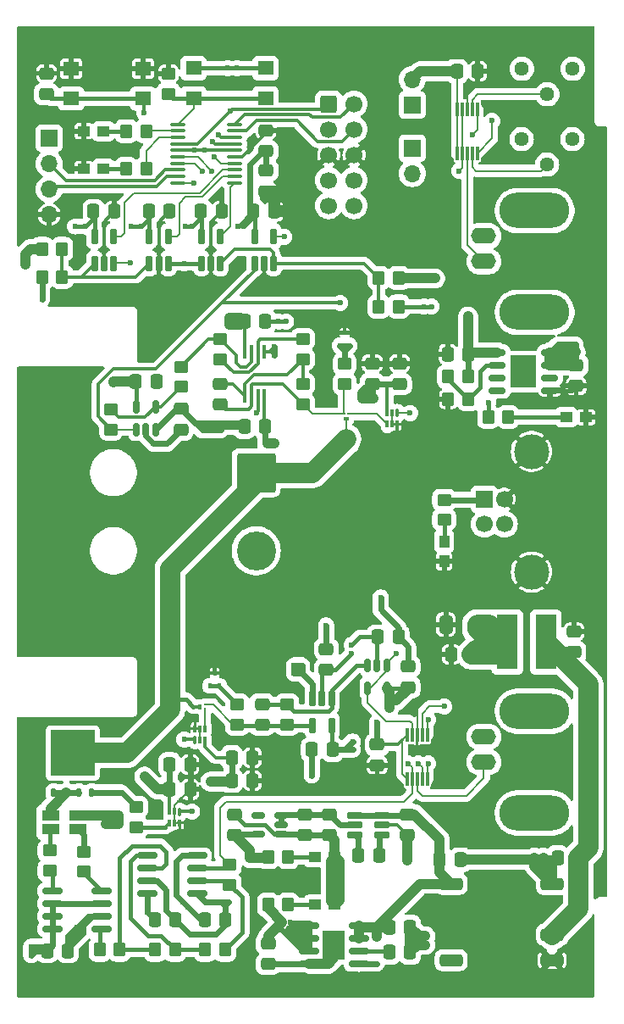
<source format=gbr>
%TF.GenerationSoftware,KiCad,Pcbnew,8.0.0*%
%TF.CreationDate,2024-10-10T18:55:30+02:00*%
%TF.ProjectId,Profiler energetyczny urz_dze_ IoT,50726f66-696c-4657-9220-656e65726765,rev?*%
%TF.SameCoordinates,Original*%
%TF.FileFunction,Copper,L1,Top*%
%TF.FilePolarity,Positive*%
%FSLAX46Y46*%
G04 Gerber Fmt 4.6, Leading zero omitted, Abs format (unit mm)*
G04 Created by KiCad (PCBNEW 8.0.0) date 2024-10-10 18:55:30*
%MOMM*%
%LPD*%
G01*
G04 APERTURE LIST*
G04 Aperture macros list*
%AMRoundRect*
0 Rectangle with rounded corners*
0 $1 Rounding radius*
0 $2 $3 $4 $5 $6 $7 $8 $9 X,Y pos of 4 corners*
0 Add a 4 corners polygon primitive as box body*
4,1,4,$2,$3,$4,$5,$6,$7,$8,$9,$2,$3,0*
0 Add four circle primitives for the rounded corners*
1,1,$1+$1,$2,$3*
1,1,$1+$1,$4,$5*
1,1,$1+$1,$6,$7*
1,1,$1+$1,$8,$9*
0 Add four rect primitives between the rounded corners*
20,1,$1+$1,$2,$3,$4,$5,0*
20,1,$1+$1,$4,$5,$6,$7,0*
20,1,$1+$1,$6,$7,$8,$9,0*
20,1,$1+$1,$8,$9,$2,$3,0*%
G04 Aperture macros list end*
%TA.AperFunction,SMDPad,CuDef*%
%ADD10RoundRect,0.250000X-0.337500X-0.475000X0.337500X-0.475000X0.337500X0.475000X-0.337500X0.475000X0*%
%TD*%
%TA.AperFunction,SMDPad,CuDef*%
%ADD11RoundRect,0.250000X-0.350000X-0.450000X0.350000X-0.450000X0.350000X0.450000X-0.350000X0.450000X0*%
%TD*%
%TA.AperFunction,SMDPad,CuDef*%
%ADD12RoundRect,0.070000X0.070000X0.355000X-0.070000X0.355000X-0.070000X-0.355000X0.070000X-0.355000X0*%
%TD*%
%TA.AperFunction,SMDPad,CuDef*%
%ADD13RoundRect,0.070000X0.070000X0.305000X-0.070000X0.305000X-0.070000X-0.305000X0.070000X-0.305000X0*%
%TD*%
%TA.AperFunction,SMDPad,CuDef*%
%ADD14RoundRect,0.150000X-0.662500X-0.150000X0.662500X-0.150000X0.662500X0.150000X-0.662500X0.150000X0*%
%TD*%
%TA.AperFunction,HeatsinkPad*%
%ADD15C,0.500000*%
%TD*%
%TA.AperFunction,HeatsinkPad*%
%ADD16R,2.514000X3.200000*%
%TD*%
%TA.AperFunction,SMDPad,CuDef*%
%ADD17RoundRect,0.250000X0.337500X0.475000X-0.337500X0.475000X-0.337500X-0.475000X0.337500X-0.475000X0*%
%TD*%
%TA.AperFunction,SMDPad,CuDef*%
%ADD18RoundRect,0.250000X0.475000X-0.337500X0.475000X0.337500X-0.475000X0.337500X-0.475000X-0.337500X0*%
%TD*%
%TA.AperFunction,ComponentPad*%
%ADD19RoundRect,0.250000X-0.600000X-0.600000X0.600000X-0.600000X0.600000X0.600000X-0.600000X0.600000X0*%
%TD*%
%TA.AperFunction,ComponentPad*%
%ADD20C,1.700000*%
%TD*%
%TA.AperFunction,SMDPad,CuDef*%
%ADD21R,1.000000X1.200000*%
%TD*%
%TA.AperFunction,SMDPad,CuDef*%
%ADD22RoundRect,0.100000X-0.100000X0.155000X-0.100000X-0.155000X0.100000X-0.155000X0.100000X0.155000X0*%
%TD*%
%TA.AperFunction,SMDPad,CuDef*%
%ADD23RoundRect,0.250000X-0.475000X0.337500X-0.475000X-0.337500X0.475000X-0.337500X0.475000X0.337500X0*%
%TD*%
%TA.AperFunction,SMDPad,CuDef*%
%ADD24RoundRect,0.162500X0.162500X-0.617500X0.162500X0.617500X-0.162500X0.617500X-0.162500X-0.617500X0*%
%TD*%
%TA.AperFunction,SMDPad,CuDef*%
%ADD25RoundRect,0.250000X0.450000X-0.350000X0.450000X0.350000X-0.450000X0.350000X-0.450000X-0.350000X0*%
%TD*%
%TA.AperFunction,ComponentPad*%
%ADD26R,1.700000X1.700000*%
%TD*%
%TA.AperFunction,ComponentPad*%
%ADD27O,1.700000X1.700000*%
%TD*%
%TA.AperFunction,SMDPad,CuDef*%
%ADD28RoundRect,0.300000X0.850000X0.300000X-0.850000X0.300000X-0.850000X-0.300000X0.850000X-0.300000X0*%
%TD*%
%TA.AperFunction,SMDPad,CuDef*%
%ADD29RoundRect,0.250000X-0.450000X0.350000X-0.450000X-0.350000X0.450000X-0.350000X0.450000X0.350000X0*%
%TD*%
%TA.AperFunction,ComponentPad*%
%ADD30C,3.500000*%
%TD*%
%TA.AperFunction,SMDPad,CuDef*%
%ADD31RoundRect,0.250000X0.350000X0.450000X-0.350000X0.450000X-0.350000X-0.450000X0.350000X-0.450000X0*%
%TD*%
%TA.AperFunction,SMDPad,CuDef*%
%ADD32R,1.600000X1.400000*%
%TD*%
%TA.AperFunction,SMDPad,CuDef*%
%ADD33RoundRect,0.150000X0.150000X-0.512500X0.150000X0.512500X-0.150000X0.512500X-0.150000X-0.512500X0*%
%TD*%
%TA.AperFunction,ComponentPad*%
%ADD34C,1.440000*%
%TD*%
%TA.AperFunction,SMDPad,CuDef*%
%ADD35R,1.750000X1.100000*%
%TD*%
%TA.AperFunction,SMDPad,CuDef*%
%ADD36R,0.215000X0.270000*%
%TD*%
%TA.AperFunction,SMDPad,CuDef*%
%ADD37R,0.500000X0.320000*%
%TD*%
%TA.AperFunction,SMDPad,CuDef*%
%ADD38R,1.200000X1.000000*%
%TD*%
%TA.AperFunction,SMDPad,CuDef*%
%ADD39RoundRect,0.162500X-0.617500X-0.162500X0.617500X-0.162500X0.617500X0.162500X-0.617500X0.162500X0*%
%TD*%
%TA.AperFunction,SMDPad,CuDef*%
%ADD40RoundRect,0.070000X-0.070000X-0.355000X0.070000X-0.355000X0.070000X0.355000X-0.070000X0.355000X0*%
%TD*%
%TA.AperFunction,SMDPad,CuDef*%
%ADD41RoundRect,0.070000X-0.070000X-0.305000X0.070000X-0.305000X0.070000X0.305000X-0.070000X0.305000X0*%
%TD*%
%TA.AperFunction,SMDPad,CuDef*%
%ADD42RoundRect,0.162500X-0.162500X0.617500X-0.162500X-0.617500X0.162500X-0.617500X0.162500X0.617500X0*%
%TD*%
%TA.AperFunction,ComponentPad*%
%ADD43RoundRect,0.250002X-1.699998X1.699998X-1.699998X-1.699998X1.699998X-1.699998X1.699998X1.699998X0*%
%TD*%
%TA.AperFunction,ComponentPad*%
%ADD44C,3.900000*%
%TD*%
%TA.AperFunction,SMDPad,CuDef*%
%ADD45RoundRect,0.150000X-0.150000X0.512500X-0.150000X-0.512500X0.150000X-0.512500X0.150000X0.512500X0*%
%TD*%
%TA.AperFunction,SMDPad,CuDef*%
%ADD46R,0.300000X1.400000*%
%TD*%
%TA.AperFunction,SMDPad,CuDef*%
%ADD47RoundRect,0.100000X-0.637500X-0.100000X0.637500X-0.100000X0.637500X0.100000X-0.637500X0.100000X0*%
%TD*%
%TA.AperFunction,ComponentPad*%
%ADD48O,2.500000X1.600000*%
%TD*%
%TA.AperFunction,ComponentPad*%
%ADD49O,7.000000X3.500000*%
%TD*%
%TA.AperFunction,SMDPad,CuDef*%
%ADD50R,0.450000X1.450000*%
%TD*%
%TA.AperFunction,SMDPad,CuDef*%
%ADD51RoundRect,0.150000X-0.825000X-0.150000X0.825000X-0.150000X0.825000X0.150000X-0.825000X0.150000X0*%
%TD*%
%TA.AperFunction,HeatsinkPad*%
%ADD52R,2.290000X3.000000*%
%TD*%
%TA.AperFunction,SMDPad,CuDef*%
%ADD53RoundRect,0.125000X0.125000X-0.300000X0.125000X0.300000X-0.125000X0.300000X-0.125000X-0.300000X0*%
%TD*%
%TA.AperFunction,SMDPad,CuDef*%
%ADD54R,4.410000X4.550000*%
%TD*%
%TA.AperFunction,SMDPad,CuDef*%
%ADD55RoundRect,0.150000X0.512500X0.150000X-0.512500X0.150000X-0.512500X-0.150000X0.512500X-0.150000X0*%
%TD*%
%TA.AperFunction,SMDPad,CuDef*%
%ADD56RoundRect,0.250000X0.412500X0.650000X-0.412500X0.650000X-0.412500X-0.650000X0.412500X-0.650000X0*%
%TD*%
%TA.AperFunction,SMDPad,CuDef*%
%ADD57R,2.150000X5.500000*%
%TD*%
%TA.AperFunction,SMDPad,CuDef*%
%ADD58R,0.270000X0.215000*%
%TD*%
%TA.AperFunction,SMDPad,CuDef*%
%ADD59R,0.320000X0.500000*%
%TD*%
%TA.AperFunction,ViaPad*%
%ADD60C,0.600000*%
%TD*%
%TA.AperFunction,Conductor*%
%ADD61C,1.000000*%
%TD*%
%TA.AperFunction,Conductor*%
%ADD62C,0.304800*%
%TD*%
%TA.AperFunction,Conductor*%
%ADD63C,0.609600*%
%TD*%
%TA.AperFunction,Conductor*%
%ADD64C,2.032000*%
%TD*%
%TA.AperFunction,Conductor*%
%ADD65C,0.457200*%
%TD*%
%TA.AperFunction,Conductor*%
%ADD66C,0.200000*%
%TD*%
G04 APERTURE END LIST*
D10*
%TO.P,C41,1*%
%TO.N,+3.3V*%
X113890000Y-84250000D03*
%TO.P,C41,2*%
%TO.N,GND*%
X115965000Y-84250000D03*
%TD*%
D11*
%TO.P,R3,1*%
%TO.N,Net-(D2-A)*%
X106397500Y-79985000D03*
%TO.P,R3,2*%
%TO.N,Net-(U2-PF1)*%
X108397500Y-79985000D03*
%TD*%
D10*
%TO.P,C18,1*%
%TO.N,+5V*%
X110725000Y-142000000D03*
%TO.P,C18,2*%
%TO.N,GND*%
X112800000Y-142000000D03*
%TD*%
D12*
%TO.P,U7,1,IN*%
%TO.N,/Pomiar pr\u0105du/M3*%
X111750000Y-144225000D03*
D13*
%TO.P,U7,2,VEE*%
%TO.N,GND*%
X111250000Y-144175000D03*
%TO.P,U7,3,VCC*%
%TO.N,+5V*%
X110750000Y-144175000D03*
%TO.P,U7,4,OUT*%
%TO.N,Net-(U7-OUT)*%
X110750000Y-145325000D03*
%TO.P,U7,5,IN_REF*%
%TO.N,GND*%
X111250000Y-145325000D03*
%TO.P,U7,6,INB*%
X111750000Y-145325000D03*
%TD*%
D10*
%TO.P,C12,1*%
%TO.N,+5VA*%
X132712500Y-155750000D03*
%TO.P,C12,2*%
%TO.N,GNDA*%
X134787500Y-155750000D03*
%TD*%
D14*
%TO.P,U4,1,OUT*%
%TO.N,+3.3V*%
X143500000Y-98345000D03*
%TO.P,U4,2,FB*%
%TO.N,Net-(U4-FB)*%
X143500000Y-99615000D03*
%TO.P,U4,3,NC*%
%TO.N,unconnected-(U4-NC-Pad3)*%
X143500000Y-100885000D03*
%TO.P,U4,4,NC*%
%TO.N,unconnected-(U4-NC-Pad4)*%
X143500000Y-102155000D03*
%TO.P,U4,5,GND*%
%TO.N,GND*%
X148775000Y-102155000D03*
%TO.P,U4,6,NC*%
%TO.N,unconnected-(U4-NC-Pad6)*%
X148775000Y-100885000D03*
%TO.P,U4,7,EN*%
%TO.N,+5V*%
X148775000Y-99615000D03*
%TO.P,U4,8,IN*%
X148775000Y-98345000D03*
D15*
%TO.P,U4,9*%
%TO.N,N/C*%
X145437500Y-99250000D03*
X145437500Y-100250000D03*
X145437500Y-101250000D03*
D16*
X146137500Y-100250000D03*
D15*
X146837500Y-99250000D03*
X146837500Y-100250000D03*
X146837500Y-101250000D03*
%TD*%
D11*
%TO.P,R31,1*%
%TO.N,Net-(U19--)*%
X131650000Y-93750000D03*
%TO.P,R31,2*%
%TO.N,GNDA*%
X133650000Y-93750000D03*
%TD*%
D17*
%TO.P,C36,1*%
%TO.N,-2V5*%
X120287500Y-105750000D03*
%TO.P,C36,2*%
%TO.N,GNDA*%
X118212500Y-105750000D03*
%TD*%
D18*
%TO.P,C3,1*%
%TO.N,+3.3V*%
X120387500Y-78237500D03*
%TO.P,C3,2*%
%TO.N,GND*%
X120387500Y-76162500D03*
%TD*%
D19*
%TO.P,U1,1,~{RESET}*%
%TO.N,Net-(U1-~{RESET})*%
X126647500Y-73520000D03*
D20*
%TO.P,U1,2,SWCLK*%
%TO.N,Net-(U1-SWCLK)*%
X129187500Y-73520000D03*
%TO.P,U1,3,SWIM*%
%TO.N,unconnected-(U1-SWIM-Pad3)*%
X126647500Y-76060000D03*
%TO.P,U1,4,SWDIO*%
%TO.N,Net-(U1-SWDIO)*%
X129187500Y-76060000D03*
%TO.P,U1,5,GND*%
%TO.N,GND*%
X126647500Y-78600000D03*
%TO.P,U1,6,GND*%
X129187500Y-78600000D03*
%TO.P,U1,7,3.3V*%
%TO.N,3.3V*%
X126647500Y-81140000D03*
%TO.P,U1,8,3.3V*%
X129187500Y-81140000D03*
%TO.P,U1,9,5V*%
%TO.N,5V*%
X126647500Y-83680000D03*
%TO.P,U1,10,5V*%
X129187500Y-83680000D03*
%TD*%
D18*
%TO.P,C26,1*%
%TO.N,-2V5*%
X111875000Y-106062500D03*
%TO.P,C26,2*%
%TO.N,GNDA*%
X111875000Y-103987500D03*
%TD*%
D21*
%TO.P,D3,1,K*%
%TO.N,GND*%
X138200000Y-119200000D03*
%TO.P,D3,2,A*%
%TO.N,Net-(D3-A)*%
X138200000Y-117200000D03*
%TD*%
D22*
%TO.P,D7,1,K*%
%TO.N,Net-(D7-K-Pad1)*%
X127750000Y-97645000D03*
%TO.P,D7,2,K*%
X128750000Y-97645000D03*
%TO.P,D7,3,A*%
%TO.N,GND*%
X128250000Y-96355000D03*
%TD*%
D10*
%TO.P,C35,1*%
%TO.N,+2V5*%
X118212500Y-95250000D03*
%TO.P,C35,2*%
%TO.N,GNDA*%
X120287500Y-95250000D03*
%TD*%
D11*
%TO.P,R6,1*%
%TO.N,Net-(U4-FB)*%
X138600000Y-100750000D03*
%TO.P,R6,2*%
%TO.N,+3.3V*%
X140600000Y-100750000D03*
%TD*%
D23*
%TO.P,C28,1*%
%TO.N,Net-(U15-+)*%
X120000000Y-133462500D03*
%TO.P,C28,2*%
%TO.N,Net-(Q3-S)*%
X120000000Y-135537500D03*
%TD*%
D24*
%TO.P,U18,1,+*%
%TO.N,Net-(U17-+)*%
X103227500Y-89450000D03*
%TO.P,U18,2,V-*%
%TO.N,GND*%
X104177500Y-89450000D03*
%TO.P,U18,3,-*%
%TO.N,/Pomiar pr\u0105du/V3*%
X105127500Y-89450000D03*
%TO.P,U18,4*%
%TO.N,/Sterowanie/DW3*%
X105127500Y-86750000D03*
%TO.P,U18,5,V+*%
%TO.N,+3.3V*%
X103227500Y-86750000D03*
%TD*%
D17*
%TO.P,C46,1*%
%TO.N,Net-(U22-+Vin)*%
X151637500Y-148800000D03*
%TO.P,C46,2*%
%TO.N,GNDA*%
X149562500Y-148800000D03*
%TD*%
D25*
%TO.P,R21,1*%
%TO.N,Net-(U10B--)*%
X115825000Y-99000000D03*
%TO.P,R21,2*%
%TO.N,Net-(R21-Pad2)*%
X115825000Y-97000000D03*
%TD*%
D26*
%TO.P,J3,1,Pin_1*%
%TO.N,3.3V*%
X135000000Y-73610000D03*
D27*
%TO.P,J3,2,Pin_2*%
%TO.N,+3.3V*%
X135000000Y-71070000D03*
%TD*%
D18*
%TO.P,C44,1*%
%TO.N,Net-(U22-+Vin)*%
X151187500Y-128287500D03*
%TO.P,C44,2*%
%TO.N,GND*%
X151187500Y-126212500D03*
%TD*%
D25*
%TO.P,R19,1*%
%TO.N,Net-(C23-Pad2)*%
X124075000Y-99000000D03*
%TO.P,R19,2*%
%TO.N,Net-(U10B--)*%
X124075000Y-97000000D03*
%TD*%
D28*
%TO.P,U22,1,-Vin*%
%TO.N,GND*%
X149010000Y-159030000D03*
%TO.P,U22,2,+Vin*%
%TO.N,Net-(U22-+Vin)*%
X149010000Y-156490000D03*
%TO.P,U22,4,-Vout*%
%TO.N,GNDA*%
X149010000Y-151410000D03*
%TO.P,U22,5,+Vout*%
%TO.N,+5VA*%
X138910000Y-151410000D03*
%TO.P,U22,8,NC*%
%TO.N,unconnected-(U22-NC-Pad8)*%
X138910000Y-159030000D03*
%TD*%
D11*
%TO.P,R28,1*%
%TO.N,+2V5*%
X98000000Y-88000000D03*
%TO.P,R28,2*%
%TO.N,Net-(U17-+)*%
X100000000Y-88000000D03*
%TD*%
D29*
%TO.P,R12,1*%
%TO.N,Net-(Q1-G)*%
X107400000Y-143750000D03*
%TO.P,R12,2*%
%TO.N,Net-(U7-OUT)*%
X107400000Y-145750000D03*
%TD*%
D10*
%TO.P,C27,1*%
%TO.N,+5V*%
X116962500Y-138800000D03*
%TO.P,C27,2*%
%TO.N,GND*%
X119037500Y-138800000D03*
%TD*%
%TO.P,C40,1*%
%TO.N,+3.3V*%
X119140000Y-84250000D03*
%TO.P,C40,2*%
%TO.N,GND*%
X121215000Y-84250000D03*
%TD*%
D18*
%TO.P,C31,1*%
%TO.N,+2V5*%
X134600000Y-131787500D03*
%TO.P,C31,2*%
%TO.N,GNDA*%
X134600000Y-129712500D03*
%TD*%
D26*
%TO.P,J1,1,VBUS*%
%TO.N,+5V*%
X142222500Y-113000000D03*
D20*
%TO.P,J1,2,D-*%
%TO.N,unconnected-(J1-D--Pad2)*%
X142222500Y-115500000D03*
%TO.P,J1,3,D+*%
%TO.N,unconnected-(J1-D+-Pad3)*%
X144222500Y-115500000D03*
%TO.P,J1,4,GND*%
%TO.N,GND*%
X144222500Y-113000000D03*
D30*
%TO.P,J1,5,Shield*%
X146932500Y-108230000D03*
X146932500Y-120270000D03*
%TD*%
D31*
%TO.P,R9,1*%
%TO.N,Net-(D5-A)*%
X122600000Y-153500000D03*
%TO.P,R9,2*%
%TO.N,+2V5*%
X120600000Y-153500000D03*
%TD*%
D23*
%TO.P,C2,1*%
%TO.N,GND*%
X98427500Y-70462500D03*
%TO.P,C2,2*%
%TO.N,Net-(U1-~{RESET})*%
X98427500Y-72537500D03*
%TD*%
D32*
%TO.P,SW1,1,1*%
%TO.N,GND*%
X100900000Y-69985000D03*
X108100000Y-69985000D03*
%TO.P,SW1,2,2*%
%TO.N,Net-(U1-~{RESET})*%
X100900000Y-72985000D03*
X108100000Y-72985000D03*
%TD*%
D33*
%TO.P,U13,1*%
%TO.N,/Pomiar pr\u0105du/V1*%
X107425000Y-106025000D03*
%TO.P,U13,2,V-*%
%TO.N,-2V5*%
X108375000Y-106025000D03*
%TO.P,U13,3,+*%
%TO.N,GNDA*%
X109325000Y-106025000D03*
%TO.P,U13,4,-*%
%TO.N,Net-(U13--)*%
X109325000Y-103750000D03*
%TO.P,U13,5,V+*%
%TO.N,+2V5*%
X107425000Y-103750000D03*
%TD*%
D24*
%TO.P,U20,1,+*%
%TO.N,/Pomiar pr\u0105du/V2*%
X113927500Y-89450000D03*
%TO.P,U20,2,V-*%
%TO.N,GND*%
X114877500Y-89450000D03*
%TO.P,U20,3,-*%
%TO.N,Net-(U19--)*%
X115827500Y-89450000D03*
%TO.P,U20,4*%
%TO.N,/Sterowanie/UP2*%
X115827500Y-86750000D03*
%TO.P,U20,5,V+*%
%TO.N,+3.3V*%
X113927500Y-86750000D03*
%TD*%
D31*
%TO.P,R8,1*%
%TO.N,Net-(D4-A)*%
X144600000Y-104800000D03*
%TO.P,R8,2*%
%TO.N,+3.3V*%
X142600000Y-104800000D03*
%TD*%
D34*
%TO.P,RV1,1,1*%
%TO.N,+2V5*%
X151050000Y-70000000D03*
%TO.P,RV1,2,2*%
%TO.N,Net-(U21-S1)*%
X148510000Y-72540000D03*
%TO.P,RV1,3,3*%
%TO.N,GNDA*%
X145970000Y-70000000D03*
%TD*%
D10*
%TO.P,C38,1*%
%TO.N,+3.3V*%
X103140000Y-84250000D03*
%TO.P,C38,2*%
%TO.N,GND*%
X105215000Y-84250000D03*
%TD*%
D29*
%TO.P,R16,1*%
%TO.N,Net-(R16-Pad1)*%
X98750000Y-148095000D03*
%TO.P,R16,2*%
%TO.N,Net-(U9--)*%
X98750000Y-150095000D03*
%TD*%
D26*
%TO.P,J2,1,Pin_1*%
%TO.N,5V*%
X135000000Y-77925000D03*
D27*
%TO.P,J2,2,Pin_2*%
%TO.N,+5V*%
X135000000Y-80465000D03*
%TD*%
D24*
%TO.P,U19,1,+*%
%TO.N,/Pomiar pr\u0105du/V1*%
X119227500Y-89450000D03*
%TO.P,U19,2,V-*%
%TO.N,GND*%
X120177500Y-89450000D03*
%TO.P,U19,3,-*%
%TO.N,Net-(U19--)*%
X121127500Y-89450000D03*
%TO.P,U19,4*%
%TO.N,/Sterowanie/UP1*%
X121127500Y-86750000D03*
%TO.P,U19,5,V+*%
%TO.N,+3.3V*%
X119227500Y-86750000D03*
%TD*%
D18*
%TO.P,C13,1*%
%TO.N,GNDA*%
X124250000Y-146537500D03*
%TO.P,C13,2*%
%TO.N,-3V*%
X124250000Y-144462500D03*
%TD*%
D29*
%TO.P,R27,1*%
%TO.N,Net-(U15-+)*%
X122500000Y-133500000D03*
%TO.P,R27,2*%
%TO.N,Net-(Q3-S)*%
X122500000Y-135500000D03*
%TD*%
D23*
%TO.P,C6,1*%
%TO.N,+5VA*%
X134500000Y-144462500D03*
%TO.P,C6,2*%
%TO.N,GNDA*%
X134500000Y-146537500D03*
%TD*%
%TO.P,C16,1*%
%TO.N,+2V5*%
X120600000Y-157362500D03*
%TO.P,C16,2*%
%TO.N,GNDA*%
X120600000Y-159437500D03*
%TD*%
D25*
%TO.P,R4,1*%
%TO.N,Net-(D3-A)*%
X138200000Y-115050000D03*
%TO.P,R4,2*%
%TO.N,+5V*%
X138200000Y-113050000D03*
%TD*%
D29*
%TO.P,R14,1*%
%TO.N,Net-(D7-K-Pad1)*%
X128250000Y-99500000D03*
%TO.P,R14,2*%
%TO.N,Net-(Q2-S)*%
X128250000Y-101500000D03*
%TD*%
D35*
%TO.P,R32,1,1*%
%TO.N,GNDS*%
X101575000Y-144550000D03*
%TO.P,R32,2,2*%
%TO.N,Net-(R15-Pad2)*%
X101575000Y-145950000D03*
%TO.P,R32,3,3*%
%TO.N,Net-(R16-Pad1)*%
X98825000Y-145950000D03*
%TO.P,R32,4,4*%
%TO.N,Net-(Q1-S-Pad1)*%
X98825000Y-144550000D03*
%TD*%
D18*
%TO.P,C20,1*%
%TO.N,+5V*%
X131000000Y-101500000D03*
%TO.P,C20,2*%
%TO.N,GND*%
X131000000Y-99425000D03*
%TD*%
D36*
%TO.P,Q2,1,G*%
%TO.N,Net-(Q2-G)*%
X128582500Y-104490000D03*
%TO.P,Q2,2,S*%
%TO.N,Net-(Q2-S)*%
X128217500Y-104490000D03*
D37*
%TO.P,Q2,3,D*%
%TO.N,/Pomiar pr\u0105du/IN+*%
X128400000Y-105000000D03*
%TD*%
D25*
%TO.P,R15,1*%
%TO.N,Net-(U9-+)*%
X102200000Y-150200000D03*
%TO.P,R15,2*%
%TO.N,Net-(R15-Pad2)*%
X102200000Y-148200000D03*
%TD*%
D17*
%TO.P,C7,1*%
%TO.N,Net-(U3-C-)*%
X131687500Y-148607500D03*
%TO.P,C7,2*%
%TO.N,Net-(U3-C+)*%
X129612500Y-148607500D03*
%TD*%
D23*
%TO.P,C4,1*%
%TO.N,+3.3V*%
X120400000Y-80162500D03*
%TO.P,C4,2*%
%TO.N,GND*%
X120400000Y-82237500D03*
%TD*%
D38*
%TO.P,D2,1,K*%
%TO.N,GND*%
X102137500Y-79985000D03*
%TO.P,D2,2,A*%
%TO.N,Net-(D2-A)*%
X104137500Y-79985000D03*
%TD*%
D39*
%TO.P,U3,1,Vin*%
%TO.N,+5VA*%
X129300000Y-144600000D03*
%TO.P,U3,2,Vout*%
%TO.N,-3V*%
X129300000Y-145550000D03*
%TO.P,U3,3,C+*%
%TO.N,Net-(U3-C+)*%
X129300000Y-146500000D03*
%TO.P,U3,4,C-*%
%TO.N,Net-(U3-C-)*%
X132000000Y-146500000D03*
%TO.P,U3,5,GND*%
%TO.N,GNDA*%
X132000000Y-145550000D03*
%TO.P,U3,6,SHDN\u002A*%
%TO.N,+5VA*%
X132000000Y-144600000D03*
%TD*%
D38*
%TO.P,D5,1,K*%
%TO.N,GNDA*%
X127250000Y-153500000D03*
%TO.P,D5,2,A*%
%TO.N,Net-(D5-A)*%
X125250000Y-153500000D03*
%TD*%
D10*
%TO.P,C34,1*%
%TO.N,-2V5*%
X109250000Y-155000000D03*
%TO.P,C34,2*%
%TO.N,GNDA*%
X111325000Y-155000000D03*
%TD*%
D11*
%TO.P,R10,1*%
%TO.N,-2V5*%
X120600000Y-148750000D03*
%TO.P,R10,2*%
%TO.N,Net-(D6-K)*%
X122600000Y-148750000D03*
%TD*%
D40*
%TO.P,U12,1,IN*%
%TO.N,/Pomiar pr\u0105du/M2*%
X113300000Y-137025000D03*
D41*
%TO.P,U12,2,VEE*%
%TO.N,GND*%
X113800000Y-137075000D03*
%TO.P,U12,3,VCC*%
%TO.N,+5V*%
X114300000Y-137075000D03*
%TO.P,U12,4,OUT*%
%TO.N,Net-(Q3-G)*%
X114300000Y-135925000D03*
%TO.P,U12,5,IN_REF*%
%TO.N,GND*%
X113800000Y-135925000D03*
%TO.P,U12,6,INB*%
X113300000Y-135925000D03*
%TD*%
D17*
%TO.P,C14,1*%
%TO.N,+3.3V*%
X140637500Y-98500000D03*
%TO.P,C14,2*%
%TO.N,GND*%
X138562500Y-98500000D03*
%TD*%
D42*
%TO.P,U14,1*%
%TO.N,Net-(U15-+)*%
X126950000Y-132900000D03*
%TO.P,U14,2,V-*%
%TO.N,-2V5*%
X126000000Y-132900000D03*
%TO.P,U14,3,+*%
%TO.N,GNDS*%
X125050000Y-132900000D03*
%TO.P,U14,4,-*%
%TO.N,Net-(Q3-S)*%
X125050000Y-135600000D03*
%TO.P,U14,5,V+*%
%TO.N,+2V5*%
X126950000Y-135600000D03*
%TD*%
D10*
%TO.P,C19,1*%
%TO.N,+5V*%
X110725000Y-139500000D03*
%TO.P,C19,2*%
%TO.N,GND*%
X112800000Y-139500000D03*
%TD*%
D43*
%TO.P,J5,1,Pin_1*%
%TO.N,/Pomiar pr\u0105du/IN+*%
X119400000Y-110350000D03*
D44*
%TO.P,J5,2,Pin_2*%
%TO.N,GNDS*%
X119400000Y-118150000D03*
%TD*%
D10*
%TO.P,C24,1*%
%TO.N,+5V*%
X116962500Y-141100000D03*
%TO.P,C24,2*%
%TO.N,GND*%
X119037500Y-141100000D03*
%TD*%
D25*
%TO.P,R17,1*%
%TO.N,Net-(Q2-S)*%
X124075000Y-103500000D03*
%TO.P,R17,2*%
%TO.N,Net-(C23-Pad2)*%
X124075000Y-101500000D03*
%TD*%
D38*
%TO.P,D4,1,K*%
%TO.N,GND*%
X152400000Y-104800000D03*
%TO.P,D4,2,A*%
%TO.N,Net-(D4-A)*%
X150400000Y-104800000D03*
%TD*%
D45*
%TO.P,U15,1*%
%TO.N,/Pomiar pr\u0105du/V2*%
X132450000Y-129575000D03*
%TO.P,U15,2,V-*%
%TO.N,-2V5*%
X131500000Y-129575000D03*
%TO.P,U15,3,+*%
%TO.N,Net-(U15-+)*%
X130550000Y-129575000D03*
%TO.P,U15,4,-*%
%TO.N,/Pomiar pr\u0105du/V2*%
X130550000Y-131850000D03*
%TO.P,U15,5,V+*%
%TO.N,+2V5*%
X132450000Y-131850000D03*
%TD*%
D24*
%TO.P,U17,1,+*%
%TO.N,Net-(U17-+)*%
X108715000Y-89450000D03*
%TO.P,U17,2,V-*%
%TO.N,GND*%
X109665000Y-89450000D03*
%TO.P,U17,3,-*%
%TO.N,/Pomiar pr\u0105du/V2*%
X110615000Y-89450000D03*
%TO.P,U17,4*%
%TO.N,/Sterowanie/DW2*%
X110615000Y-86750000D03*
%TO.P,U17,5,V+*%
%TO.N,+3.3V*%
X108715000Y-86750000D03*
%TD*%
D46*
%TO.P,U21,1,A0*%
%TO.N,/Sterowanie/A0*%
X141500000Y-74050000D03*
%TO.P,U21,2,S1*%
%TO.N,Net-(U21-S1)*%
X141000000Y-74050000D03*
%TO.P,U21,3,GND*%
%TO.N,GND*%
X140500000Y-74050000D03*
%TO.P,U21,4,S3*%
%TO.N,GNDA*%
X140000000Y-74050000D03*
%TO.P,U21,5,EN*%
%TO.N,+3.3V*%
X139500000Y-74050000D03*
%TO.P,U21,6,VDD*%
X139500000Y-78450000D03*
%TO.P,U21,7,S4*%
%TO.N,GNDA*%
X140000000Y-78450000D03*
%TO.P,U21,8,D*%
%TO.N,/Sterowanie/Uz*%
X140500000Y-78450000D03*
%TO.P,U21,9,S2*%
%TO.N,Net-(U21-S2)*%
X141000000Y-78450000D03*
%TO.P,U21,10,A1*%
%TO.N,/Sterowanie/A1*%
X141500000Y-78450000D03*
%TD*%
D11*
%TO.P,R22,1*%
%TO.N,Net-(R20-Pad1)*%
X114287500Y-158000000D03*
%TO.P,R22,2*%
%TO.N,Net-(U11B--)*%
X116287500Y-158000000D03*
%TD*%
D38*
%TO.P,D1,1,K*%
%TO.N,GND*%
X102137500Y-76235000D03*
%TO.P,D1,2,A*%
%TO.N,Net-(D1-A)*%
X104137500Y-76235000D03*
%TD*%
D47*
%TO.P,U2,1,BOOT0*%
%TO.N,Net-(U2-BOOT0)*%
X111525000Y-75560000D03*
%TO.P,U2,2,PF0*%
%TO.N,Net-(U2-PF0)*%
X111525000Y-76210000D03*
%TO.P,U2,3,PF1*%
%TO.N,Net-(U2-PF1)*%
X111525000Y-76860000D03*
%TO.P,U2,4,NRST*%
%TO.N,Net-(U1-~{RESET})*%
X111525000Y-77510000D03*
%TO.P,U2,5,VDDA*%
%TO.N,+3.3V*%
X111525000Y-78160000D03*
%TO.P,U2,6,PA0*%
%TO.N,/Sterowanie/A0*%
X111525000Y-78810000D03*
%TO.P,U2,7,PA1*%
%TO.N,/Sterowanie/A1*%
X111525000Y-79460000D03*
%TO.P,U2,8,PA2*%
%TO.N,Net-(J4-Pin_2)*%
X111525000Y-80110000D03*
%TO.P,U2,9,PA3*%
%TO.N,Net-(J4-Pin_3)*%
X111525000Y-80760000D03*
%TO.P,U2,10,PA4*%
%TO.N,/Sterowanie/UP1*%
X111525000Y-81410000D03*
%TO.P,U2,11,PA5*%
%TO.N,/Sterowanie/UP2*%
X117250000Y-81410000D03*
%TO.P,U2,12,PA6*%
%TO.N,/Sterowanie/DW2*%
X117250000Y-80760000D03*
%TO.P,U2,13,PA7*%
%TO.N,/Sterowanie/DW3*%
X117250000Y-80110000D03*
%TO.P,U2,14,PB1*%
%TO.N,/Pomiar pr\u0105du/M1*%
X117250000Y-79460000D03*
%TO.P,U2,15,VSS*%
%TO.N,GND*%
X117250000Y-78810000D03*
%TO.P,U2,16,VDD*%
%TO.N,+3.3V*%
X117250000Y-78160000D03*
%TO.P,U2,17,PA9*%
%TO.N,/Pomiar pr\u0105du/M2*%
X117250000Y-77510000D03*
%TO.P,U2,18,PA10*%
%TO.N,/Pomiar pr\u0105du/M3*%
X117250000Y-76860000D03*
%TO.P,U2,19,PA13*%
%TO.N,Net-(U1-SWDIO)*%
X117250000Y-76210000D03*
%TO.P,U2,20,PA14*%
%TO.N,Net-(U1-SWCLK)*%
X117250000Y-75560000D03*
%TD*%
D48*
%TO.P,J7,1,In*%
%TO.N,/Sterowanie/Uz*%
X142170000Y-89250000D03*
D49*
%TO.P,J7,2,Ext*%
%TO.N,GNDA*%
X147250000Y-84170000D03*
D48*
X142170000Y-86710000D03*
D49*
X147250000Y-94330000D03*
%TD*%
D50*
%TO.P,U10,1*%
%TO.N,Net-(C23-Pad2)*%
X118275000Y-102700000D03*
%TO.P,U10,2,-*%
%TO.N,Net-(Q2-S)*%
X118925000Y-102700000D03*
%TO.P,U10,3,+*%
%TO.N,GNDS*%
X119575000Y-102700000D03*
%TO.P,U10,4,V-*%
%TO.N,-2V5*%
X120225000Y-102700000D03*
%TO.P,U10,5,+*%
%TO.N,GNDS*%
X120225000Y-98300000D03*
%TO.P,U10,6,-*%
%TO.N,Net-(U10B--)*%
X119575000Y-98300000D03*
%TO.P,U10,7*%
%TO.N,Net-(R21-Pad2)*%
X118925000Y-98300000D03*
%TO.P,U10,8,V+*%
%TO.N,+2V5*%
X118275000Y-98300000D03*
%TD*%
D29*
%TO.P,R1,1*%
%TO.N,GND*%
X110637500Y-70500000D03*
%TO.P,R1,2*%
%TO.N,Net-(U2-BOOT0)*%
X110637500Y-72500000D03*
%TD*%
%TO.P,R26,1*%
%TO.N,Net-(D8-K-Pad1)*%
X117500000Y-133500000D03*
%TO.P,R26,2*%
%TO.N,Net-(Q3-S)*%
X117500000Y-135500000D03*
%TD*%
D51*
%TO.P,U5,1,VOUT*%
%TO.N,+2V5*%
X124705000Y-155595000D03*
%TO.P,U5,2,VOUT*%
X124705000Y-156865000D03*
%TO.P,U5,3,SENSE/ADJ*%
X124705000Y-158135000D03*
%TO.P,U5,4,GND*%
%TO.N,GNDA*%
X124705000Y-159405000D03*
%TO.P,U5,5,EN*%
%TO.N,+5VA*%
X129655000Y-159405000D03*
%TO.P,U5,6,SS*%
%TO.N,Net-(U5-SS)*%
X129655000Y-158135000D03*
%TO.P,U5,7,VIN*%
%TO.N,+5VA*%
X129655000Y-156865000D03*
%TO.P,U5,8,VIN*%
X129655000Y-155595000D03*
D52*
%TO.P,U5,9,GND*%
%TO.N,GNDA*%
X127180000Y-157500000D03*
%TD*%
D23*
%TO.P,C11,1*%
%TO.N,-3V*%
X126750000Y-144462500D03*
%TO.P,C11,2*%
%TO.N,GNDA*%
X126750000Y-146537500D03*
%TD*%
D51*
%TO.P,U11,1*%
%TO.N,Net-(R20-Pad1)*%
X108525000Y-148595000D03*
%TO.P,U11,2,-*%
%TO.N,Net-(U11A--)*%
X108525000Y-149865000D03*
%TO.P,U11,3,+*%
%TO.N,GNDA*%
X108525000Y-151135000D03*
%TO.P,U11,4,V-*%
%TO.N,-2V5*%
X108525000Y-152405000D03*
%TO.P,U11,5,+*%
%TO.N,GNDA*%
X113475000Y-152405000D03*
%TO.P,U11,6,-*%
%TO.N,Net-(U11B--)*%
X113475000Y-151135000D03*
%TO.P,U11,7*%
%TO.N,/Pomiar pr\u0105du/V3*%
X113475000Y-149865000D03*
%TO.P,U11,8,V+*%
%TO.N,+2V5*%
X113475000Y-148595000D03*
%TD*%
D18*
%TO.P,C23,1*%
%TO.N,Net-(Q2-S)*%
X115825000Y-103537500D03*
%TO.P,C23,2*%
%TO.N,Net-(C23-Pad2)*%
X115825000Y-101462500D03*
%TD*%
D23*
%TO.P,C17,1*%
%TO.N,GNDA*%
X117250000Y-144462500D03*
%TO.P,C17,2*%
%TO.N,-2V5*%
X117250000Y-146537500D03*
%TD*%
D10*
%TO.P,C15,1*%
%TO.N,Net-(U5-SS)*%
X132712500Y-158250000D03*
%TO.P,C15,2*%
%TO.N,GNDA*%
X134787500Y-158250000D03*
%TD*%
D11*
%TO.P,R18,1*%
%TO.N,Net-(R18-Pad1)*%
X103750000Y-158000000D03*
%TO.P,R18,2*%
%TO.N,Net-(U11A--)*%
X105750000Y-158000000D03*
%TD*%
D53*
%TO.P,Q1,1,S*%
%TO.N,Net-(Q1-S-Pad1)*%
X99145000Y-142300000D03*
%TO.P,Q1,2,S*%
X100415000Y-142300000D03*
%TO.P,Q1,3,S*%
X101685000Y-142300000D03*
%TO.P,Q1,4,G*%
%TO.N,Net-(Q1-G)*%
X102955000Y-142300000D03*
D54*
%TO.P,Q1,5,D*%
%TO.N,/Pomiar pr\u0105du/IN+*%
X101050000Y-138350000D03*
%TD*%
D55*
%TO.P,U6,1,GND*%
%TO.N,GNDA*%
X121887500Y-146450000D03*
%TO.P,U6,2,VIN*%
%TO.N,-3V*%
X121887500Y-145500000D03*
%TO.P,U6,3,EN*%
X121887500Y-144550000D03*
%TO.P,U6,4,NC*%
%TO.N,unconnected-(U6-NC-Pad4)*%
X119612500Y-144550000D03*
%TO.P,U6,5,VOUT*%
%TO.N,-2V5*%
X119612500Y-146450000D03*
%TD*%
D34*
%TO.P,RV2,1,1*%
%TO.N,+2V5*%
X151025000Y-77025000D03*
%TO.P,RV2,2,2*%
%TO.N,Net-(U21-S2)*%
X148485000Y-79565000D03*
%TO.P,RV2,3,3*%
%TO.N,GNDA*%
X145945000Y-77025000D03*
%TD*%
D48*
%TO.P,J6,1,In*%
%TO.N,/Sterowanie/UI*%
X142170000Y-139250000D03*
D49*
%TO.P,J6,2,Ext*%
%TO.N,GNDA*%
X147250000Y-134170000D03*
D48*
X142170000Y-136710000D03*
D49*
X147250000Y-144330000D03*
%TD*%
D56*
%TO.P,C1,1*%
%TO.N,+5V*%
X141500000Y-125500000D03*
%TO.P,C1,2*%
%TO.N,GND*%
X138375000Y-125500000D03*
%TD*%
D18*
%TO.P,C30,1*%
%TO.N,-2V5*%
X126400000Y-130037500D03*
%TO.P,C30,2*%
%TO.N,GNDA*%
X126400000Y-127962500D03*
%TD*%
D31*
%TO.P,R29,1*%
%TO.N,Net-(U17-+)*%
X100000000Y-90800000D03*
%TO.P,R29,2*%
%TO.N,GNDA*%
X98000000Y-90800000D03*
%TD*%
D38*
%TO.P,D6,1,K*%
%TO.N,Net-(D6-K)*%
X125250000Y-148750000D03*
%TO.P,D6,2,A*%
%TO.N,GNDA*%
X127250000Y-148750000D03*
%TD*%
D10*
%TO.P,C32,1*%
%TO.N,-2V5*%
X131562500Y-126750000D03*
%TO.P,C32,2*%
%TO.N,GNDA*%
X133637500Y-126750000D03*
%TD*%
D23*
%TO.P,C9,1*%
%TO.N,+5V*%
X151400000Y-99617500D03*
%TO.P,C9,2*%
%TO.N,GND*%
X151400000Y-101692500D03*
%TD*%
%TO.P,C39,1*%
%TO.N,+3.3V*%
X131500000Y-137512500D03*
%TO.P,C39,2*%
%TO.N,GND*%
X131500000Y-139587500D03*
%TD*%
D11*
%TO.P,R2,1*%
%TO.N,Net-(D1-A)*%
X106397500Y-76235000D03*
%TO.P,R2,2*%
%TO.N,Net-(U2-PF0)*%
X108397500Y-76235000D03*
%TD*%
D22*
%TO.P,D8,1,K*%
%TO.N,Net-(D8-K-Pad1)*%
X114750000Y-131645000D03*
%TO.P,D8,2,K*%
X115750000Y-131645000D03*
%TO.P,D8,3,A*%
%TO.N,GND*%
X115250000Y-130355000D03*
%TD*%
D10*
%TO.P,C37,1*%
%TO.N,+3.3V*%
X108677500Y-84250000D03*
%TO.P,C37,2*%
%TO.N,GND*%
X110752500Y-84250000D03*
%TD*%
D57*
%TO.P,L1,1,1*%
%TO.N,+5V*%
X144507500Y-127250000D03*
%TO.P,L1,2,2*%
%TO.N,Net-(U22-+Vin)*%
X148367500Y-127250000D03*
%TD*%
D58*
%TO.P,Q3,1,G*%
%TO.N,Net-(Q3-G)*%
X114260000Y-133890000D03*
%TO.P,Q3,2,S*%
%TO.N,Net-(Q3-S)*%
X114260000Y-133525000D03*
D59*
%TO.P,Q3,3,D*%
%TO.N,/Pomiar pr\u0105du/IN+*%
X113750000Y-133707500D03*
%TD*%
D10*
%TO.P,C33,1*%
%TO.N,+2V5*%
X114250000Y-155000000D03*
%TO.P,C33,2*%
%TO.N,GNDA*%
X116325000Y-155000000D03*
%TD*%
D17*
%TO.P,C29,1*%
%TO.N,+2V5*%
X127037500Y-138000000D03*
%TO.P,C29,2*%
%TO.N,GNDA*%
X124962500Y-138000000D03*
%TD*%
D10*
%TO.P,C42,1*%
%TO.N,+3.3V*%
X139500000Y-70250000D03*
%TO.P,C42,2*%
%TO.N,GND*%
X141575000Y-70250000D03*
%TD*%
D17*
%TO.P,C22,1*%
%TO.N,+5VA*%
X100562500Y-158095000D03*
%TO.P,C22,2*%
%TO.N,GNDA*%
X98487500Y-158095000D03*
%TD*%
D31*
%TO.P,R20,1*%
%TO.N,Net-(R20-Pad1)*%
X111287500Y-158000000D03*
%TO.P,R20,2*%
%TO.N,Net-(U11A--)*%
X109287500Y-158000000D03*
%TD*%
D10*
%TO.P,C25,1*%
%TO.N,+2V5*%
X107337500Y-101275000D03*
%TO.P,C25,2*%
%TO.N,GNDA*%
X109412500Y-101275000D03*
%TD*%
D31*
%TO.P,R30,1*%
%TO.N,+2V5*%
X133650000Y-90900000D03*
%TO.P,R30,2*%
%TO.N,Net-(U19--)*%
X131650000Y-90900000D03*
%TD*%
D11*
%TO.P,R7,1*%
%TO.N,GND*%
X138600000Y-103000000D03*
%TO.P,R7,2*%
%TO.N,Net-(U4-FB)*%
X140600000Y-103000000D03*
%TD*%
D25*
%TO.P,R24,1*%
%TO.N,Net-(U11B--)*%
X116750000Y-151500000D03*
%TO.P,R24,2*%
%TO.N,/Pomiar pr\u0105du/V3*%
X116750000Y-149500000D03*
%TD*%
D12*
%TO.P,U8,1,IN*%
%TO.N,/Pomiar pr\u0105du/M1*%
X133500000Y-104400000D03*
D13*
%TO.P,U8,2,VEE*%
%TO.N,GND*%
X133000000Y-104350000D03*
%TO.P,U8,3,VCC*%
%TO.N,+5V*%
X132500000Y-104350000D03*
%TO.P,U8,4,OUT*%
%TO.N,Net-(Q2-G)*%
X132500000Y-105500000D03*
%TO.P,U8,5,IN_REF*%
%TO.N,GND*%
X133000000Y-105500000D03*
%TO.P,U8,6,INB*%
X133500000Y-105500000D03*
%TD*%
D29*
%TO.P,R23,1*%
%TO.N,Net-(R21-Pad2)*%
X111875000Y-99775000D03*
%TO.P,R23,2*%
%TO.N,Net-(U13--)*%
X111875000Y-101775000D03*
%TD*%
D18*
%TO.P,C21,1*%
%TO.N,+5V*%
X133750000Y-101500000D03*
%TO.P,C21,2*%
%TO.N,GND*%
X133750000Y-99425000D03*
%TD*%
D32*
%TO.P,SW2,1,1*%
%TO.N,+3.3V*%
X113150000Y-69947500D03*
X120350000Y-69947500D03*
%TO.P,SW2,2,2*%
%TO.N,Net-(U2-BOOT0)*%
X113150000Y-72947500D03*
X120350000Y-72947500D03*
%TD*%
D51*
%TO.P,U9,1,-*%
%TO.N,Net-(U9--)*%
X99025000Y-152095000D03*
%TO.P,U9,2,GND*%
%TO.N,GNDA*%
X99025000Y-153365000D03*
%TO.P,U9,3,REF2*%
X99025000Y-154635000D03*
%TO.P,U9,4,GND*%
X99025000Y-155905000D03*
%TO.P,U9,5*%
%TO.N,Net-(R18-Pad1)*%
X103975000Y-155905000D03*
%TO.P,U9,6,V+*%
%TO.N,+5VA*%
X103975000Y-154635000D03*
%TO.P,U9,7,REF1*%
%TO.N,GNDA*%
X103975000Y-153365000D03*
%TO.P,U9,8,+*%
%TO.N,Net-(U9-+)*%
X103975000Y-152095000D03*
%TD*%
D17*
%TO.P,C45,1*%
%TO.N,+5V*%
X140975000Y-128500000D03*
%TO.P,C45,2*%
%TO.N,GND*%
X138900000Y-128500000D03*
%TD*%
D46*
%TO.P,U16,1,A0*%
%TO.N,/Sterowanie/A0*%
X136500000Y-136550000D03*
%TO.P,U16,2,S1*%
%TO.N,GNDA*%
X136000000Y-136550000D03*
%TO.P,U16,3,GND*%
%TO.N,GND*%
X135500000Y-136550000D03*
%TO.P,U16,4,S3*%
%TO.N,/Pomiar pr\u0105du/V2*%
X135000000Y-136550000D03*
%TO.P,U16,5,EN*%
%TO.N,+3.3V*%
X134500000Y-136550000D03*
%TO.P,U16,6,VDD*%
X134500000Y-140950000D03*
%TO.P,U16,7,S4*%
%TO.N,/Pomiar pr\u0105du/V3*%
X135000000Y-140950000D03*
%TO.P,U16,8,D*%
%TO.N,/Sterowanie/UI*%
X135500000Y-140950000D03*
%TO.P,U16,9,S2*%
%TO.N,/Pomiar pr\u0105du/V1*%
X136000000Y-140950000D03*
%TO.P,U16,10,A1*%
%TO.N,/Sterowanie/A1*%
X136500000Y-140950000D03*
%TD*%
D26*
%TO.P,J4,1,Pin_1*%
%TO.N,+3.3V*%
X98702500Y-76950000D03*
D27*
%TO.P,J4,2,Pin_2*%
%TO.N,Net-(J4-Pin_2)*%
X98702500Y-79490000D03*
%TO.P,J4,3,Pin_3*%
%TO.N,Net-(J4-Pin_3)*%
X98702500Y-82030000D03*
%TO.P,J4,4,Pin_4*%
%TO.N,GND*%
X98702500Y-84570000D03*
%TD*%
D10*
%TO.P,C43,1*%
%TO.N,+5VA*%
X137762500Y-149000000D03*
%TO.P,C43,2*%
%TO.N,GNDA*%
X139837500Y-149000000D03*
%TD*%
D29*
%TO.P,R25,1*%
%TO.N,Net-(U13--)*%
X104875000Y-104025000D03*
%TO.P,R25,2*%
%TO.N,/Pomiar pr\u0105du/V1*%
X104875000Y-106025000D03*
%TD*%
D60*
%TO.N,+5V*%
X108750000Y-141200000D03*
X143050000Y-126750000D03*
X143050000Y-127500000D03*
X151350000Y-97550000D03*
X108250000Y-140700000D03*
X130050000Y-102950000D03*
X115900000Y-141200000D03*
X151350000Y-98300000D03*
X131100000Y-102950000D03*
X142200000Y-126750000D03*
X114850000Y-141200000D03*
X142200000Y-127500000D03*
%TO.N,GND*%
X123050000Y-66750000D03*
X136350000Y-66750000D03*
X142850000Y-161950000D03*
X98350000Y-66750000D03*
X103100000Y-66750000D03*
X135250000Y-161950000D03*
X148700000Y-66750000D03*
X115250000Y-124200000D03*
X119100000Y-161950000D03*
X137300000Y-66750000D03*
X119250000Y-66750000D03*
X130850000Y-110200000D03*
X102000000Y-161950000D03*
X109750000Y-66750000D03*
X140550000Y-154300000D03*
X97400000Y-66750000D03*
X133500000Y-66750000D03*
X130500000Y-161950000D03*
X121950000Y-161950000D03*
X149500000Y-161950000D03*
X100100000Y-161950000D03*
X105950000Y-66750000D03*
X141550000Y-145050000D03*
X99150000Y-161950000D03*
X147600000Y-161950000D03*
X124000000Y-66750000D03*
X121000000Y-161950000D03*
X111100000Y-93000000D03*
X139050000Y-161950000D03*
X103900000Y-161950000D03*
X107850000Y-66750000D03*
X108650000Y-161950000D03*
X136200000Y-161950000D03*
X137150000Y-161950000D03*
X145700000Y-161950000D03*
X114750000Y-123700000D03*
X131850000Y-110200000D03*
X111100000Y-94000000D03*
X138200000Y-137500000D03*
X122100000Y-66750000D03*
X133350000Y-161950000D03*
X125750000Y-161950000D03*
X98200000Y-161950000D03*
X140550000Y-146050000D03*
X106750000Y-161950000D03*
X128600000Y-161950000D03*
X141550000Y-155300000D03*
X141550000Y-154300000D03*
X141050000Y-154800000D03*
X130850000Y-109200000D03*
X138200000Y-138500000D03*
X106400000Y-124200000D03*
X135400000Y-66750000D03*
X138250000Y-66750000D03*
X112450000Y-161950000D03*
X96300000Y-161950000D03*
X127000000Y-86150000D03*
X97250000Y-161950000D03*
X123550000Y-141650000D03*
X102950000Y-161950000D03*
X126850000Y-66750000D03*
X144750000Y-161950000D03*
X130650000Y-66750000D03*
X140950000Y-161950000D03*
X132400000Y-161950000D03*
X106900000Y-66750000D03*
X141550000Y-146050000D03*
X146650000Y-161950000D03*
X143950000Y-66750000D03*
X111500000Y-161950000D03*
X151550000Y-66750000D03*
X132550000Y-66750000D03*
X141100000Y-66750000D03*
X145850000Y-66750000D03*
X111600000Y-93500000D03*
X150450000Y-161950000D03*
X131450000Y-161950000D03*
X120900000Y-130150000D03*
X124950000Y-66750000D03*
X146800000Y-66750000D03*
X147750000Y-66750000D03*
X118150000Y-161950000D03*
X115250000Y-123200000D03*
X152500000Y-66750000D03*
X144900000Y-66750000D03*
X121150000Y-66750000D03*
X131600000Y-66750000D03*
X149650000Y-66750000D03*
X128000000Y-87150000D03*
X112600000Y-66750000D03*
X141900000Y-161950000D03*
X143000000Y-66750000D03*
X127800000Y-66750000D03*
X107700000Y-161950000D03*
X115450000Y-66750000D03*
X100250000Y-66750000D03*
X119900000Y-131150000D03*
X107400000Y-123200000D03*
X106400000Y-123200000D03*
X116250000Y-161950000D03*
X122550000Y-141650000D03*
X112100000Y-93000000D03*
X120050000Y-161950000D03*
X140150000Y-66750000D03*
X129700000Y-66750000D03*
X128000000Y-86150000D03*
X122550000Y-140650000D03*
X140550000Y-145050000D03*
X113400000Y-161950000D03*
X114250000Y-123200000D03*
X129550000Y-161950000D03*
X148550000Y-161950000D03*
X110700000Y-66750000D03*
X112100000Y-94000000D03*
X138100000Y-161950000D03*
X114500000Y-66750000D03*
X102150000Y-66750000D03*
X119900000Y-130150000D03*
X123850000Y-161950000D03*
X106900000Y-123700000D03*
X134450000Y-66750000D03*
X108800000Y-66750000D03*
X104050000Y-66750000D03*
X118300000Y-66750000D03*
X99300000Y-66750000D03*
X124800000Y-161950000D03*
X125900000Y-66750000D03*
X104850000Y-161950000D03*
X105800000Y-161950000D03*
X152350000Y-161950000D03*
X126700000Y-161950000D03*
X120400000Y-130650000D03*
X142050000Y-66750000D03*
X141050000Y-145550000D03*
X139200000Y-138500000D03*
X109600000Y-161950000D03*
X134300000Y-161950000D03*
X117200000Y-161950000D03*
X111650000Y-66750000D03*
X101050000Y-161950000D03*
X120900000Y-131150000D03*
X128750000Y-66750000D03*
X140550000Y-155300000D03*
X96450000Y-66750000D03*
X110550000Y-161950000D03*
X113550000Y-66750000D03*
X101200000Y-66750000D03*
X123050000Y-141150000D03*
X143800000Y-161950000D03*
X127000000Y-87150000D03*
X116400000Y-66750000D03*
X127500000Y-86650000D03*
X120200000Y-66750000D03*
X122900000Y-161950000D03*
X115300000Y-161950000D03*
X139200000Y-66750000D03*
X123550000Y-140650000D03*
X140000000Y-161950000D03*
X114250000Y-124200000D03*
X131350000Y-109700000D03*
X105000000Y-66750000D03*
X151400000Y-161950000D03*
X150600000Y-66750000D03*
X117350000Y-66750000D03*
X127650000Y-161950000D03*
X114350000Y-161950000D03*
X139200000Y-137500000D03*
X138700000Y-138000000D03*
X131850000Y-109200000D03*
X107400000Y-124200000D03*
%TO.N,Net-(U1-~{RESET})*%
X108200000Y-74400000D03*
X116800000Y-74200000D03*
%TO.N,+3.3V*%
X117500000Y-69947500D03*
X106950000Y-85750000D03*
X114250000Y-78150000D03*
X140600000Y-94750000D03*
X101300000Y-85750000D03*
X102350000Y-85750000D03*
X113300000Y-78162400D03*
X116550000Y-69947500D03*
X131500000Y-135300000D03*
X140600000Y-96750000D03*
X107900000Y-85750000D03*
X140600000Y-95800000D03*
X112300000Y-85750000D03*
X113000000Y-85750000D03*
X131500000Y-136050000D03*
X117550000Y-85750000D03*
X142600000Y-103350000D03*
X118200000Y-85750000D03*
%TO.N,+5VA*%
X131450000Y-156700000D03*
X101450000Y-155750000D03*
X131450000Y-159400000D03*
X102050000Y-156350000D03*
X131450000Y-155750000D03*
%TO.N,GNDA*%
X109450000Y-101650000D03*
X131850000Y-123650000D03*
X127700000Y-150800000D03*
X124950000Y-140600000D03*
X115000000Y-106100000D03*
X136300000Y-157500000D03*
X126400000Y-125600000D03*
X134500000Y-148250000D03*
X116650000Y-153200000D03*
X147250000Y-149550000D03*
X126400000Y-126450000D03*
X98000000Y-93000000D03*
X115900000Y-153200000D03*
X131850000Y-122800000D03*
X126850000Y-151550000D03*
X115000000Y-105350000D03*
X126750000Y-157850000D03*
X136200000Y-93750000D03*
X139700000Y-80200000D03*
X124950000Y-139750000D03*
X127600000Y-157850000D03*
X147250000Y-148800000D03*
X109450000Y-100900000D03*
X134500000Y-149100000D03*
X127600000Y-157100000D03*
X126750000Y-157100000D03*
X126850000Y-150800000D03*
X127700000Y-151550000D03*
X115850000Y-105350000D03*
X115850000Y-106100000D03*
X121650000Y-95250000D03*
X138200000Y-133700000D03*
X148100000Y-149550000D03*
X98000000Y-92150000D03*
X122400000Y-95250000D03*
X136300000Y-156650000D03*
X148100000Y-148800000D03*
X96900000Y-157700000D03*
X96900000Y-158550000D03*
X136950000Y-93750000D03*
%TO.N,+2V5*%
X137300000Y-90950000D03*
X122000000Y-155250000D03*
X116750000Y-95600000D03*
X122850000Y-156000000D03*
X105100000Y-101300000D03*
X112065625Y-153234375D03*
X105950000Y-101300000D03*
X96300000Y-88550000D03*
X133450000Y-133100000D03*
X116750000Y-94900000D03*
X112590625Y-153759375D03*
X129050000Y-138000000D03*
X136250000Y-90950000D03*
X96300000Y-89550000D03*
X122850000Y-155250000D03*
X132700000Y-133850000D03*
X129050000Y-137200000D03*
X122000000Y-156000000D03*
%TO.N,-2V5*%
X118800000Y-148850000D03*
X108525000Y-154275000D03*
X118800000Y-148150000D03*
X128950000Y-128400000D03*
X120500000Y-107450000D03*
X109137501Y-107450000D03*
X108525000Y-153550000D03*
X121250430Y-107450000D03*
X109950000Y-107450000D03*
X128950000Y-127550000D03*
%TO.N,GNDS*%
X124000000Y-130400000D03*
X121200000Y-97800000D03*
X119400000Y-104400000D03*
X105600000Y-144600000D03*
X123200000Y-129600000D03*
X124000000Y-129600000D03*
X121200000Y-98600000D03*
X104400000Y-144600000D03*
X105600000Y-145400000D03*
X104400000Y-145400000D03*
X123200000Y-130400000D03*
%TO.N,/Pomiar pr\u0105du/V3*%
X134600000Y-139400000D03*
X106800000Y-89400000D03*
%TO.N,/Pomiar pr\u0105du/V1*%
X127800000Y-93400000D03*
X135600000Y-139400000D03*
%TO.N,/Sterowanie/A0*%
X141000000Y-76600000D03*
X114993800Y-80206200D03*
X136600000Y-135000000D03*
%TO.N,/Sterowanie/UP1*%
X122200000Y-86800000D03*
X113200000Y-81400000D03*
%TO.N,/Pomiar pr\u0105du/M1*%
X134800000Y-104400000D03*
X115200000Y-78812400D03*
%TO.N,/Pomiar pr\u0105du/M3*%
X113000000Y-144200000D03*
X115600000Y-76600000D03*
%TO.N,/Pomiar pr\u0105du/M2*%
X112200000Y-137000000D03*
X115050000Y-77300000D03*
%TO.N,/Sterowanie/A1*%
X136600000Y-139400000D03*
X143000000Y-75200000D03*
X114000000Y-80200000D03*
%TO.N,/Pomiar pr\u0105du/V2*%
X133400000Y-128400000D03*
X112200000Y-89450000D03*
%TD*%
D61*
%TO.N,+5V*%
X108250000Y-140700000D02*
X109550000Y-142000000D01*
D62*
X110750000Y-144175000D02*
X110750000Y-142025000D01*
X115400000Y-138800000D02*
X116962500Y-138800000D01*
D61*
X130050000Y-102950000D02*
X131100000Y-102950000D01*
D63*
X132400000Y-101500000D02*
X133750000Y-101500000D01*
X151350000Y-97550000D02*
X149570000Y-97550000D01*
D61*
X151397500Y-99615000D02*
X151400000Y-99617500D01*
D63*
X110725000Y-142000000D02*
X110725000Y-139500000D01*
D64*
X140975000Y-128500000D02*
X141500000Y-127975000D01*
D63*
X116962500Y-141100000D02*
X116962500Y-138800000D01*
D61*
X148775000Y-98345000D02*
X151305000Y-98345000D01*
X130050000Y-102450000D02*
X131000000Y-101500000D01*
D63*
X142172500Y-113050000D02*
X142222500Y-113000000D01*
D64*
X141500000Y-125500000D02*
X142757500Y-125500000D01*
D61*
X148775000Y-99615000D02*
X151397500Y-99615000D01*
X150750000Y-98900000D02*
X151305000Y-98345000D01*
D63*
X151350000Y-98300000D02*
X151350000Y-99567500D01*
X151350000Y-99567500D02*
X151400000Y-99617500D01*
X131000000Y-102850000D02*
X131100000Y-102950000D01*
D61*
X109550000Y-142000000D02*
X110725000Y-142000000D01*
D64*
X140975000Y-128500000D02*
X143257500Y-128500000D01*
D61*
X148775000Y-99615000D02*
X148775000Y-98900000D01*
X148775000Y-98900000D02*
X148775000Y-98345000D01*
X115900000Y-141200000D02*
X116862500Y-141200000D01*
D62*
X132500000Y-104350000D02*
X132500000Y-101600000D01*
X132500000Y-101600000D02*
X132400000Y-101500000D01*
D64*
X141500000Y-125950000D02*
X142850000Y-127300000D01*
X143257500Y-128500000D02*
X144507500Y-127250000D01*
D61*
X130050000Y-102950000D02*
X130050000Y-102450000D01*
D63*
X131000000Y-101500000D02*
X131000000Y-102850000D01*
X149570000Y-97550000D02*
X148775000Y-98345000D01*
D61*
X114850000Y-141200000D02*
X116862500Y-141200000D01*
D62*
X114300000Y-137075000D02*
X114300000Y-137700000D01*
D64*
X141500000Y-125500000D02*
X141500000Y-125950000D01*
D63*
X138200000Y-113050000D02*
X142172500Y-113050000D01*
D61*
X148775000Y-98900000D02*
X150750000Y-98900000D01*
X151305000Y-98345000D02*
X151350000Y-98300000D01*
D63*
X151350000Y-97550000D02*
X151350000Y-98300000D01*
X131000000Y-101500000D02*
X132400000Y-101500000D01*
D64*
X142757500Y-125500000D02*
X144507500Y-127250000D01*
D62*
X114300000Y-137700000D02*
X115400000Y-138800000D01*
D61*
X116862500Y-141200000D02*
X116962500Y-141100000D01*
D62*
X110750000Y-142025000D02*
X110725000Y-142000000D01*
D65*
%TO.N,GND*%
X148775000Y-102155000D02*
X150937500Y-102155000D01*
D66*
X111250000Y-143550000D02*
X112800000Y-142000000D01*
X133000000Y-105500000D02*
X133000000Y-104350000D01*
X141575000Y-71275000D02*
X141575000Y-70250000D01*
D62*
X114877500Y-85337500D02*
X115965000Y-84250000D01*
X120387500Y-76409999D02*
X120387500Y-76162500D01*
X114877500Y-89450000D02*
X114877500Y-85337500D01*
D66*
X135500000Y-136550000D02*
X135500000Y-133950000D01*
X135500000Y-133950000D02*
X138900000Y-130550000D01*
X111250000Y-145325000D02*
X111250000Y-144175000D01*
D63*
X112800000Y-142000000D02*
X112800000Y-139500000D01*
D66*
X140500000Y-72350000D02*
X141575000Y-71275000D01*
X113800000Y-137075000D02*
X113800000Y-135925000D01*
D63*
X131000000Y-99425000D02*
X133750000Y-99425000D01*
D61*
X121215000Y-83052500D02*
X120400000Y-82237500D01*
D66*
X113300000Y-135925000D02*
X113800000Y-135925000D01*
X111750000Y-145325000D02*
X111250000Y-145325000D01*
X133000000Y-105500000D02*
X133500000Y-105500000D01*
X138900000Y-130550000D02*
X138900000Y-128500000D01*
D65*
X150937500Y-102155000D02*
X151400000Y-101692500D01*
D62*
X117250000Y-78810000D02*
X117987499Y-78810000D01*
X109665000Y-89450000D02*
X109665000Y-85337500D01*
D66*
X140500000Y-74050000D02*
X140500000Y-72350000D01*
D62*
X109665000Y-85337500D02*
X110752500Y-84250000D01*
D66*
X111250000Y-144175000D02*
X111250000Y-143550000D01*
D62*
X104177500Y-89450000D02*
X104177500Y-85287500D01*
D61*
X121215000Y-84250000D02*
X121215000Y-83052500D01*
D62*
X104177500Y-85287500D02*
X105215000Y-84250000D01*
X117987499Y-78810000D02*
X120387500Y-76409999D01*
%TO.N,Net-(U1-~{RESET})*%
X113490000Y-77510000D02*
X111525000Y-77510000D01*
X108200000Y-73085000D02*
X108100000Y-72985000D01*
X126117500Y-74050000D02*
X116950000Y-74050000D01*
X126647500Y-73520000D02*
X126117500Y-74050000D01*
X116950000Y-74050000D02*
X116800000Y-74200000D01*
D65*
X98875000Y-72985000D02*
X98427500Y-72537500D01*
D62*
X116800000Y-74200000D02*
X113490000Y-77510000D01*
D65*
X100900000Y-72985000D02*
X108100000Y-72985000D01*
D62*
X108200000Y-74400000D02*
X108200000Y-73085000D01*
D65*
X100900000Y-72985000D02*
X98875000Y-72985000D01*
%TO.N,+3.3V*%
X113150000Y-69947500D02*
X116550000Y-69947500D01*
X103227500Y-84337500D02*
X103140000Y-84250000D01*
D63*
X118800000Y-83910000D02*
X118800000Y-79550000D01*
D62*
X113300000Y-78160000D02*
X114240000Y-78160000D01*
D65*
X113890000Y-84250000D02*
X113890000Y-84860000D01*
D66*
X139500000Y-74050000D02*
X139500000Y-70250000D01*
D62*
X111525000Y-78160000D02*
X113300000Y-78160000D01*
D65*
X113000000Y-85750000D02*
X112300000Y-85750000D01*
D66*
X139500000Y-78450000D02*
X139500000Y-74050000D01*
D61*
X140600000Y-96750000D02*
X140600000Y-94750000D01*
D65*
X113890000Y-84860000D02*
X113000000Y-85750000D01*
D62*
X114240000Y-78160000D02*
X114250000Y-78150000D01*
D65*
X142600000Y-103350000D02*
X142600000Y-104800000D01*
D61*
X135820000Y-70250000D02*
X135000000Y-71070000D01*
D65*
X119140000Y-84810000D02*
X118200000Y-85750000D01*
D61*
X140792500Y-98345000D02*
X140637500Y-98500000D01*
D62*
X133537500Y-137512500D02*
X134000000Y-137050000D01*
D65*
X117550000Y-85750000D02*
X117640000Y-85750000D01*
X116550000Y-69947500D02*
X117500000Y-69947500D01*
D61*
X140600000Y-96750000D02*
X140600000Y-98462500D01*
D62*
X131500000Y-137512500D02*
X133537500Y-137512500D01*
D65*
X108677500Y-84250000D02*
X108677500Y-84972500D01*
D62*
X120310000Y-78160000D02*
X120387500Y-78237500D01*
D65*
X113927500Y-86750000D02*
X113927500Y-84287500D01*
X108715000Y-84287500D02*
X108677500Y-84250000D01*
D66*
X134000000Y-140450000D02*
X134000000Y-137050000D01*
D65*
X108677500Y-84972500D02*
X107900000Y-85750000D01*
D62*
X114260000Y-78160000D02*
X117250000Y-78160000D01*
X114250000Y-78150000D02*
X114260000Y-78160000D01*
D65*
X102350000Y-85750000D02*
X101300000Y-85750000D01*
D61*
X140600000Y-98462500D02*
X140637500Y-98500000D01*
D63*
X140600000Y-98537500D02*
X140637500Y-98500000D01*
D66*
X134500000Y-140950000D02*
X134000000Y-140450000D01*
D63*
X131500000Y-137512500D02*
X131500000Y-136050000D01*
X140600000Y-100750000D02*
X140600000Y-98537500D01*
D65*
X119227500Y-86750000D02*
X119227500Y-84337500D01*
D63*
X118800000Y-79550000D02*
X120112500Y-78237500D01*
D65*
X108715000Y-86750000D02*
X108715000Y-84287500D01*
D63*
X131500000Y-135300000D02*
X131500000Y-137512500D01*
D61*
X143500000Y-98345000D02*
X140792500Y-98345000D01*
D66*
X134000000Y-137050000D02*
X134500000Y-136550000D01*
D62*
X113300000Y-78160000D02*
X113300000Y-78162400D01*
D65*
X117500000Y-69947500D02*
X120350000Y-69947500D01*
D63*
X120400000Y-78250000D02*
X120387500Y-78237500D01*
D65*
X103140000Y-84250000D02*
X103140000Y-84960000D01*
X103227500Y-86750000D02*
X103227500Y-84337500D01*
D63*
X120400000Y-80162500D02*
X120400000Y-78250000D01*
D65*
X107900000Y-85750000D02*
X106950000Y-85750000D01*
X119227500Y-84337500D02*
X119140000Y-84250000D01*
D61*
X139500000Y-70250000D02*
X135820000Y-70250000D01*
D63*
X119140000Y-84250000D02*
X118800000Y-83910000D01*
D65*
X119140000Y-84250000D02*
X119140000Y-84810000D01*
X117640000Y-85750000D02*
X119140000Y-84250000D01*
D63*
X120112500Y-78237500D02*
X120387500Y-78237500D01*
D65*
X113927500Y-84287500D02*
X113890000Y-84250000D01*
X103140000Y-84960000D02*
X102350000Y-85750000D01*
D63*
%TO.N,+5VA*%
X100562500Y-157837500D02*
X100562500Y-158095000D01*
D61*
X137762500Y-149000000D02*
X137762500Y-150262500D01*
X129810000Y-155750000D02*
X129655000Y-155595000D01*
D63*
X102050000Y-156350000D02*
X100562500Y-157837500D01*
D61*
X132712500Y-155750000D02*
X131450000Y-155750000D01*
X131450000Y-155750000D02*
X129810000Y-155750000D01*
X135225000Y-144462500D02*
X134500000Y-144462500D01*
D63*
X102050000Y-156350000D02*
X102050000Y-155585001D01*
D61*
X131450000Y-155750000D02*
X135790000Y-151410000D01*
D63*
X134362500Y-144600000D02*
X134500000Y-144462500D01*
D61*
X129655000Y-156865000D02*
X129655000Y-155595000D01*
X137762500Y-150262500D02*
X138910000Y-151410000D01*
D63*
X101450000Y-155750000D02*
X102565000Y-154635000D01*
X100562500Y-158095000D02*
X100562500Y-156637500D01*
D61*
X137762500Y-147000000D02*
X135225000Y-144462500D01*
D63*
X129300000Y-144600000D02*
X134362500Y-144600000D01*
X102565000Y-154635000D02*
X103975000Y-154635000D01*
D61*
X137762500Y-149000000D02*
X137762500Y-147000000D01*
D63*
X131450000Y-159400000D02*
X129660000Y-159400000D01*
D61*
X131450000Y-155750000D02*
X131450000Y-156700000D01*
D63*
X102050000Y-155585001D02*
X103000001Y-154635000D01*
X100562500Y-156637500D02*
X101450000Y-155750000D01*
X100562500Y-157072501D02*
X102050000Y-155585001D01*
D61*
X135790000Y-151410000D02*
X138910000Y-151410000D01*
D63*
X129660000Y-159400000D02*
X129655000Y-159405000D01*
X100562500Y-158095000D02*
X100562500Y-157072501D01*
X103000001Y-154635000D02*
X103975000Y-154635000D01*
%TO.N,GNDA*%
X96900000Y-158550000D02*
X97355000Y-158095000D01*
D61*
X126850000Y-150800000D02*
X126850000Y-149150000D01*
D62*
X132000000Y-145550000D02*
X133512500Y-145550000D01*
D61*
X127700000Y-153050000D02*
X127700000Y-151550000D01*
D63*
X111325000Y-155000000D02*
X112725000Y-156400000D01*
X115400000Y-156400000D02*
X116325000Y-155475000D01*
D61*
X127250000Y-148750000D02*
X127250000Y-147037500D01*
X127700000Y-150800000D02*
X127700000Y-149200000D01*
D63*
X97355000Y-158095000D02*
X98487500Y-158095000D01*
D61*
X127700000Y-150800000D02*
X127700000Y-151550000D01*
X124705000Y-159405000D02*
X126595000Y-159405000D01*
X126850000Y-151550000D02*
X126850000Y-153100000D01*
D63*
X116650000Y-153200000D02*
X115900000Y-153200000D01*
D66*
X136000000Y-134400000D02*
X136000000Y-136550000D01*
D63*
X108525000Y-151135000D02*
X109499999Y-151135000D01*
D66*
X139700000Y-80200000D02*
X140000000Y-79900000D01*
D61*
X136300000Y-156650000D02*
X135687500Y-156650000D01*
D63*
X133637500Y-125837500D02*
X133637500Y-126750000D01*
D65*
X117250000Y-144462500D02*
X118287500Y-145500000D01*
D63*
X115000000Y-106100000D02*
X113987500Y-106100000D01*
X113987500Y-106100000D02*
X111875000Y-103987500D01*
D61*
X126850000Y-150800000D02*
X126850000Y-151550000D01*
D63*
X96900000Y-158550000D02*
X96900000Y-157700000D01*
X124250000Y-146537500D02*
X126750000Y-146537500D01*
X124672500Y-159437500D02*
X124705000Y-159405000D01*
D62*
X133512500Y-145550000D02*
X134500000Y-146537500D01*
D65*
X122400000Y-95250000D02*
X120287500Y-95250000D01*
D61*
X134500000Y-149100000D02*
X134500000Y-146537500D01*
X147550000Y-149000000D02*
X148100000Y-149550000D01*
D65*
X136950000Y-93750000D02*
X133650000Y-93750000D01*
D66*
X138200000Y-133700000D02*
X136700000Y-133700000D01*
D63*
X134600000Y-127712500D02*
X133637500Y-126750000D01*
D65*
X120275001Y-145500000D02*
X121225001Y-146450000D01*
D63*
X110400000Y-152035001D02*
X110400000Y-154075000D01*
X96900000Y-157700000D02*
X98092500Y-157700000D01*
D61*
X135537500Y-157500000D02*
X134787500Y-158250000D01*
D63*
X109499999Y-151135000D02*
X110400000Y-152035001D01*
D61*
X139837500Y-149000000D02*
X147550000Y-149000000D01*
X127700000Y-149200000D02*
X127250000Y-148750000D01*
D63*
X114270000Y-153200000D02*
X113475000Y-152405000D01*
D61*
X136300000Y-157500000D02*
X135537500Y-157500000D01*
D63*
X116325000Y-155000000D02*
X116325000Y-153625000D01*
D61*
X149010000Y-149352500D02*
X149562500Y-148800000D01*
D63*
X113237500Y-105350000D02*
X111875000Y-103987500D01*
X110400000Y-154075000D02*
X111325000Y-155000000D01*
X131850000Y-122800000D02*
X131850000Y-124050000D01*
X115000000Y-106100000D02*
X115000000Y-105350000D01*
D61*
X148100000Y-150500000D02*
X149010000Y-151410000D01*
D63*
X98092500Y-157700000D02*
X98487500Y-158095000D01*
X120600000Y-159437500D02*
X124672500Y-159437500D01*
X126400000Y-125600000D02*
X126400000Y-127962500D01*
X111362500Y-103987500D02*
X111875000Y-103987500D01*
X98000000Y-93000000D02*
X98000000Y-90800000D01*
X114050000Y-105350000D02*
X114450000Y-105750000D01*
X115850000Y-106100000D02*
X115000000Y-106100000D01*
D61*
X126850000Y-153100000D02*
X127250000Y-153500000D01*
D66*
X140000000Y-79900000D02*
X140000000Y-78450000D01*
D63*
X115000000Y-106100000D02*
X115350000Y-105750000D01*
X124950000Y-140600000D02*
X124950000Y-138012500D01*
X116325000Y-153525000D02*
X116650000Y-153200000D01*
X134600000Y-129712500D02*
X134600000Y-127712500D01*
D66*
X140000000Y-78450000D02*
X140000000Y-74050000D01*
D63*
X115900000Y-153200000D02*
X114270000Y-153200000D01*
X124162500Y-146450000D02*
X121887500Y-146450000D01*
X116325000Y-155000000D02*
X116325000Y-153525000D01*
X124250000Y-146537500D02*
X124162500Y-146450000D01*
X131850000Y-124050000D02*
X133637500Y-125837500D01*
X112725000Y-156400000D02*
X115400000Y-156400000D01*
X99025000Y-153365000D02*
X103975000Y-153365000D01*
X113550000Y-105350000D02*
X114050000Y-105350000D01*
D61*
X149010000Y-151410000D02*
X149010000Y-149352500D01*
X134787500Y-156950000D02*
X135387500Y-156950000D01*
X127180000Y-158820000D02*
X127180000Y-157500000D01*
D63*
X115350000Y-105750000D02*
X118212500Y-105750000D01*
X116325000Y-153625000D02*
X115900000Y-153200000D01*
D61*
X134787500Y-158250000D02*
X134787500Y-156950000D01*
D66*
X136700000Y-133700000D02*
X136000000Y-134400000D01*
D65*
X118287500Y-145500000D02*
X120275001Y-145500000D01*
D61*
X147250000Y-148800000D02*
X147250000Y-149650000D01*
D63*
X99025000Y-157557500D02*
X98487500Y-158095000D01*
X147250000Y-148800000D02*
X149562500Y-148800000D01*
X109450000Y-101650000D02*
X109450000Y-100900000D01*
X109450000Y-100900000D02*
X109450000Y-101237500D01*
X115000000Y-105350000D02*
X113550000Y-105350000D01*
D61*
X127250000Y-147037500D02*
X126750000Y-146537500D01*
X135687500Y-156650000D02*
X134787500Y-155750000D01*
X126850000Y-149150000D02*
X127250000Y-148750000D01*
D63*
X116325000Y-155475000D02*
X116325000Y-155000000D01*
X117812500Y-105350000D02*
X118212500Y-105750000D01*
X109450000Y-101237500D02*
X109412500Y-101275000D01*
D65*
X121225001Y-146450000D02*
X121887500Y-146450000D01*
D63*
X109325000Y-106025000D02*
X111362500Y-103987500D01*
D61*
X148100000Y-148800000D02*
X148100000Y-150500000D01*
X127250000Y-153500000D02*
X127700000Y-153050000D01*
D63*
X113550000Y-105350000D02*
X113237500Y-105350000D01*
D61*
X147250000Y-149650000D02*
X149010000Y-151410000D01*
D63*
X124950000Y-138012500D02*
X124962500Y-138000000D01*
D61*
X134787500Y-156950000D02*
X134787500Y-155750000D01*
X126595000Y-159405000D02*
X127180000Y-158820000D01*
X135387500Y-156950000D02*
X135687500Y-156650000D01*
D63*
X99025000Y-153365000D02*
X99025000Y-157557500D01*
X115000000Y-105350000D02*
X117812500Y-105350000D01*
%TO.N,Net-(U3-C+)*%
X129612500Y-146812500D02*
X129300000Y-146500000D01*
X129612500Y-148607500D02*
X129612500Y-146812500D01*
%TO.N,Net-(U3-C-)*%
X131687500Y-146812500D02*
X132000000Y-146500000D01*
X131687500Y-148607500D02*
X131687500Y-146812500D01*
%TO.N,-3V*%
X121887500Y-145500000D02*
X121887500Y-144550000D01*
X127837500Y-145550000D02*
X126750000Y-144462500D01*
X129300000Y-145550000D02*
X127837500Y-145550000D01*
X126750000Y-144462500D02*
X121975000Y-144462500D01*
X121975000Y-144462500D02*
X121887500Y-144550000D01*
D65*
%TO.N,Net-(U5-SS)*%
X129655000Y-158135000D02*
X132597500Y-158135000D01*
X132597500Y-158135000D02*
X132712500Y-158250000D01*
D63*
%TO.N,+2V5*%
X124705000Y-156865000D02*
X123715000Y-156865000D01*
D61*
X122000000Y-155250000D02*
X120600000Y-156650000D01*
X122000000Y-155250000D02*
X120600000Y-153850000D01*
X136250000Y-90950000D02*
X133700000Y-90950000D01*
D62*
X118275000Y-98300000D02*
X118275000Y-95312500D01*
D61*
X117862500Y-95600000D02*
X118212500Y-95250000D01*
D63*
X111400000Y-149200000D02*
X112005000Y-148595000D01*
D65*
X126950000Y-135600000D02*
X126950000Y-137912500D01*
D63*
X114250000Y-155000000D02*
X113831250Y-155000000D01*
D61*
X133700000Y-90950000D02*
X133650000Y-90900000D01*
D65*
X132450000Y-131850000D02*
X134537500Y-131850000D01*
D61*
X132700000Y-132100000D02*
X132450000Y-131850000D01*
X124705000Y-155595000D02*
X123195000Y-155595000D01*
D65*
X107425000Y-101362500D02*
X107337500Y-101275000D01*
D61*
X137300000Y-90950000D02*
X133700000Y-90950000D01*
X105100000Y-101300000D02*
X105125000Y-101275000D01*
D63*
X111400000Y-152568750D02*
X111400000Y-149200000D01*
D61*
X123715000Y-156865000D02*
X122850000Y-156000000D01*
D63*
X124135000Y-158135000D02*
X122000000Y-156000000D01*
X124150000Y-155480000D02*
X124150000Y-158020000D01*
D61*
X132700000Y-133850000D02*
X132700000Y-132100000D01*
D63*
X124705000Y-158135000D02*
X124135000Y-158135000D01*
X114250000Y-155000000D02*
X114250000Y-154750000D01*
D61*
X117862500Y-94900000D02*
X118212500Y-95250000D01*
X134600000Y-131787500D02*
X134600000Y-131950000D01*
D63*
X113831250Y-155000000D02*
X112065625Y-153234375D01*
X124705000Y-155595000D02*
X124705000Y-158135000D01*
D61*
X96300000Y-88550000D02*
X96300000Y-89550000D01*
X134600000Y-131950000D02*
X133450000Y-133100000D01*
X98000000Y-88000000D02*
X96850000Y-88000000D01*
D63*
X112065625Y-153234375D02*
X111400000Y-152568750D01*
D61*
X120600000Y-153850000D02*
X120600000Y-153500000D01*
D65*
X107425000Y-103750000D02*
X107425000Y-101362500D01*
D61*
X123900000Y-155695000D02*
X123900000Y-157205000D01*
D65*
X134537500Y-131850000D02*
X134600000Y-131787500D01*
D63*
X112005000Y-148595000D02*
X113475000Y-148595000D01*
D61*
X120600000Y-156650000D02*
X120600000Y-157362500D01*
D62*
X118275000Y-95312500D02*
X118212500Y-95250000D01*
D61*
X105125000Y-101275000D02*
X107337500Y-101275000D01*
D65*
X126950000Y-137912500D02*
X127037500Y-138000000D01*
D61*
X116750000Y-94900000D02*
X116750000Y-95600000D01*
X116750000Y-95600000D02*
X117862500Y-95600000D01*
X96850000Y-88000000D02*
X96300000Y-88550000D01*
X116750000Y-94900000D02*
X117862500Y-94900000D01*
D63*
X128250000Y-138000000D02*
X129050000Y-137200000D01*
X123195000Y-155595000D02*
X122850000Y-155250000D01*
X127037500Y-138000000D02*
X128250000Y-138000000D01*
X127037500Y-138000000D02*
X129050000Y-138000000D01*
D65*
%TO.N,-2V5*%
X127312500Y-130037500D02*
X128950000Y-128400000D01*
X126400000Y-130037500D02*
X127312500Y-130037500D01*
D61*
X121250430Y-107450000D02*
X120500000Y-107450000D01*
D65*
X129750000Y-126750000D02*
X131562500Y-126750000D01*
D61*
X118800000Y-148087500D02*
X117250000Y-146537500D01*
D65*
X126000000Y-130437500D02*
X126400000Y-130037500D01*
X120500000Y-107450000D02*
X120287500Y-107237500D01*
D63*
X109250000Y-155000000D02*
X108525000Y-154275000D01*
D65*
X128950000Y-127550000D02*
X129750000Y-126750000D01*
X131500000Y-126812500D02*
X131562500Y-126750000D01*
D63*
X120287500Y-107237500D02*
X120287500Y-105750000D01*
D65*
X126000000Y-132900000D02*
X126000000Y-130437500D01*
D63*
X108375000Y-106687499D02*
X109137501Y-107450000D01*
D65*
X108375000Y-106025000D02*
X108375000Y-106687499D01*
D63*
X117337500Y-146450000D02*
X117250000Y-146537500D01*
X110487500Y-107450000D02*
X109950000Y-107450000D01*
D62*
X120225000Y-102700000D02*
X120225000Y-105687500D01*
D61*
X118800000Y-148850000D02*
X120500000Y-148850000D01*
D63*
X119612500Y-146450000D02*
X117337500Y-146450000D01*
X108525000Y-153550000D02*
X108525000Y-152405000D01*
X110487500Y-107450000D02*
X111875000Y-106062500D01*
D65*
X131500000Y-129575000D02*
X131500000Y-126812500D01*
D61*
X118800000Y-148150000D02*
X118800000Y-148087500D01*
D62*
X120225000Y-105687500D02*
X120287500Y-105750000D01*
D63*
X108525000Y-154275000D02*
X108525000Y-153550000D01*
D61*
X118800000Y-148850000D02*
X118800000Y-148150000D01*
X120500000Y-148850000D02*
X120600000Y-148750000D01*
D63*
X109137501Y-107450000D02*
X110487500Y-107450000D01*
D62*
%TO.N,Net-(C23-Pad2)*%
X118275000Y-102700000D02*
X118275000Y-101473604D01*
X122475000Y-100600000D02*
X124075000Y-99000000D01*
X118275000Y-101473604D02*
X119148604Y-100600000D01*
X124075000Y-101500000D02*
X124075000Y-100200000D01*
X115825000Y-101462500D02*
X117037500Y-101462500D01*
X124075000Y-100200000D02*
X124075000Y-99000000D01*
X117037500Y-101462500D02*
X118275000Y-102700000D01*
X119148604Y-100600000D02*
X122475000Y-100600000D01*
%TO.N,Net-(Q2-S)*%
X118925000Y-101537500D02*
X119000000Y-101462500D01*
X118925000Y-102700000D02*
X118925000Y-101537500D01*
D66*
X128250000Y-101500000D02*
X128175000Y-101575000D01*
D62*
X118925000Y-103729800D02*
X118925000Y-102700000D01*
X116287500Y-104000000D02*
X118654800Y-104000000D01*
X124075000Y-103500000D02*
X122037500Y-101462500D01*
D66*
X125065000Y-104490000D02*
X128175000Y-104490000D01*
X128175000Y-101575000D02*
X128175000Y-104490000D01*
X124075000Y-103500000D02*
X125065000Y-104490000D01*
D62*
X118654800Y-104000000D02*
X118925000Y-103729800D01*
X122037500Y-101462500D02*
X119000000Y-101462500D01*
X115825000Y-103537500D02*
X116287500Y-104000000D01*
D65*
%TO.N,Net-(Q3-S)*%
X117600000Y-135600000D02*
X117500000Y-135500000D01*
D66*
X115082500Y-133482500D02*
X114260000Y-133482500D01*
X117500000Y-135500000D02*
X117100000Y-135500000D01*
X117100000Y-135500000D02*
X115082500Y-133482500D01*
D65*
X125050000Y-135600000D02*
X117600000Y-135600000D01*
%TO.N,Net-(U15-+)*%
X126950000Y-132050000D02*
X129425000Y-129575000D01*
X120000000Y-133462500D02*
X122462500Y-133462500D01*
X122462500Y-133462500D02*
X122500000Y-133500000D01*
X126950000Y-132900000D02*
X126950000Y-132050000D01*
X122500000Y-133500000D02*
X123200000Y-134200000D01*
X129425000Y-129575000D02*
X130550000Y-129575000D01*
X126950000Y-133850000D02*
X126950000Y-132900000D01*
X126600000Y-134200000D02*
X126950000Y-133850000D01*
X123200000Y-134200000D02*
X126600000Y-134200000D01*
%TO.N,Net-(D1-A)*%
X106397500Y-76235000D02*
X104137500Y-76235000D01*
%TO.N,Net-(D2-A)*%
X106397500Y-79985000D02*
X104137500Y-79985000D01*
%TO.N,Net-(D3-A)*%
X138200000Y-115050000D02*
X138200000Y-117200000D01*
%TO.N,Net-(D4-A)*%
X144600000Y-104800000D02*
X150400000Y-104800000D01*
%TO.N,Net-(D6-K)*%
X125250000Y-148750000D02*
X122600000Y-148750000D01*
D63*
%TO.N,Net-(D7-K-Pad1)*%
X128250000Y-98145000D02*
X127750000Y-97645000D01*
X128250000Y-99500000D02*
X128250000Y-98145000D01*
X127750000Y-97645000D02*
X128750000Y-97645000D01*
X128250000Y-98145000D02*
X128750000Y-97645000D01*
D65*
%TO.N,Net-(D8-K-Pad1)*%
X115645000Y-131645000D02*
X117500000Y-133500000D01*
X114750000Y-131645000D02*
X115645000Y-131645000D01*
D62*
%TO.N,Net-(J4-Pin_2)*%
X100362500Y-81150000D02*
X98702500Y-79490000D01*
X111525000Y-80110000D02*
X110290000Y-80110000D01*
X109250000Y-81150000D02*
X100362500Y-81150000D01*
X110290000Y-80110000D02*
X109250000Y-81150000D01*
%TO.N,Net-(J4-Pin_3)*%
X110440000Y-80760000D02*
X111525000Y-80760000D01*
X98982500Y-81750000D02*
X109450000Y-81750000D01*
X98702500Y-82030000D02*
X98982500Y-81750000D01*
X109450000Y-81750000D02*
X110440000Y-80760000D01*
D61*
%TO.N,GNDS*%
X104400000Y-145400000D02*
X105600000Y-145400000D01*
D62*
X120700000Y-98300000D02*
X121200000Y-97800000D01*
D63*
X124000000Y-130400000D02*
X124000000Y-129600000D01*
D61*
X101625000Y-144600000D02*
X101575000Y-144550000D01*
D63*
X125050000Y-131450000D02*
X124000000Y-130400000D01*
D62*
X120225000Y-98300000D02*
X120900000Y-98300000D01*
D63*
X125050000Y-131450000D02*
X125050000Y-132900000D01*
X123200000Y-129600000D02*
X124000000Y-130400000D01*
D61*
X105600000Y-145400000D02*
X105600000Y-144600000D01*
X105600000Y-144600000D02*
X101625000Y-144600000D01*
D63*
X123200000Y-130400000D02*
X123200000Y-129600000D01*
D62*
X119575000Y-102700000D02*
X119575000Y-104225000D01*
X119575000Y-104225000D02*
X119400000Y-104400000D01*
D63*
X124000000Y-130400000D02*
X123200000Y-130400000D01*
X121200000Y-98600000D02*
X121200000Y-97800000D01*
X124000000Y-129600000D02*
X123200000Y-129600000D01*
D62*
X120225000Y-98300000D02*
X120700000Y-98300000D01*
X120900000Y-98300000D02*
X121200000Y-98600000D01*
D61*
%TO.N,/Pomiar pr\u0105du/IN+*%
X119400000Y-111337500D02*
X119400000Y-110350000D01*
D65*
X112400000Y-133000000D02*
X113107500Y-133707500D01*
D64*
X119400000Y-110350000D02*
X125050000Y-110350000D01*
D65*
X110800000Y-133000000D02*
X112400000Y-133000000D01*
D64*
X106450000Y-138350000D02*
X110800000Y-134000000D01*
X110800000Y-134000000D02*
X110800000Y-133000000D01*
X101050000Y-138350000D02*
X106450000Y-138350000D01*
X110800000Y-119937500D02*
X119400000Y-111337500D01*
D62*
X113750000Y-133707500D02*
X113107500Y-133707500D01*
D64*
X110800000Y-133000000D02*
X110800000Y-119937500D01*
D66*
X128400000Y-106200000D02*
X128400000Y-105000000D01*
D64*
X125050000Y-110350000D02*
X128400000Y-107000000D01*
D66*
%TO.N,/Sterowanie/UI*%
X140400000Y-142600000D02*
X142170000Y-140830000D01*
X136000000Y-142600000D02*
X140400000Y-142600000D01*
X135500000Y-140950000D02*
X135500000Y-142100000D01*
X135500000Y-142100000D02*
X136000000Y-142600000D01*
X142170000Y-140830000D02*
X142170000Y-139250000D01*
%TO.N,/Sterowanie/Uz*%
X140500000Y-87580000D02*
X142170000Y-89250000D01*
X140500000Y-78450000D02*
X140500000Y-87580000D01*
D63*
%TO.N,Net-(Q1-G)*%
X107400000Y-143750000D02*
X105950000Y-142300000D01*
X105950000Y-142300000D02*
X102955000Y-142300000D01*
D61*
%TO.N,Net-(Q1-S-Pad1)*%
X98825000Y-144550000D02*
X98825000Y-143890000D01*
X98825000Y-143890000D02*
X100415000Y-142300000D01*
D63*
X101685000Y-142300000D02*
X99145000Y-142300000D01*
D66*
%TO.N,Net-(Q2-G)*%
X131490000Y-104490000D02*
X128625000Y-104490000D01*
X132500000Y-105500000D02*
X131490000Y-104490000D01*
%TO.N,Net-(Q3-G)*%
X114300000Y-135925000D02*
X114300000Y-133972500D01*
X114300000Y-133972500D02*
X114260000Y-133932500D01*
D65*
%TO.N,Net-(U2-BOOT0)*%
X113150000Y-72947500D02*
X120350000Y-72947500D01*
D66*
X111525000Y-75560000D02*
X113150000Y-73935000D01*
D65*
X113150000Y-72947500D02*
X111085000Y-72947500D01*
D66*
X113150000Y-73935000D02*
X113150000Y-72947500D01*
D65*
X111085000Y-72947500D02*
X110637500Y-72500000D01*
D66*
%TO.N,Net-(U2-PF0)*%
X108422500Y-76210000D02*
X108397500Y-76235000D01*
X111525000Y-76210000D02*
X108422500Y-76210000D01*
D62*
X108432500Y-76200000D02*
X108397500Y-76235000D01*
D66*
%TO.N,Net-(U2-PF1)*%
X109740000Y-76860000D02*
X108397500Y-78202500D01*
X108397500Y-78202500D02*
X108397500Y-79985000D01*
X111525000Y-76860000D02*
X109740000Y-76860000D01*
D65*
%TO.N,Net-(U4-FB)*%
X138600000Y-100750000D02*
X138600000Y-101000000D01*
X140600000Y-103000000D02*
X141800000Y-101800000D01*
X141800000Y-100200000D02*
X142385000Y-99615000D01*
X141800000Y-101800000D02*
X141800000Y-100200000D01*
X138600000Y-101000000D02*
X140600000Y-103000000D01*
X142385000Y-99615000D02*
X143500000Y-99615000D01*
%TO.N,Net-(U7-OUT)*%
X110325000Y-145750000D02*
X107400000Y-145750000D01*
D62*
X110750000Y-145325000D02*
X110325000Y-145750000D01*
D63*
%TO.N,Net-(R15-Pad2)*%
X101575000Y-145950000D02*
X102200000Y-146575000D01*
X101605000Y-145950000D02*
X101575000Y-145950000D01*
X102200000Y-146575000D02*
X102200000Y-148200000D01*
D65*
%TO.N,Net-(U9-+)*%
X102200000Y-150200000D02*
X102200000Y-150320000D01*
X102200000Y-150320000D02*
X103975000Y-152095000D01*
%TO.N,Net-(R16-Pad1)*%
X98750000Y-146025000D02*
X98825000Y-145950000D01*
X98750000Y-148095000D02*
X98750000Y-146025000D01*
%TO.N,Net-(U9--)*%
X99025000Y-152095000D02*
X99025000Y-150370000D01*
X99025000Y-150370000D02*
X98750000Y-150095000D01*
%TO.N,Net-(R18-Pad1)*%
X103750000Y-158000000D02*
X103750000Y-156130000D01*
X103750000Y-156130000D02*
X103975000Y-155905000D01*
%TO.N,Net-(U11A--)*%
X105750000Y-148850000D02*
X107000000Y-147600000D01*
X107000000Y-147600000D02*
X109800000Y-147600000D01*
X109287500Y-158000000D02*
X105750000Y-158000000D01*
X110400000Y-149400000D02*
X109935000Y-149865000D01*
X105750000Y-158000000D02*
X105750000Y-148850000D01*
X109935000Y-149865000D02*
X108525000Y-149865000D01*
X109800000Y-147600000D02*
X110400000Y-148200000D01*
X110400000Y-148200000D02*
X110400000Y-149400000D01*
D62*
%TO.N,Net-(U10B--)*%
X119800000Y-97000000D02*
X119575000Y-97225000D01*
X119575000Y-99425000D02*
X119575000Y-98300000D01*
X124075000Y-97000000D02*
X119800000Y-97000000D01*
X118695200Y-100304800D02*
X119575000Y-99425000D01*
X115825000Y-99000000D02*
X117129800Y-100304800D01*
X119575000Y-97225000D02*
X119575000Y-98300000D01*
X117129800Y-100304800D02*
X118695200Y-100304800D01*
D65*
%TO.N,Net-(R20-Pad1)*%
X111287500Y-158000000D02*
X109887500Y-156600000D01*
X109887500Y-156600000D02*
X108600000Y-156600000D01*
X106800000Y-154800000D02*
X106800000Y-149200000D01*
X114287500Y-158000000D02*
X111287500Y-158000000D01*
D63*
X111287500Y-158000000D02*
X111287500Y-157687500D01*
D65*
X106800000Y-149200000D02*
X107405000Y-148595000D01*
X107405000Y-148595000D02*
X108525000Y-148595000D01*
X108600000Y-156600000D02*
X106800000Y-154800000D01*
D62*
%TO.N,Net-(R21-Pad2)*%
X115825000Y-97000000D02*
X115825000Y-97025000D01*
X118454800Y-99800000D02*
X118925000Y-99329800D01*
X117400000Y-99400000D02*
X117800000Y-99800000D01*
X117800000Y-99800000D02*
X118454800Y-99800000D01*
X115825000Y-97025000D02*
X117400000Y-98600000D01*
X111875000Y-99775000D02*
X114650000Y-97000000D01*
X118925000Y-99329800D02*
X118925000Y-98300000D01*
X114650000Y-97000000D02*
X115825000Y-97000000D01*
X117400000Y-98600000D02*
X117400000Y-99400000D01*
D65*
%TO.N,Net-(U11B--)*%
X118000000Y-156287500D02*
X116287500Y-158000000D01*
X116750000Y-151500000D02*
X118000000Y-152750000D01*
X116385000Y-151135000D02*
X116750000Y-151500000D01*
X113475000Y-151135000D02*
X116385000Y-151135000D01*
X118000000Y-152750000D02*
X118000000Y-156287500D01*
D62*
%TO.N,Net-(U13--)*%
X105650000Y-104800000D02*
X108275000Y-104800000D01*
X108275000Y-104800000D02*
X109325000Y-103750000D01*
X109900000Y-103750000D02*
X111875000Y-101775000D01*
X109325000Y-103750000D02*
X109900000Y-103750000D01*
X104875000Y-104025000D02*
X105650000Y-104800000D01*
D66*
%TO.N,/Pomiar pr\u0105du/V3*%
X106800000Y-89400000D02*
X105177500Y-89400000D01*
D65*
X113475000Y-149865000D02*
X116385000Y-149865000D01*
D66*
X115800000Y-148550000D02*
X115800000Y-143800000D01*
X135000000Y-140950000D02*
X135000000Y-139800000D01*
X105177500Y-89400000D02*
X105127500Y-89450000D01*
X135000000Y-139800000D02*
X134600000Y-139400000D01*
X135000000Y-142400000D02*
X135000000Y-140950000D01*
X116400000Y-143200000D02*
X134200000Y-143200000D01*
X116750000Y-149500000D02*
X115800000Y-148550000D01*
X115800000Y-143800000D02*
X116400000Y-143200000D01*
D65*
X116385000Y-149865000D02*
X116750000Y-149500000D01*
D66*
X134200000Y-143200000D02*
X135000000Y-142400000D01*
D62*
%TO.N,/Pomiar pr\u0105du/V1*%
X104875000Y-106025000D02*
X103600000Y-104750000D01*
X103600000Y-101500000D02*
X105100000Y-100000000D01*
X109400000Y-100000000D02*
X116000000Y-93400000D01*
X119227500Y-90172500D02*
X116000000Y-93400000D01*
D66*
X136000000Y-139800000D02*
X135600000Y-139400000D01*
D62*
X119227500Y-89450000D02*
X119227500Y-90172500D01*
X116000000Y-93400000D02*
X116300000Y-93400000D01*
X103600000Y-104750000D02*
X103600000Y-101500000D01*
X116300000Y-93400000D02*
X116665256Y-93400000D01*
D66*
X104875000Y-106025000D02*
X107425000Y-106025000D01*
D62*
X116665256Y-93400000D02*
X127800000Y-93400000D01*
X105100000Y-100000000D02*
X109400000Y-100000000D01*
D66*
X136000000Y-140950000D02*
X136000000Y-139800000D01*
D62*
%TO.N,Net-(U17-+)*%
X107365000Y-90800000D02*
X101877500Y-90800000D01*
X100000000Y-90800000D02*
X101877500Y-90800000D01*
X108715000Y-89450000D02*
X107365000Y-90800000D01*
X100000000Y-88000000D02*
X100165200Y-88165200D01*
X101877500Y-90800000D02*
X103227500Y-89450000D01*
X100000000Y-90800000D02*
X100000000Y-88000000D01*
%TO.N,Net-(U19--)*%
X131650000Y-90900000D02*
X130200000Y-89450000D01*
X117227500Y-88050000D02*
X120800000Y-88050000D01*
X121127500Y-88377500D02*
X121127500Y-89450000D01*
X115927500Y-89550000D02*
X115827500Y-89450000D01*
X130200000Y-89450000D02*
X121127500Y-89450000D01*
X115827500Y-89450000D02*
X117227500Y-88050000D01*
X120800000Y-88050000D02*
X121127500Y-88377500D01*
X131650000Y-93750000D02*
X131650000Y-90900000D01*
D66*
%TO.N,Net-(U21-S1)*%
X141560000Y-72540000D02*
X141000000Y-73100000D01*
X141000000Y-73100000D02*
X141000000Y-74050000D01*
X148510000Y-72540000D02*
X141560000Y-72540000D01*
%TO.N,Net-(U21-S2)*%
X141400000Y-80200000D02*
X141000000Y-79800000D01*
X141000000Y-79800000D02*
X141000000Y-78450000D01*
X147850000Y-80200000D02*
X141400000Y-80200000D01*
X148485000Y-79565000D02*
X147850000Y-80200000D01*
D62*
%TO.N,Net-(U1-SWCLK)*%
X118255200Y-74554800D02*
X124704800Y-74554800D01*
X125000000Y-74850000D02*
X127857500Y-74850000D01*
X117250000Y-75560000D02*
X117290000Y-75600000D01*
X124704800Y-74554800D02*
X125000000Y-74850000D01*
X127857500Y-74850000D02*
X129187500Y-73520000D01*
X117250000Y-75560000D02*
X118255200Y-74554800D01*
%TO.N,Net-(U1-SWDIO)*%
X118440000Y-76210000D02*
X119450000Y-75200000D01*
X127985100Y-77262400D02*
X129187500Y-76060000D01*
X119450000Y-75200000D02*
X123500000Y-75200000D01*
X123500000Y-75200000D02*
X125562400Y-77262400D01*
X125562400Y-77262400D02*
X127985100Y-77262400D01*
X117250000Y-76210000D02*
X118440000Y-76210000D01*
D66*
%TO.N,/Sterowanie/A0*%
X136500000Y-135100000D02*
X136600000Y-135000000D01*
X136500000Y-136550000D02*
X136500000Y-135100000D01*
X114993800Y-80206200D02*
X113597600Y-78810000D01*
X113597600Y-78810000D02*
X111525000Y-78810000D01*
X141000000Y-76600000D02*
X141500000Y-76100000D01*
X141500000Y-76100000D02*
X141500000Y-74050000D01*
%TO.N,/Sterowanie/DW3*%
X107200000Y-82400000D02*
X106200000Y-83400000D01*
X106200000Y-86400000D02*
X105850000Y-86750000D01*
X117250000Y-80110000D02*
X116090000Y-80110000D01*
X105850000Y-86750000D02*
X105127500Y-86750000D01*
X106200000Y-83400000D02*
X106200000Y-86400000D01*
X116090000Y-80110000D02*
X113800000Y-82400000D01*
X113800000Y-82400000D02*
X107200000Y-82400000D01*
%TO.N,/Sterowanie/UP2*%
X116850000Y-83537756D02*
X116852500Y-83540256D01*
X116852500Y-85725000D02*
X115827500Y-86750000D01*
X116850000Y-81810000D02*
X116850000Y-83537756D01*
X116852500Y-83540256D02*
X116852500Y-85725000D01*
X117250000Y-81410000D02*
X116850000Y-81810000D01*
%TO.N,/Sterowanie/UP1*%
X113190000Y-81410000D02*
X113200000Y-81400000D01*
X121177500Y-86800000D02*
X121127500Y-86750000D01*
X111525000Y-81410000D02*
X113190000Y-81410000D01*
X122200000Y-86800000D02*
X121177500Y-86800000D01*
%TO.N,/Pomiar pr\u0105du/M1*%
X117250000Y-79460000D02*
X115847600Y-79460000D01*
X115847600Y-79460000D02*
X115200000Y-78812400D01*
X134800000Y-104400000D02*
X133500000Y-104400000D01*
D62*
%TO.N,/Pomiar pr\u0105du/M3*%
X117250000Y-76860000D02*
X115860000Y-76860000D01*
X115860000Y-76860000D02*
X115600000Y-76600000D01*
X113000000Y-144200000D02*
X111775000Y-144200000D01*
X111775000Y-144200000D02*
X111750000Y-144225000D01*
D66*
%TO.N,/Sterowanie/DW2*%
X111450000Y-86750000D02*
X110615000Y-86750000D01*
X112350000Y-82800000D02*
X111700000Y-83450000D01*
X116040000Y-80760000D02*
X114000000Y-82800000D01*
X114000000Y-82800000D02*
X112350000Y-82800000D01*
X117250000Y-80760000D02*
X116040000Y-80760000D01*
X111700000Y-83450000D02*
X111700000Y-86500000D01*
X111700000Y-86500000D02*
X111450000Y-86750000D01*
D62*
%TO.N,/Pomiar pr\u0105du/M2*%
X115260000Y-77510000D02*
X117250000Y-77510000D01*
X113275000Y-137000000D02*
X113300000Y-137025000D01*
X115050000Y-77300000D02*
X115260000Y-77510000D01*
X112200000Y-137000000D02*
X113275000Y-137000000D01*
D66*
%TO.N,/Sterowanie/A1*%
X114000000Y-80200000D02*
X113260000Y-79460000D01*
X136500000Y-139500000D02*
X136600000Y-139400000D01*
X143000000Y-75200000D02*
X143000000Y-76950000D01*
X136500000Y-140950000D02*
X136500000Y-139500000D01*
X113260000Y-79460000D02*
X111525000Y-79460000D01*
X143000000Y-76950000D02*
X141500000Y-78450000D01*
%TO.N,/Pomiar pr\u0105du/V2*%
X135000000Y-135400000D02*
X134750000Y-135150000D01*
X135000000Y-136550000D02*
X135000000Y-135400000D01*
D65*
X112200000Y-89450000D02*
X113927500Y-89450000D01*
D66*
X130550000Y-131850000D02*
X130750000Y-131850000D01*
X132450000Y-129575000D02*
X132450000Y-129350000D01*
X134750000Y-135150000D02*
X132400000Y-135150000D01*
X132450000Y-130150000D02*
X132450000Y-129575000D01*
X130750000Y-131850000D02*
X132450000Y-130150000D01*
D65*
X110615000Y-89450000D02*
X112200000Y-89450000D01*
D66*
X132450000Y-129350000D02*
X133400000Y-128400000D01*
X130550000Y-133300000D02*
X130550000Y-131850000D01*
X132400000Y-135150000D02*
X130550000Y-133300000D01*
D61*
%TO.N,Net-(U22-+Vin)*%
X149405000Y-128287500D02*
X151187500Y-128287500D01*
D64*
X151637500Y-153862500D02*
X151637500Y-148800000D01*
X149010000Y-156490000D02*
X151637500Y-153862500D01*
X152600000Y-131482500D02*
X148367500Y-127250000D01*
D61*
X148367500Y-127250000D02*
X149405000Y-128287500D01*
D64*
X151637500Y-148800000D02*
X152600000Y-147837500D01*
X152600000Y-147837500D02*
X152600000Y-131482500D01*
D65*
%TO.N,Net-(D5-A)*%
X125250000Y-153500000D02*
X122600000Y-153500000D01*
%TD*%
%TA.AperFunction,Conductor*%
%TO.N,GND*%
G36*
X104193837Y-99770185D02*
G01*
X104239592Y-99822989D01*
X104249536Y-99892147D01*
X104220511Y-99955703D01*
X104214479Y-99962181D01*
X103092863Y-101083794D01*
X103092862Y-101083795D01*
X103026044Y-101183798D01*
X103026042Y-101183800D01*
X103021410Y-101190731D01*
X103021407Y-101190737D01*
X102972191Y-101309555D01*
X102972189Y-101309561D01*
X102947100Y-101435692D01*
X102947100Y-104814309D01*
X102971107Y-104934998D01*
X102972190Y-104940443D01*
X103017571Y-105050000D01*
X103021408Y-105059264D01*
X103090356Y-105162454D01*
X103092862Y-105166204D01*
X103092863Y-105166205D01*
X103638181Y-105711521D01*
X103671666Y-105772844D01*
X103674500Y-105799202D01*
X103674500Y-106425001D01*
X103674501Y-106425019D01*
X103685000Y-106527796D01*
X103685001Y-106527799D01*
X103740185Y-106694331D01*
X103740187Y-106694336D01*
X103755603Y-106719329D01*
X103832288Y-106843656D01*
X103956344Y-106967712D01*
X104105666Y-107059814D01*
X104272203Y-107114999D01*
X104374991Y-107125500D01*
X105375008Y-107125499D01*
X105375016Y-107125498D01*
X105375019Y-107125498D01*
X105435193Y-107119351D01*
X105477797Y-107114999D01*
X105644334Y-107059814D01*
X105793656Y-106967712D01*
X105917712Y-106843656D01*
X106009814Y-106694334D01*
X106009815Y-106694331D01*
X106013605Y-106688187D01*
X106015399Y-106689293D01*
X106054687Y-106644663D01*
X106120908Y-106625500D01*
X106530067Y-106625500D01*
X106597106Y-106645185D01*
X106642861Y-106697989D01*
X106649143Y-106714904D01*
X106673254Y-106797895D01*
X106673255Y-106797896D01*
X106673256Y-106797898D01*
X106682572Y-106813651D01*
X106756917Y-106939362D01*
X106756923Y-106939370D01*
X106873129Y-107055576D01*
X106873133Y-107055579D01*
X106873135Y-107055581D01*
X107014602Y-107139244D01*
X107017201Y-107139999D01*
X107172426Y-107185097D01*
X107172429Y-107185097D01*
X107172431Y-107185098D01*
X107209306Y-107188000D01*
X107209314Y-107188000D01*
X107640686Y-107188000D01*
X107640694Y-107188000D01*
X107672648Y-107185485D01*
X107741024Y-107199849D01*
X107770057Y-107221422D01*
X108508857Y-107960222D01*
X108508886Y-107960253D01*
X108624151Y-108075518D01*
X108689923Y-108119465D01*
X108756048Y-108163648D01*
X108859678Y-108206572D01*
X108902603Y-108224353D01*
X108968100Y-108237381D01*
X109058180Y-108255299D01*
X109058184Y-108255300D01*
X109058185Y-108255300D01*
X109058186Y-108255300D01*
X109128186Y-108255300D01*
X109132905Y-108255565D01*
X109137501Y-108255565D01*
X109142097Y-108255565D01*
X109146816Y-108255300D01*
X109870685Y-108255300D01*
X109940685Y-108255300D01*
X109945404Y-108255565D01*
X109950000Y-108255565D01*
X109954596Y-108255565D01*
X109959315Y-108255300D01*
X110402051Y-108255300D01*
X110402071Y-108255301D01*
X110408185Y-108255301D01*
X110566817Y-108255301D01*
X110694013Y-108229999D01*
X110722397Y-108224353D01*
X110868953Y-108163648D01*
X110887761Y-108151081D01*
X111000849Y-108075518D01*
X111113018Y-107963349D01*
X111113019Y-107963347D01*
X111120085Y-107956281D01*
X111120088Y-107956277D01*
X111889547Y-107186818D01*
X111950870Y-107153333D01*
X111977228Y-107150499D01*
X112400002Y-107150499D01*
X112400008Y-107150499D01*
X112502797Y-107139999D01*
X112669334Y-107084814D01*
X112818656Y-106992712D01*
X112942712Y-106868656D01*
X113034814Y-106719334D01*
X113079389Y-106584814D01*
X113119159Y-106527373D01*
X113183675Y-106500549D01*
X113252450Y-106512864D01*
X113284774Y-106536140D01*
X113358856Y-106610222D01*
X113358885Y-106610253D01*
X113474147Y-106725515D01*
X113474151Y-106725518D01*
X113606040Y-106813644D01*
X113606053Y-106813651D01*
X113738847Y-106868655D01*
X113738849Y-106868656D01*
X113752603Y-106874353D01*
X113752607Y-106874353D01*
X113752610Y-106874355D01*
X113908179Y-106905299D01*
X113908182Y-106905300D01*
X113908184Y-106905300D01*
X113908185Y-106905300D01*
X114914551Y-106905300D01*
X114914571Y-106905301D01*
X114920685Y-106905301D01*
X114990694Y-106905301D01*
X114995395Y-106905565D01*
X115000000Y-106905565D01*
X115004605Y-106905565D01*
X115009306Y-106905301D01*
X115085429Y-106905301D01*
X115085449Y-106905300D01*
X115840685Y-106905300D01*
X115845404Y-106905565D01*
X115850000Y-106905565D01*
X115854596Y-106905565D01*
X115859315Y-106905300D01*
X115929316Y-106905300D01*
X115929317Y-106905299D01*
X115981175Y-106894984D01*
X116084889Y-106874355D01*
X116084892Y-106874353D01*
X116084897Y-106874353D01*
X116221642Y-106817712D01*
X116231446Y-106813651D01*
X116231446Y-106813650D01*
X116231453Y-106813648D01*
X116363349Y-106725518D01*
X116475518Y-106613349D01*
X116477484Y-106610407D01*
X116478912Y-106609213D01*
X116479382Y-106608641D01*
X116479490Y-106608730D01*
X116531097Y-106565603D01*
X116580585Y-106555300D01*
X117127743Y-106555300D01*
X117194782Y-106574985D01*
X117233282Y-106614204D01*
X117279590Y-106689283D01*
X117282288Y-106693656D01*
X117406344Y-106817712D01*
X117555666Y-106909814D01*
X117722203Y-106964999D01*
X117824991Y-106975500D01*
X118600008Y-106975499D01*
X118600016Y-106975498D01*
X118600019Y-106975498D01*
X118676238Y-106967712D01*
X118702797Y-106964999D01*
X118869334Y-106909814D01*
X119018656Y-106817712D01*
X119142712Y-106693656D01*
X119144461Y-106690819D01*
X119146169Y-106689283D01*
X119147193Y-106687989D01*
X119147414Y-106688163D01*
X119196406Y-106644096D01*
X119265368Y-106632872D01*
X119329451Y-106660713D01*
X119355537Y-106690817D01*
X119357288Y-106693656D01*
X119357290Y-106693658D01*
X119445881Y-106782249D01*
X119479366Y-106843572D01*
X119482200Y-106869930D01*
X119482200Y-107316815D01*
X119482200Y-107316817D01*
X119482199Y-107316817D01*
X119497117Y-107391807D01*
X119499500Y-107415999D01*
X119499500Y-107548541D01*
X119499500Y-107548543D01*
X119499499Y-107548543D01*
X119539137Y-107747809D01*
X119537321Y-107748170D01*
X119537862Y-107809384D01*
X119500607Y-107868493D01*
X119437310Y-107898077D01*
X119418581Y-107899500D01*
X117650000Y-107899500D01*
X117649983Y-107899501D01*
X117547204Y-107910000D01*
X117547201Y-107910001D01*
X117380669Y-107965185D01*
X117380664Y-107965187D01*
X117231343Y-108057290D01*
X117107290Y-108181343D01*
X117015187Y-108330664D01*
X117015186Y-108330667D01*
X116960001Y-108497204D01*
X116960001Y-108497205D01*
X116960000Y-108497205D01*
X116949500Y-108599985D01*
X116949500Y-111591982D01*
X116929815Y-111659021D01*
X116913181Y-111679663D01*
X109643273Y-118949571D01*
X109573126Y-119046123D01*
X109573126Y-119046124D01*
X109502973Y-119142680D01*
X109394606Y-119355363D01*
X109320841Y-119582387D01*
X109320841Y-119582388D01*
X109283500Y-119818149D01*
X109283500Y-133320483D01*
X109263815Y-133387522D01*
X109247181Y-133408164D01*
X105858164Y-136797181D01*
X105796841Y-136830666D01*
X105770483Y-136833500D01*
X103879499Y-136833500D01*
X103812460Y-136813815D01*
X103766705Y-136761011D01*
X103755499Y-136709500D01*
X103755499Y-136027129D01*
X103755498Y-136027123D01*
X103755497Y-136027116D01*
X103749091Y-135967517D01*
X103708053Y-135857489D01*
X103698797Y-135832671D01*
X103698793Y-135832664D01*
X103612547Y-135717455D01*
X103612544Y-135717452D01*
X103497335Y-135631206D01*
X103497328Y-135631202D01*
X103362482Y-135580908D01*
X103362483Y-135580908D01*
X103302883Y-135574501D01*
X103302881Y-135574500D01*
X103302873Y-135574500D01*
X103302864Y-135574500D01*
X98797129Y-135574500D01*
X98797123Y-135574501D01*
X98737516Y-135580908D01*
X98602671Y-135631202D01*
X98602664Y-135631206D01*
X98487455Y-135717452D01*
X98487452Y-135717455D01*
X98401206Y-135832664D01*
X98401202Y-135832671D01*
X98350908Y-135967517D01*
X98346552Y-136008039D01*
X98344501Y-136027123D01*
X98344500Y-136027135D01*
X98344500Y-140672870D01*
X98344501Y-140672876D01*
X98350908Y-140732483D01*
X98401202Y-140867328D01*
X98401206Y-140867335D01*
X98487452Y-140982544D01*
X98487455Y-140982547D01*
X98602664Y-141068793D01*
X98602671Y-141068797D01*
X98737517Y-141119091D01*
X98737516Y-141119091D01*
X98744444Y-141119835D01*
X98797127Y-141125500D01*
X100012672Y-141125499D01*
X100079709Y-141145184D01*
X100125464Y-141197987D01*
X100135408Y-141267146D01*
X100106383Y-141330702D01*
X100060124Y-141364060D01*
X99941085Y-141413368D01*
X99941079Y-141413371D01*
X99850640Y-141473802D01*
X99783963Y-141494680D01*
X99781749Y-141494700D01*
X99678286Y-141494700D01*
X99615165Y-141477432D01*
X99611039Y-141474992D01*
X99520390Y-141421382D01*
X99520385Y-141421380D01*
X99368633Y-141377292D01*
X99368620Y-141377290D01*
X99333163Y-141374500D01*
X98956849Y-141374500D01*
X98956824Y-141374501D01*
X98921372Y-141377291D01*
X98769614Y-141421380D01*
X98769609Y-141421382D01*
X98633583Y-141501827D01*
X98633574Y-141501834D01*
X98521834Y-141613574D01*
X98521827Y-141613583D01*
X98441382Y-141749609D01*
X98441380Y-141749614D01*
X98397292Y-141901366D01*
X98397290Y-141901379D01*
X98394500Y-141936829D01*
X98394500Y-141982852D01*
X98385061Y-142030304D01*
X98370647Y-142065101D01*
X98370644Y-142065110D01*
X98339700Y-142220680D01*
X98339700Y-142379318D01*
X98370645Y-142534890D01*
X98370649Y-142534902D01*
X98385062Y-142569700D01*
X98394500Y-142617148D01*
X98394500Y-142663149D01*
X98394501Y-142663163D01*
X98397290Y-142698624D01*
X98422793Y-142786406D01*
X98422593Y-142856275D01*
X98391397Y-142908681D01*
X98285693Y-143014386D01*
X98187220Y-143112859D01*
X98187218Y-143112861D01*
X98140506Y-143159573D01*
X98047859Y-143252219D01*
X98047857Y-143252222D01*
X97938369Y-143416083D01*
X97938363Y-143416094D01*
X97931806Y-143431923D01*
X97887962Y-143486324D01*
X97845773Y-143505138D01*
X97842525Y-143505905D01*
X97707671Y-143556202D01*
X97707664Y-143556206D01*
X97592455Y-143642452D01*
X97592452Y-143642455D01*
X97506206Y-143757664D01*
X97506202Y-143757671D01*
X97455908Y-143892517D01*
X97449501Y-143952116D01*
X97449500Y-143952135D01*
X97449500Y-145147870D01*
X97449501Y-145147876D01*
X97455908Y-145207479D01*
X97457692Y-145215026D01*
X97456229Y-145215371D01*
X97460585Y-145276371D01*
X97456173Y-145291396D01*
X97455908Y-145292517D01*
X97449501Y-145352116D01*
X97449500Y-145352135D01*
X97449500Y-146547870D01*
X97449501Y-146547876D01*
X97455908Y-146607483D01*
X97506202Y-146742328D01*
X97506205Y-146742333D01*
X97592452Y-146857544D01*
X97592455Y-146857547D01*
X97707664Y-146943793D01*
X97707671Y-146943797D01*
X97768817Y-146966603D01*
X97824751Y-147008474D01*
X97849168Y-147073938D01*
X97834317Y-147142211D01*
X97813166Y-147170466D01*
X97707287Y-147276345D01*
X97615187Y-147425663D01*
X97615185Y-147425668D01*
X97607216Y-147449718D01*
X97560001Y-147592203D01*
X97560001Y-147592204D01*
X97560000Y-147592204D01*
X97549500Y-147694983D01*
X97549500Y-148495001D01*
X97549501Y-148495019D01*
X97560000Y-148597796D01*
X97560001Y-148597799D01*
X97594795Y-148702799D01*
X97615186Y-148764334D01*
X97679951Y-148869336D01*
X97707289Y-148913657D01*
X97800951Y-149007319D01*
X97834436Y-149068642D01*
X97829452Y-149138334D01*
X97800951Y-149182681D01*
X97707289Y-149276342D01*
X97615187Y-149425663D01*
X97615185Y-149425668D01*
X97593444Y-149491279D01*
X97560001Y-149592203D01*
X97560001Y-149592204D01*
X97560000Y-149592204D01*
X97549500Y-149694983D01*
X97549500Y-150495001D01*
X97549501Y-150495019D01*
X97560000Y-150597796D01*
X97560001Y-150597799D01*
X97613908Y-150760476D01*
X97615186Y-150764334D01*
X97707288Y-150913656D01*
X97831344Y-151037712D01*
X97964969Y-151120132D01*
X98011693Y-151172080D01*
X98022916Y-151241043D01*
X97995072Y-151305125D01*
X97945856Y-151338057D01*
X97946765Y-151340156D01*
X97939603Y-151343255D01*
X97798137Y-151426917D01*
X97798129Y-151426923D01*
X97681923Y-151543129D01*
X97681917Y-151543137D01*
X97598255Y-151684603D01*
X97598254Y-151684606D01*
X97552402Y-151842426D01*
X97552401Y-151842432D01*
X97549500Y-151879298D01*
X97549500Y-152310689D01*
X97552401Y-152347567D01*
X97552402Y-152347573D01*
X97598254Y-152505393D01*
X97598255Y-152505396D01*
X97681917Y-152646862D01*
X97686702Y-152653031D01*
X97684256Y-152654927D01*
X97710857Y-152703642D01*
X97705873Y-152773334D01*
X97685069Y-152805703D01*
X97686702Y-152806969D01*
X97681917Y-152813137D01*
X97598255Y-152954603D01*
X97598254Y-152954606D01*
X97552402Y-153112426D01*
X97552401Y-153112432D01*
X97549500Y-153149298D01*
X97549500Y-153580701D01*
X97552401Y-153617567D01*
X97552402Y-153617573D01*
X97598254Y-153775393D01*
X97598255Y-153775396D01*
X97681917Y-153916862D01*
X97686702Y-153923031D01*
X97684256Y-153924927D01*
X97710857Y-153973642D01*
X97705873Y-154043334D01*
X97685069Y-154075703D01*
X97686702Y-154076969D01*
X97681917Y-154083137D01*
X97598255Y-154224603D01*
X97598254Y-154224606D01*
X97552402Y-154382426D01*
X97552401Y-154382432D01*
X97549500Y-154419298D01*
X97549500Y-154850701D01*
X97552401Y-154887567D01*
X97552402Y-154887573D01*
X97598254Y-155045393D01*
X97598255Y-155045396D01*
X97681917Y-155186862D01*
X97686702Y-155193031D01*
X97684256Y-155194927D01*
X97710857Y-155243642D01*
X97705873Y-155313334D01*
X97685069Y-155345703D01*
X97686702Y-155346969D01*
X97681917Y-155353137D01*
X97598255Y-155494603D01*
X97598254Y-155494606D01*
X97552402Y-155652426D01*
X97552401Y-155652432D01*
X97549500Y-155689298D01*
X97549500Y-156120701D01*
X97552401Y-156157567D01*
X97552402Y-156157573D01*
X97598254Y-156315393D01*
X97598255Y-156315396D01*
X97681917Y-156456862D01*
X97681923Y-156456870D01*
X97798129Y-156573076D01*
X97798133Y-156573079D01*
X97798135Y-156573081D01*
X97798137Y-156573082D01*
X97939602Y-156656744D01*
X97939965Y-156656901D01*
X97940203Y-156657099D01*
X97946317Y-156660715D01*
X97945733Y-156661701D01*
X97993671Y-156701595D01*
X98014687Y-156768229D01*
X97996343Y-156835647D01*
X97944461Y-156882445D01*
X97890712Y-156894700D01*
X96909315Y-156894700D01*
X96904596Y-156894435D01*
X96895404Y-156894435D01*
X96890685Y-156894700D01*
X96820680Y-156894700D01*
X96665110Y-156925644D01*
X96665101Y-156925647D01*
X96518553Y-156986348D01*
X96518540Y-156986355D01*
X96386651Y-157074481D01*
X96386647Y-157074484D01*
X96274484Y-157186647D01*
X96274481Y-157186651D01*
X96186355Y-157318540D01*
X96186348Y-157318553D01*
X96125647Y-157465101D01*
X96125644Y-157465110D01*
X96094700Y-157620680D01*
X96094700Y-157690686D01*
X96094435Y-157695402D01*
X96094435Y-157704600D01*
X96094700Y-157709319D01*
X96094700Y-158465549D01*
X96094699Y-158465575D01*
X96094699Y-158540696D01*
X96094435Y-158545403D01*
X96094435Y-158554605D01*
X96094699Y-158559307D01*
X96094699Y-158629317D01*
X96113294Y-158722795D01*
X96123680Y-158775008D01*
X96124806Y-158780668D01*
X96125647Y-158784896D01*
X96125648Y-158784900D01*
X96186348Y-158931446D01*
X96186355Y-158931459D01*
X96274481Y-159063348D01*
X96274484Y-159063352D01*
X96386648Y-159175516D01*
X96386651Y-159175518D01*
X96498870Y-159250500D01*
X96518547Y-159263648D01*
X96518552Y-159263650D01*
X96655798Y-159320499D01*
X96665103Y-159324353D01*
X96665107Y-159324353D01*
X96665108Y-159324354D01*
X96820682Y-159355301D01*
X96820685Y-159355301D01*
X96890694Y-159355301D01*
X96895395Y-159355565D01*
X96900000Y-159355565D01*
X96904605Y-159355565D01*
X96909306Y-159355301D01*
X96979317Y-159355301D01*
X97083982Y-159334480D01*
X97134897Y-159324353D01*
X97281453Y-159263648D01*
X97301130Y-159250500D01*
X97413349Y-159175518D01*
X97466070Y-159122796D01*
X97527389Y-159089313D01*
X97597081Y-159094296D01*
X97641430Y-159122798D01*
X97681344Y-159162712D01*
X97830666Y-159254814D01*
X97997203Y-159309999D01*
X98099991Y-159320500D01*
X98875008Y-159320499D01*
X98875016Y-159320498D01*
X98875019Y-159320498D01*
X98931302Y-159314748D01*
X98977797Y-159309999D01*
X99144334Y-159254814D01*
X99293656Y-159162712D01*
X99417712Y-159038656D01*
X99419461Y-159035819D01*
X99421169Y-159034283D01*
X99422193Y-159032989D01*
X99422414Y-159033163D01*
X99471406Y-158989096D01*
X99540368Y-158977872D01*
X99604451Y-159005713D01*
X99630537Y-159035817D01*
X99632288Y-159038656D01*
X99756344Y-159162712D01*
X99905666Y-159254814D01*
X100072203Y-159309999D01*
X100174991Y-159320500D01*
X100950008Y-159320499D01*
X100950016Y-159320498D01*
X100950019Y-159320498D01*
X101006302Y-159314748D01*
X101052797Y-159309999D01*
X101219334Y-159254814D01*
X101368656Y-159162712D01*
X101492712Y-159038656D01*
X101584814Y-158889334D01*
X101639999Y-158722797D01*
X101650500Y-158620009D01*
X101650499Y-157939726D01*
X101670183Y-157872688D01*
X101686813Y-157852051D01*
X102556280Y-156982585D01*
X102556287Y-156982579D01*
X102563347Y-156975518D01*
X102563349Y-156975518D01*
X102623193Y-156915674D01*
X102684516Y-156882189D01*
X102754208Y-156887173D01*
X102810141Y-156929045D01*
X102834558Y-156994509D01*
X102819706Y-157062782D01*
X102808143Y-157080262D01*
X102807292Y-157081338D01*
X102807288Y-157081343D01*
X102807288Y-157081344D01*
X102787363Y-157113648D01*
X102715187Y-157230663D01*
X102715185Y-157230668D01*
X102704119Y-157264064D01*
X102660001Y-157397203D01*
X102660001Y-157397204D01*
X102660000Y-157397204D01*
X102649500Y-157499983D01*
X102649500Y-158500001D01*
X102649501Y-158500019D01*
X102660000Y-158602796D01*
X102660001Y-158602799D01*
X102715185Y-158769331D01*
X102715187Y-158769336D01*
X102724785Y-158784897D01*
X102807288Y-158918656D01*
X102931344Y-159042712D01*
X103080666Y-159134814D01*
X103247203Y-159189999D01*
X103349991Y-159200500D01*
X104150008Y-159200499D01*
X104150016Y-159200498D01*
X104150019Y-159200498D01*
X104216997Y-159193656D01*
X104252797Y-159189999D01*
X104419334Y-159134814D01*
X104568656Y-159042712D01*
X104662319Y-158949049D01*
X104723642Y-158915564D01*
X104793334Y-158920548D01*
X104837681Y-158949049D01*
X104931344Y-159042712D01*
X105080666Y-159134814D01*
X105247203Y-159189999D01*
X105349991Y-159200500D01*
X106150008Y-159200499D01*
X106150016Y-159200498D01*
X106150019Y-159200498D01*
X106216997Y-159193656D01*
X106252797Y-159189999D01*
X106419334Y-159134814D01*
X106568656Y-159042712D01*
X106692712Y-158918656D01*
X106773298Y-158788003D01*
X106825246Y-158741279D01*
X106878837Y-158729100D01*
X108158663Y-158729100D01*
X108225702Y-158748785D01*
X108264201Y-158788003D01*
X108298435Y-158843505D01*
X108342880Y-158915564D01*
X108344788Y-158918656D01*
X108468844Y-159042712D01*
X108618166Y-159134814D01*
X108784703Y-159189999D01*
X108887491Y-159200500D01*
X109687508Y-159200499D01*
X109687516Y-159200498D01*
X109687519Y-159200498D01*
X109754497Y-159193656D01*
X109790297Y-159189999D01*
X109956834Y-159134814D01*
X110106156Y-159042712D01*
X110199819Y-158949049D01*
X110261142Y-158915564D01*
X110330834Y-158920548D01*
X110375181Y-158949049D01*
X110468844Y-159042712D01*
X110618166Y-159134814D01*
X110784703Y-159189999D01*
X110887491Y-159200500D01*
X111687508Y-159200499D01*
X111687516Y-159200498D01*
X111687519Y-159200498D01*
X111754497Y-159193656D01*
X111790297Y-159189999D01*
X111956834Y-159134814D01*
X112106156Y-159042712D01*
X112230212Y-158918656D01*
X112310798Y-158788003D01*
X112362746Y-158741279D01*
X112416337Y-158729100D01*
X113158663Y-158729100D01*
X113225702Y-158748785D01*
X113264201Y-158788003D01*
X113298435Y-158843505D01*
X113342880Y-158915564D01*
X113344788Y-158918656D01*
X113468844Y-159042712D01*
X113618166Y-159134814D01*
X113784703Y-159189999D01*
X113887491Y-159200500D01*
X114687508Y-159200499D01*
X114687516Y-159200498D01*
X114687519Y-159200498D01*
X114754497Y-159193656D01*
X114790297Y-159189999D01*
X114956834Y-159134814D01*
X115106156Y-159042712D01*
X115199819Y-158949049D01*
X115261142Y-158915564D01*
X115330834Y-158920548D01*
X115375181Y-158949049D01*
X115468844Y-159042712D01*
X115618166Y-159134814D01*
X115784703Y-159189999D01*
X115887491Y-159200500D01*
X116687508Y-159200499D01*
X116687516Y-159200498D01*
X116687519Y-159200498D01*
X116754497Y-159193656D01*
X116790297Y-159189999D01*
X116956834Y-159134814D01*
X117106156Y-159042712D01*
X117230212Y-158918656D01*
X117322314Y-158769334D01*
X117377499Y-158602797D01*
X117388000Y-158500009D01*
X117387999Y-157981963D01*
X117407683Y-157914925D01*
X117424313Y-157894288D01*
X118566329Y-156752274D01*
X118646120Y-156632858D01*
X118701081Y-156500171D01*
X118729100Y-156359310D01*
X118729100Y-156215690D01*
X118729100Y-152678190D01*
X118729100Y-152678187D01*
X118729099Y-152678185D01*
X118724473Y-152654927D01*
X118701081Y-152537329D01*
X118649720Y-152413334D01*
X118646121Y-152404644D01*
X118646116Y-152404635D01*
X118566330Y-152285227D01*
X118551803Y-152270700D01*
X118464774Y-152183671D01*
X117986818Y-151705715D01*
X117953333Y-151644392D01*
X117950499Y-151618034D01*
X117950499Y-151099998D01*
X117950498Y-151099981D01*
X117939999Y-150997203D01*
X117939998Y-150997200D01*
X117919914Y-150936591D01*
X117884814Y-150830666D01*
X117792712Y-150681344D01*
X117699049Y-150587681D01*
X117665564Y-150526358D01*
X117670548Y-150456666D01*
X117699049Y-150412319D01*
X117727157Y-150384211D01*
X117792712Y-150318656D01*
X117884814Y-150169334D01*
X117939999Y-150002797D01*
X117950500Y-149900009D01*
X117950499Y-149714781D01*
X117970183Y-149647744D01*
X118022987Y-149601989D01*
X118092145Y-149592045D01*
X118155701Y-149621070D01*
X118162180Y-149627102D01*
X118162214Y-149627136D01*
X118162218Y-149627139D01*
X118326079Y-149736628D01*
X118326092Y-149736635D01*
X118479066Y-149799998D01*
X118508165Y-149812051D01*
X118508169Y-149812051D01*
X118508170Y-149812052D01*
X118701456Y-149850500D01*
X118701459Y-149850500D01*
X118898541Y-149850500D01*
X119839868Y-149850500D01*
X119904963Y-149868960D01*
X119930666Y-149884814D01*
X120097203Y-149939999D01*
X120199991Y-149950500D01*
X121000008Y-149950499D01*
X121000016Y-149950498D01*
X121000019Y-149950498D01*
X121066997Y-149943656D01*
X121102797Y-149939999D01*
X121269334Y-149884814D01*
X121418656Y-149792712D01*
X121512319Y-149699049D01*
X121573642Y-149665564D01*
X121643334Y-149670548D01*
X121687681Y-149699049D01*
X121781344Y-149792712D01*
X121930666Y-149884814D01*
X122097203Y-149939999D01*
X122199991Y-149950500D01*
X123000008Y-149950499D01*
X123000016Y-149950498D01*
X123000019Y-149950498D01*
X123066997Y-149943656D01*
X123102797Y-149939999D01*
X123269334Y-149884814D01*
X123418656Y-149792712D01*
X123542712Y-149668656D01*
X123623298Y-149538003D01*
X123675246Y-149491279D01*
X123728837Y-149479100D01*
X124134230Y-149479100D01*
X124201269Y-149498785D01*
X124233495Y-149528787D01*
X124292454Y-149607546D01*
X124338643Y-149642123D01*
X124407664Y-149693793D01*
X124407671Y-149693797D01*
X124542517Y-149744091D01*
X124542516Y-149744091D01*
X124549444Y-149744835D01*
X124602127Y-149750500D01*
X125725500Y-149750499D01*
X125792539Y-149770184D01*
X125838294Y-149822987D01*
X125849500Y-149874499D01*
X125849500Y-152375500D01*
X125829815Y-152442539D01*
X125777011Y-152488294D01*
X125725500Y-152499500D01*
X124602129Y-152499500D01*
X124602123Y-152499501D01*
X124542516Y-152505908D01*
X124407671Y-152556202D01*
X124407664Y-152556206D01*
X124292456Y-152642452D01*
X124292455Y-152642453D01*
X124292454Y-152642454D01*
X124233495Y-152721211D01*
X124177563Y-152763082D01*
X124134230Y-152770900D01*
X123728837Y-152770900D01*
X123661798Y-152751215D01*
X123623298Y-152711996D01*
X123618145Y-152703642D01*
X123542712Y-152581344D01*
X123418656Y-152457288D01*
X123286056Y-152375500D01*
X123269336Y-152365187D01*
X123269331Y-152365185D01*
X123267862Y-152364698D01*
X123102797Y-152310001D01*
X123102795Y-152310000D01*
X123000010Y-152299500D01*
X122199998Y-152299500D01*
X122199980Y-152299501D01*
X122097203Y-152310000D01*
X122097200Y-152310001D01*
X121930668Y-152365185D01*
X121930663Y-152365187D01*
X121781342Y-152457289D01*
X121687681Y-152550951D01*
X121626358Y-152584436D01*
X121556666Y-152579452D01*
X121512319Y-152550951D01*
X121418657Y-152457289D01*
X121418656Y-152457288D01*
X121286056Y-152375500D01*
X121269336Y-152365187D01*
X121269331Y-152365185D01*
X121267862Y-152364698D01*
X121102797Y-152310001D01*
X121102795Y-152310000D01*
X121000010Y-152299500D01*
X120199998Y-152299500D01*
X120199980Y-152299501D01*
X120097203Y-152310000D01*
X120097200Y-152310001D01*
X119930668Y-152365185D01*
X119930663Y-152365187D01*
X119781342Y-152457289D01*
X119657289Y-152581342D01*
X119565187Y-152730663D01*
X119565185Y-152730668D01*
X119556238Y-152757669D01*
X119510001Y-152897203D01*
X119510001Y-152897204D01*
X119510000Y-152897204D01*
X119499500Y-152999983D01*
X119499500Y-154000001D01*
X119499501Y-154000019D01*
X119510000Y-154102796D01*
X119510001Y-154102799D01*
X119551854Y-154229100D01*
X119565186Y-154269334D01*
X119657288Y-154418656D01*
X119781344Y-154542712D01*
X119930666Y-154634814D01*
X119961438Y-154645011D01*
X120010115Y-154675035D01*
X120497398Y-155162318D01*
X120530883Y-155223641D01*
X120525899Y-155293333D01*
X120497398Y-155337680D01*
X120221898Y-155613181D01*
X119962221Y-155872858D01*
X119962218Y-155872861D01*
X119916858Y-155918221D01*
X119822859Y-156012219D01*
X119713371Y-156176079D01*
X119713366Y-156176088D01*
X119668254Y-156285001D01*
X119637950Y-156358159D01*
X119637949Y-156358163D01*
X119637720Y-156359314D01*
X119629528Y-156400500D01*
X119624217Y-156427201D01*
X119622314Y-156436765D01*
X119589927Y-156498675D01*
X119588380Y-156500250D01*
X119532291Y-156556340D01*
X119532289Y-156556342D01*
X119532288Y-156556344D01*
X119521968Y-156573076D01*
X119440187Y-156705663D01*
X119440185Y-156705668D01*
X119421834Y-156761049D01*
X119385001Y-156872203D01*
X119385001Y-156872204D01*
X119385000Y-156872204D01*
X119374500Y-156974983D01*
X119374500Y-157750001D01*
X119374501Y-157750019D01*
X119385000Y-157852796D01*
X119385001Y-157852799D01*
X119415431Y-157944630D01*
X119440186Y-158019334D01*
X119513244Y-158137781D01*
X119532289Y-158168657D01*
X119656346Y-158292714D01*
X119659182Y-158294463D01*
X119660717Y-158296170D01*
X119662011Y-158297193D01*
X119661836Y-158297414D01*
X119705905Y-158346411D01*
X119717126Y-158415374D01*
X119689282Y-158479456D01*
X119659182Y-158505537D01*
X119656346Y-158507285D01*
X119532289Y-158631342D01*
X119440187Y-158780663D01*
X119440186Y-158780666D01*
X119385001Y-158947203D01*
X119385001Y-158947204D01*
X119385000Y-158947204D01*
X119374500Y-159049983D01*
X119374500Y-159825001D01*
X119374501Y-159825019D01*
X119385000Y-159927796D01*
X119385001Y-159927799D01*
X119420761Y-160035714D01*
X119440186Y-160094334D01*
X119532288Y-160243656D01*
X119656344Y-160367712D01*
X119805666Y-160459814D01*
X119972203Y-160514999D01*
X120074991Y-160525500D01*
X121125008Y-160525499D01*
X121125016Y-160525498D01*
X121125019Y-160525498D01*
X121181302Y-160519748D01*
X121227797Y-160514999D01*
X121394334Y-160459814D01*
X121543656Y-160367712D01*
X121632250Y-160279118D01*
X121693574Y-160245634D01*
X121719931Y-160242800D01*
X124120389Y-160242800D01*
X124187428Y-160262485D01*
X124189281Y-160263699D01*
X124231077Y-160291627D01*
X124231092Y-160291635D01*
X124413160Y-160367049D01*
X124413165Y-160367051D01*
X124413169Y-160367051D01*
X124413170Y-160367052D01*
X124606456Y-160405500D01*
X124606459Y-160405500D01*
X126693542Y-160405500D01*
X126712870Y-160401655D01*
X126790188Y-160386275D01*
X126886836Y-160367051D01*
X126940165Y-160344961D01*
X127068914Y-160291632D01*
X127232782Y-160182139D01*
X127372139Y-160042782D01*
X127372140Y-160042779D01*
X127379206Y-160035714D01*
X127379209Y-160035710D01*
X127810713Y-159604206D01*
X127810720Y-159604200D01*
X127817780Y-159597139D01*
X127817782Y-159597139D01*
X127853322Y-159561598D01*
X127878103Y-159536818D01*
X127939426Y-159503333D01*
X127965784Y-159500499D01*
X128055554Y-159500499D01*
X128122593Y-159520184D01*
X128168348Y-159572988D01*
X128179134Y-159618280D01*
X128179309Y-159618267D01*
X128179396Y-159619381D01*
X128179459Y-159619643D01*
X128179500Y-159620698D01*
X128182401Y-159657567D01*
X128182402Y-159657573D01*
X128228254Y-159815393D01*
X128228255Y-159815396D01*
X128228256Y-159815398D01*
X128244708Y-159843217D01*
X128311917Y-159956862D01*
X128311923Y-159956870D01*
X128428129Y-160073076D01*
X128428133Y-160073079D01*
X128428135Y-160073081D01*
X128569602Y-160156744D01*
X128611224Y-160168836D01*
X128727426Y-160202597D01*
X128727429Y-160202597D01*
X128727431Y-160202598D01*
X128764306Y-160205500D01*
X129539337Y-160205500D01*
X129563526Y-160207882D01*
X129575685Y-160210301D01*
X129575686Y-160210301D01*
X129734314Y-160210301D01*
X129734315Y-160210301D01*
X129746473Y-160207882D01*
X129770663Y-160205500D01*
X130545688Y-160205500D01*
X130545694Y-160205500D01*
X130545699Y-160205499D01*
X130548134Y-160205404D01*
X130548137Y-160205496D01*
X130553110Y-160205300D01*
X131440685Y-160205300D01*
X131445404Y-160205565D01*
X131450000Y-160205565D01*
X131454596Y-160205565D01*
X131459315Y-160205300D01*
X131529316Y-160205300D01*
X131529317Y-160205299D01*
X131581175Y-160194984D01*
X131684889Y-160174355D01*
X131684892Y-160174353D01*
X131684897Y-160174353D01*
X131831453Y-160113648D01*
X131963349Y-160025518D01*
X132075518Y-159913349D01*
X132163648Y-159781453D01*
X132224353Y-159634897D01*
X132236206Y-159575306D01*
X132268590Y-159513397D01*
X132329306Y-159478823D01*
X132357814Y-159475499D01*
X133100008Y-159475499D01*
X133100016Y-159475498D01*
X133100019Y-159475498D01*
X133169699Y-159468380D01*
X133202797Y-159464999D01*
X133369334Y-159409814D01*
X133518656Y-159317712D01*
X133642712Y-159193656D01*
X133644461Y-159190819D01*
X133646169Y-159189283D01*
X133647193Y-159187989D01*
X133647414Y-159188163D01*
X133696406Y-159144096D01*
X133765368Y-159132872D01*
X133829451Y-159160713D01*
X133855537Y-159190817D01*
X133857288Y-159193656D01*
X133981344Y-159317712D01*
X134130666Y-159409814D01*
X134297203Y-159464999D01*
X134399991Y-159475500D01*
X135175008Y-159475499D01*
X135175016Y-159475498D01*
X135175019Y-159475498D01*
X135244699Y-159468380D01*
X135277797Y-159464999D01*
X135444334Y-159409814D01*
X135500842Y-159374960D01*
X137259500Y-159374960D01*
X137274630Y-159509249D01*
X137274631Y-159509254D01*
X137334211Y-159679523D01*
X137398262Y-159781459D01*
X137430184Y-159832262D01*
X137557738Y-159959816D01*
X137710478Y-160055789D01*
X137820639Y-160094336D01*
X137880745Y-160115368D01*
X137880750Y-160115369D01*
X137971246Y-160125565D01*
X138015040Y-160130499D01*
X138015043Y-160130500D01*
X138015046Y-160130500D01*
X139804957Y-160130500D01*
X139804958Y-160130499D01*
X139872104Y-160122934D01*
X139939249Y-160115369D01*
X139939252Y-160115368D01*
X139939255Y-160115368D01*
X140109522Y-160055789D01*
X140262262Y-159959816D01*
X140292080Y-159929998D01*
X148463553Y-159929998D01*
X148463554Y-159929999D01*
X149556445Y-159929999D01*
X149556445Y-159929998D01*
X149010001Y-159383553D01*
X149010000Y-159383553D01*
X148463553Y-159929998D01*
X140292080Y-159929998D01*
X140389816Y-159832262D01*
X140485789Y-159679522D01*
X140545368Y-159509255D01*
X140546036Y-159503333D01*
X140560499Y-159374960D01*
X140560500Y-159374956D01*
X140560500Y-159369324D01*
X147560000Y-159369324D01*
X147575442Y-159486628D01*
X147575444Y-159486633D01*
X147635899Y-159632585D01*
X147732077Y-159757926D01*
X147843228Y-159843217D01*
X148656447Y-159030000D01*
X149363553Y-159030000D01*
X150176769Y-159843216D01*
X150287923Y-159757926D01*
X150384100Y-159632586D01*
X150444554Y-159486634D01*
X150444555Y-159486630D01*
X150459999Y-159369330D01*
X150459999Y-158690675D01*
X150444557Y-158573371D01*
X150444555Y-158573366D01*
X150384100Y-158427414D01*
X150287922Y-158302073D01*
X150176769Y-158216782D01*
X149363553Y-159029999D01*
X149363553Y-159030000D01*
X148656447Y-159030000D01*
X147843228Y-158216781D01*
X147732078Y-158302071D01*
X147635899Y-158427413D01*
X147575445Y-158573365D01*
X147575444Y-158573369D01*
X147560000Y-158690669D01*
X147560000Y-159369324D01*
X140560500Y-159369324D01*
X140560500Y-158685043D01*
X140560499Y-158685039D01*
X140545369Y-158550750D01*
X140545368Y-158550745D01*
X140528516Y-158502585D01*
X140485789Y-158380478D01*
X140389816Y-158227738D01*
X140262262Y-158100184D01*
X140109523Y-158004211D01*
X139939254Y-157944631D01*
X139939249Y-157944630D01*
X139804960Y-157929500D01*
X139804954Y-157929500D01*
X138015046Y-157929500D01*
X138015039Y-157929500D01*
X137880750Y-157944630D01*
X137880745Y-157944631D01*
X137710476Y-158004211D01*
X137557737Y-158100184D01*
X137430184Y-158227737D01*
X137334211Y-158380476D01*
X137274631Y-158550745D01*
X137274630Y-158550750D01*
X137259500Y-158685039D01*
X137259500Y-159374960D01*
X135500842Y-159374960D01*
X135593656Y-159317712D01*
X135717712Y-159193656D01*
X135809814Y-159044334D01*
X135864999Y-158877797D01*
X135875500Y-158775009D01*
X135875499Y-158628283D01*
X135895183Y-158561244D01*
X135911829Y-158540590D01*
X135915613Y-158536807D01*
X135976941Y-158503330D01*
X136003283Y-158500500D01*
X136398543Y-158500500D01*
X136548429Y-158470685D01*
X136591835Y-158462051D01*
X136773914Y-158386632D01*
X136937782Y-158277139D01*
X137077139Y-158137782D01*
X137186632Y-157973914D01*
X137262051Y-157791835D01*
X137282171Y-157690686D01*
X137300500Y-157598543D01*
X137300500Y-157401456D01*
X137262052Y-157208170D01*
X137262051Y-157208169D01*
X137262051Y-157208165D01*
X137226546Y-157122450D01*
X137219078Y-157052984D01*
X137226544Y-157027555D01*
X137262051Y-156941835D01*
X137276439Y-156869501D01*
X137300500Y-156748543D01*
X137300500Y-156551456D01*
X137262052Y-156358170D01*
X137262051Y-156358169D01*
X137262051Y-156358165D01*
X137262049Y-156358159D01*
X137186635Y-156176092D01*
X137186628Y-156176079D01*
X137077139Y-156012218D01*
X137077136Y-156012214D01*
X136937784Y-155872862D01*
X136937781Y-155872860D01*
X136773920Y-155763371D01*
X136773907Y-155763364D01*
X136591839Y-155687950D01*
X136591829Y-155687947D01*
X136398543Y-155649500D01*
X136398541Y-155649500D01*
X136153282Y-155649500D01*
X136086243Y-155629815D01*
X136065601Y-155613181D01*
X135911818Y-155459398D01*
X135878333Y-155398075D01*
X135875499Y-155371717D01*
X135875499Y-155224998D01*
X135875498Y-155224981D01*
X135864999Y-155122203D01*
X135864998Y-155122200D01*
X135839548Y-155045398D01*
X135809814Y-154955666D01*
X135717712Y-154806344D01*
X135593656Y-154682288D01*
X135467807Y-154604664D01*
X135444336Y-154590187D01*
X135444331Y-154590185D01*
X135397947Y-154574815D01*
X135277797Y-154535001D01*
X135277795Y-154535000D01*
X135175010Y-154524500D01*
X134399998Y-154524500D01*
X134396837Y-154524662D01*
X134396770Y-154523364D01*
X134333157Y-154511486D01*
X134282311Y-154463564D01*
X134265445Y-154395761D01*
X134287914Y-154329603D01*
X134301649Y-154313269D01*
X136168101Y-152446819D01*
X136229424Y-152413334D01*
X136255782Y-152410500D01*
X137634506Y-152410500D01*
X137700477Y-152429506D01*
X137710474Y-152435787D01*
X137710475Y-152435787D01*
X137710478Y-152435789D01*
X137857434Y-152487211D01*
X137880745Y-152495368D01*
X137880750Y-152495369D01*
X137969720Y-152505393D01*
X138015040Y-152510499D01*
X138015043Y-152510500D01*
X138015046Y-152510500D01*
X139804957Y-152510500D01*
X139804958Y-152510499D01*
X139883119Y-152501693D01*
X139939249Y-152495369D01*
X139939252Y-152495368D01*
X139939255Y-152495368D01*
X140109522Y-152435789D01*
X140262262Y-152339816D01*
X140389816Y-152212262D01*
X140485789Y-152059522D01*
X140545368Y-151889255D01*
X140545985Y-151883785D01*
X140557706Y-151779754D01*
X140560500Y-151754954D01*
X140560500Y-151065046D01*
X140545368Y-150930745D01*
X140485789Y-150760478D01*
X140389816Y-150607738D01*
X140262262Y-150480184D01*
X140213539Y-150449569D01*
X140167249Y-150397235D01*
X140156601Y-150328181D01*
X140184976Y-150264333D01*
X140243366Y-150225961D01*
X140266907Y-150221218D01*
X140327797Y-150214999D01*
X140494334Y-150159814D01*
X140643656Y-150067712D01*
X140674549Y-150036819D01*
X140735872Y-150003334D01*
X140762230Y-150000500D01*
X146229395Y-150000500D01*
X146296434Y-150020185D01*
X146342189Y-150072989D01*
X146343939Y-150077009D01*
X146353670Y-150100500D01*
X146363367Y-150123912D01*
X146363371Y-150123919D01*
X146472860Y-150287782D01*
X146616537Y-150431459D01*
X146616559Y-150431479D01*
X147319735Y-151134655D01*
X147319764Y-151134686D01*
X147323168Y-151138089D01*
X147323475Y-151138652D01*
X147325374Y-151140681D01*
X147325388Y-151140697D01*
X147324849Y-151141167D01*
X147356662Y-151199407D01*
X147359500Y-151225783D01*
X147359500Y-151754960D01*
X147374630Y-151889249D01*
X147374631Y-151889254D01*
X147434211Y-152059523D01*
X147503214Y-152169340D01*
X147530184Y-152212262D01*
X147657738Y-152339816D01*
X147698114Y-152365186D01*
X147810474Y-152435787D01*
X147810478Y-152435789D01*
X147911034Y-152470975D01*
X147980745Y-152495368D01*
X147980750Y-152495369D01*
X148069720Y-152505393D01*
X148115040Y-152510499D01*
X148115043Y-152510500D01*
X148115046Y-152510500D01*
X149904956Y-152510500D01*
X149932169Y-152507433D01*
X149983116Y-152501693D01*
X150051937Y-152513747D01*
X150103317Y-152561096D01*
X150121000Y-152624913D01*
X150121000Y-153182982D01*
X150101315Y-153250021D01*
X150084681Y-153270663D01*
X147954559Y-155400784D01*
X147907834Y-155430144D01*
X147810476Y-155464211D01*
X147810475Y-155464212D01*
X147657737Y-155560184D01*
X147530184Y-155687737D01*
X147434211Y-155840476D01*
X147374631Y-156010745D01*
X147374630Y-156010750D01*
X147359500Y-156145039D01*
X147359500Y-156834960D01*
X147374630Y-156969249D01*
X147374631Y-156969254D01*
X147434211Y-157139523D01*
X147504392Y-157251215D01*
X147530184Y-157292262D01*
X147657738Y-157419816D01*
X147658507Y-157420299D01*
X147787727Y-157501494D01*
X147810478Y-157515789D01*
X147907834Y-157549855D01*
X147954560Y-157579215D01*
X148022071Y-157646726D01*
X148215177Y-157787024D01*
X148215179Y-157787025D01*
X148215182Y-157787027D01*
X148344267Y-157852799D01*
X148432208Y-157897607D01*
X148431577Y-157898845D01*
X148481098Y-157938732D01*
X148503179Y-158005021D01*
X148493820Y-158056929D01*
X148463553Y-158130000D01*
X149010000Y-158676446D01*
X149010001Y-158676446D01*
X149556444Y-158130000D01*
X149526178Y-158056931D01*
X149518709Y-157987462D01*
X149549984Y-157924983D01*
X149588217Y-157898441D01*
X149587792Y-157897607D01*
X149636698Y-157872688D01*
X149804818Y-157787027D01*
X149997934Y-157646721D01*
X150065439Y-157579214D01*
X150112166Y-157549854D01*
X150209522Y-157515789D01*
X150362262Y-157419816D01*
X150489816Y-157292262D01*
X150585789Y-157139522D01*
X150619855Y-157042163D01*
X150649213Y-156995440D01*
X152794221Y-154850434D01*
X152934527Y-154657319D01*
X153015015Y-154499350D01*
X153062989Y-154448555D01*
X153130810Y-154431760D01*
X153196945Y-154454297D01*
X153240397Y-154509012D01*
X153249500Y-154555646D01*
X153249500Y-162625500D01*
X153229815Y-162692539D01*
X153177011Y-162738294D01*
X153125500Y-162749500D01*
X95624500Y-162749500D01*
X95557461Y-162729815D01*
X95511706Y-162677011D01*
X95500500Y-162625500D01*
X95500500Y-134874500D01*
X95520185Y-134807461D01*
X95572989Y-134761706D01*
X95624500Y-134750500D01*
X107065890Y-134750500D01*
X107065892Y-134750500D01*
X107193186Y-134716392D01*
X107307314Y-134650500D01*
X107400500Y-134557314D01*
X107466392Y-134443186D01*
X107500500Y-134315892D01*
X107500500Y-129184108D01*
X107466392Y-129056814D01*
X107465727Y-129055663D01*
X107444013Y-129018053D01*
X107400500Y-128942686D01*
X107307314Y-128849500D01*
X107250250Y-128816554D01*
X107193187Y-128783608D01*
X107129539Y-128766554D01*
X107065892Y-128749500D01*
X107065891Y-128749500D01*
X95624500Y-128749500D01*
X95557461Y-128729815D01*
X95511706Y-128677011D01*
X95500500Y-128625500D01*
X95500500Y-118304053D01*
X102774500Y-118304053D01*
X102774501Y-118304069D01*
X102814717Y-118609542D01*
X102894464Y-118907162D01*
X103012376Y-119191826D01*
X103012381Y-119191837D01*
X103093806Y-119332867D01*
X103166438Y-119458670D01*
X103166440Y-119458673D01*
X103166441Y-119458674D01*
X103354007Y-119703115D01*
X103354013Y-119703122D01*
X103571877Y-119920986D01*
X103571883Y-119920991D01*
X103816330Y-120108562D01*
X103987830Y-120207578D01*
X104083162Y-120262618D01*
X104083167Y-120262620D01*
X104083170Y-120262622D01*
X104367836Y-120380535D01*
X104665456Y-120460282D01*
X104970940Y-120500500D01*
X104970947Y-120500500D01*
X105279053Y-120500500D01*
X105279060Y-120500500D01*
X105584544Y-120460282D01*
X105882164Y-120380535D01*
X106166830Y-120262622D01*
X106433670Y-120108562D01*
X106678117Y-119920991D01*
X106895991Y-119703117D01*
X107083562Y-119458670D01*
X107237622Y-119191830D01*
X107355535Y-118907164D01*
X107435282Y-118609544D01*
X107475500Y-118304060D01*
X107475500Y-117995940D01*
X107435282Y-117690456D01*
X107355535Y-117392836D01*
X107237622Y-117108170D01*
X107237620Y-117108167D01*
X107237618Y-117108162D01*
X107182578Y-117012830D01*
X107083562Y-116841330D01*
X106895991Y-116596883D01*
X106895986Y-116596877D01*
X106678122Y-116379013D01*
X106678115Y-116379007D01*
X106433674Y-116191441D01*
X106433673Y-116191440D01*
X106433670Y-116191438D01*
X106292163Y-116109739D01*
X106166837Y-116037381D01*
X106166826Y-116037376D01*
X105882162Y-115919464D01*
X105584542Y-115839717D01*
X105279069Y-115799501D01*
X105279066Y-115799500D01*
X105279060Y-115799500D01*
X104970940Y-115799500D01*
X104970934Y-115799500D01*
X104970930Y-115799501D01*
X104665457Y-115839717D01*
X104367837Y-115919464D01*
X104083173Y-116037376D01*
X104083162Y-116037381D01*
X103816325Y-116191441D01*
X103571884Y-116379007D01*
X103571877Y-116379013D01*
X103354013Y-116596877D01*
X103354007Y-116596884D01*
X103166441Y-116841325D01*
X103012381Y-117108162D01*
X103012376Y-117108173D01*
X102894464Y-117392837D01*
X102814717Y-117690457D01*
X102774501Y-117995930D01*
X102774500Y-117995946D01*
X102774500Y-118304053D01*
X95500500Y-118304053D01*
X95500500Y-110504053D01*
X102774500Y-110504053D01*
X102774501Y-110504069D01*
X102814717Y-110809542D01*
X102894464Y-111107162D01*
X103012376Y-111391826D01*
X103012381Y-111391837D01*
X103078710Y-111506721D01*
X103166438Y-111658670D01*
X103166440Y-111658673D01*
X103166441Y-111658674D01*
X103354007Y-111903115D01*
X103354013Y-111903122D01*
X103571877Y-112120986D01*
X103571884Y-112120992D01*
X103678491Y-112202794D01*
X103816330Y-112308562D01*
X103987830Y-112407578D01*
X104083162Y-112462618D01*
X104083167Y-112462620D01*
X104083170Y-112462622D01*
X104367836Y-112580535D01*
X104665456Y-112660282D01*
X104970940Y-112700500D01*
X104970947Y-112700500D01*
X105279053Y-112700500D01*
X105279060Y-112700500D01*
X105584544Y-112660282D01*
X105882164Y-112580535D01*
X106166830Y-112462622D01*
X106433670Y-112308562D01*
X106678117Y-112120991D01*
X106895991Y-111903117D01*
X107083562Y-111658670D01*
X107237622Y-111391830D01*
X107355535Y-111107164D01*
X107435282Y-110809544D01*
X107475500Y-110504060D01*
X107475500Y-110195940D01*
X107435282Y-109890456D01*
X107355535Y-109592836D01*
X107237622Y-109308170D01*
X107237620Y-109308167D01*
X107237618Y-109308162D01*
X107182578Y-109212830D01*
X107083562Y-109041330D01*
X106921914Y-108830666D01*
X106895992Y-108796884D01*
X106895986Y-108796877D01*
X106678122Y-108579013D01*
X106678115Y-108579007D01*
X106433674Y-108391441D01*
X106433673Y-108391440D01*
X106433670Y-108391438D01*
X106312858Y-108321687D01*
X106166837Y-108237381D01*
X106166826Y-108237376D01*
X105882162Y-108119464D01*
X105584542Y-108039717D01*
X105279069Y-107999501D01*
X105279066Y-107999500D01*
X105279060Y-107999500D01*
X104970940Y-107999500D01*
X104970934Y-107999500D01*
X104970930Y-107999501D01*
X104665457Y-108039717D01*
X104367837Y-108119464D01*
X104083173Y-108237376D01*
X104083162Y-108237381D01*
X103816325Y-108391441D01*
X103571884Y-108579007D01*
X103571877Y-108579013D01*
X103354013Y-108796877D01*
X103354007Y-108796884D01*
X103166441Y-109041325D01*
X103012381Y-109308162D01*
X103012376Y-109308173D01*
X102894464Y-109592837D01*
X102814717Y-109890457D01*
X102774501Y-110195930D01*
X102774500Y-110195946D01*
X102774500Y-110504053D01*
X95500500Y-110504053D01*
X95500500Y-99874500D01*
X95520185Y-99807461D01*
X95572989Y-99761706D01*
X95624500Y-99750500D01*
X104126798Y-99750500D01*
X104193837Y-99770185D01*
G37*
%TD.AperFunction*%
%TA.AperFunction,Conductor*%
G36*
X153192539Y-65770185D02*
G01*
X153238294Y-65822989D01*
X153249500Y-65874500D01*
X153249500Y-75315891D01*
X153283608Y-75443187D01*
X153306718Y-75483214D01*
X153349500Y-75557314D01*
X153442686Y-75650500D01*
X153556814Y-75716392D01*
X153684108Y-75750500D01*
X154375500Y-75750500D01*
X154442539Y-75770185D01*
X154488294Y-75822989D01*
X154499500Y-75874500D01*
X154499500Y-152625500D01*
X154479815Y-152692539D01*
X154427011Y-152738294D01*
X154375500Y-152749500D01*
X153684108Y-152749500D01*
X153556812Y-152783608D01*
X153442686Y-152849500D01*
X153442683Y-152849502D01*
X153365681Y-152926505D01*
X153304358Y-152959990D01*
X153234666Y-152955006D01*
X153178733Y-152913134D01*
X153154316Y-152847670D01*
X153154000Y-152838824D01*
X153154000Y-149479517D01*
X153173685Y-149412478D01*
X153190319Y-149391836D01*
X153470988Y-149111167D01*
X153756722Y-148825433D01*
X153841922Y-148708164D01*
X153897027Y-148632319D01*
X153960287Y-148508164D01*
X153979254Y-148470939D01*
X154005394Y-148419637D01*
X154005394Y-148419636D01*
X154005396Y-148419633D01*
X154079159Y-148192614D01*
X154095611Y-148088739D01*
X154116500Y-147956856D01*
X154116500Y-131363143D01*
X154094013Y-131221171D01*
X154094013Y-131221170D01*
X154079160Y-131127389D01*
X154079159Y-131127388D01*
X154079159Y-131127385D01*
X154017185Y-130936651D01*
X154017185Y-130936650D01*
X154017185Y-130936649D01*
X154005394Y-130900364D01*
X153996481Y-130882872D01*
X153897027Y-130687681D01*
X153756721Y-130494567D01*
X153587933Y-130325779D01*
X152362918Y-129100764D01*
X152329433Y-129039441D01*
X152334417Y-128969749D01*
X152345062Y-128947984D01*
X152347314Y-128944334D01*
X152402499Y-128777797D01*
X152413000Y-128675009D01*
X152412999Y-127899992D01*
X152412951Y-127899525D01*
X152402499Y-127797203D01*
X152402498Y-127797200D01*
X152372006Y-127705181D01*
X152347314Y-127630666D01*
X152255212Y-127481344D01*
X152131156Y-127357288D01*
X151981834Y-127265186D01*
X151959680Y-127257845D01*
X151902237Y-127218072D01*
X151875415Y-127153556D01*
X151887731Y-127084781D01*
X151928898Y-127040446D01*
X151927836Y-127039046D01*
X152055064Y-126942564D01*
X152146420Y-126822095D01*
X152201886Y-126681443D01*
X152212500Y-126593053D01*
X152212500Y-126462500D01*
X151061500Y-126462500D01*
X150994461Y-126442815D01*
X150948706Y-126390011D01*
X150937500Y-126338500D01*
X150937500Y-125325000D01*
X151437500Y-125325000D01*
X151437500Y-125962500D01*
X152212500Y-125962500D01*
X152212500Y-125831946D01*
X152201886Y-125743556D01*
X152146420Y-125602904D01*
X152055064Y-125482435D01*
X151934595Y-125391079D01*
X151793943Y-125335613D01*
X151705554Y-125325000D01*
X151437500Y-125325000D01*
X150937500Y-125325000D01*
X150669446Y-125325000D01*
X150581056Y-125335613D01*
X150440404Y-125391079D01*
X150319935Y-125482435D01*
X150228579Y-125602904D01*
X150182354Y-125720125D01*
X150139448Y-125775269D01*
X150073540Y-125798462D01*
X150005555Y-125782341D01*
X149957079Y-125732025D01*
X149942999Y-125674635D01*
X149942999Y-124452129D01*
X149942998Y-124452123D01*
X149942997Y-124452116D01*
X149936591Y-124392517D01*
X149926730Y-124366079D01*
X149886297Y-124257671D01*
X149886293Y-124257664D01*
X149800047Y-124142455D01*
X149800044Y-124142452D01*
X149684835Y-124056206D01*
X149684828Y-124056202D01*
X149549982Y-124005908D01*
X149549983Y-124005908D01*
X149490383Y-123999501D01*
X149490381Y-123999500D01*
X149490373Y-123999500D01*
X149490364Y-123999500D01*
X147244629Y-123999500D01*
X147244623Y-123999501D01*
X147185016Y-124005908D01*
X147050171Y-124056202D01*
X147050164Y-124056206D01*
X146934955Y-124142452D01*
X146934952Y-124142455D01*
X146848706Y-124257664D01*
X146848702Y-124257671D01*
X146798408Y-124392517D01*
X146794222Y-124431459D01*
X146792001Y-124452123D01*
X146792000Y-124452135D01*
X146792000Y-130047870D01*
X146792001Y-130047876D01*
X146798408Y-130107483D01*
X146848702Y-130242328D01*
X146848706Y-130242335D01*
X146934952Y-130357544D01*
X146934955Y-130357547D01*
X147050164Y-130443793D01*
X147050171Y-130443797D01*
X147185017Y-130494091D01*
X147185016Y-130494091D01*
X147189444Y-130494567D01*
X147244627Y-130500500D01*
X149421982Y-130500499D01*
X149489021Y-130520184D01*
X149509663Y-130536818D01*
X151047181Y-132074335D01*
X151080666Y-132135658D01*
X151083500Y-132162016D01*
X151083500Y-132823126D01*
X151063815Y-132890165D01*
X151011011Y-132935920D01*
X150941853Y-132945864D01*
X150878297Y-132916839D01*
X150861126Y-132898615D01*
X150695646Y-132682958D01*
X150695644Y-132682956D01*
X150695641Y-132682952D01*
X150487047Y-132474358D01*
X150487040Y-132474352D01*
X150252993Y-132294761D01*
X149997510Y-132147258D01*
X149997500Y-132147254D01*
X149724961Y-132034364D01*
X149724954Y-132034362D01*
X149724952Y-132034361D01*
X149439993Y-131958007D01*
X149391113Y-131951571D01*
X149147513Y-131919500D01*
X149147506Y-131919500D01*
X145352494Y-131919500D01*
X145352486Y-131919500D01*
X145074085Y-131956153D01*
X145060007Y-131958007D01*
X144775048Y-132034361D01*
X144775038Y-132034364D01*
X144502499Y-132147254D01*
X144502489Y-132147258D01*
X144247006Y-132294761D01*
X144012959Y-132474352D01*
X144012952Y-132474358D01*
X143804358Y-132682952D01*
X143804352Y-132682959D01*
X143624761Y-132917006D01*
X143477258Y-133172489D01*
X143477254Y-133172499D01*
X143364364Y-133445038D01*
X143364361Y-133445048D01*
X143296047Y-133700003D01*
X143288008Y-133730004D01*
X143288006Y-133730015D01*
X143249500Y-134022486D01*
X143249500Y-134317513D01*
X143279231Y-134543334D01*
X143288007Y-134609993D01*
X143358881Y-134874500D01*
X143364361Y-134894951D01*
X143364364Y-134894961D01*
X143477254Y-135167500D01*
X143477258Y-135167510D01*
X143624761Y-135422993D01*
X143804352Y-135657040D01*
X143804358Y-135657047D01*
X144012952Y-135865641D01*
X144012959Y-135865647D01*
X144247006Y-136045238D01*
X144502489Y-136192741D01*
X144502490Y-136192741D01*
X144502493Y-136192743D01*
X144775048Y-136305639D01*
X145060007Y-136381993D01*
X145352494Y-136420500D01*
X145352501Y-136420500D01*
X149147499Y-136420500D01*
X149147506Y-136420500D01*
X149439993Y-136381993D01*
X149724952Y-136305639D01*
X149997507Y-136192743D01*
X150252994Y-136045238D01*
X150487042Y-135865646D01*
X150695646Y-135657042D01*
X150861125Y-135441386D01*
X150917552Y-135400184D01*
X150987298Y-135396029D01*
X151048218Y-135430241D01*
X151080971Y-135491958D01*
X151083500Y-135516873D01*
X151083500Y-142983126D01*
X151063815Y-143050165D01*
X151011011Y-143095920D01*
X150941853Y-143105864D01*
X150878297Y-143076839D01*
X150861126Y-143058615D01*
X150695646Y-142842958D01*
X150695644Y-142842956D01*
X150695641Y-142842952D01*
X150487047Y-142634358D01*
X150487040Y-142634352D01*
X150252993Y-142454761D01*
X149997510Y-142307258D01*
X149997500Y-142307254D01*
X149724961Y-142194364D01*
X149724954Y-142194362D01*
X149724952Y-142194361D01*
X149439993Y-142118007D01*
X149391113Y-142111571D01*
X149147513Y-142079500D01*
X149147506Y-142079500D01*
X145352494Y-142079500D01*
X145352486Y-142079500D01*
X145087511Y-142114386D01*
X145060007Y-142118007D01*
X144895628Y-142162052D01*
X144775048Y-142194361D01*
X144775038Y-142194364D01*
X144502499Y-142307254D01*
X144502489Y-142307258D01*
X144247006Y-142454761D01*
X144012959Y-142634352D01*
X144012952Y-142634358D01*
X143804358Y-142842952D01*
X143804352Y-142842959D01*
X143624761Y-143077006D01*
X143477258Y-143332489D01*
X143477254Y-143332499D01*
X143364364Y-143605038D01*
X143364361Y-143605048D01*
X143288265Y-143889046D01*
X143288008Y-143890004D01*
X143288006Y-143890015D01*
X143249500Y-144182486D01*
X143249500Y-144477513D01*
X143273831Y-144662319D01*
X143288007Y-144769993D01*
X143355237Y-145020900D01*
X143364361Y-145054951D01*
X143364364Y-145054961D01*
X143477254Y-145327500D01*
X143477258Y-145327510D01*
X143624761Y-145582993D01*
X143804352Y-145817040D01*
X143804358Y-145817047D01*
X144012952Y-146025641D01*
X144012959Y-146025647D01*
X144247006Y-146205238D01*
X144502489Y-146352741D01*
X144502490Y-146352741D01*
X144502493Y-146352743D01*
X144775048Y-146465639D01*
X145060007Y-146541993D01*
X145352494Y-146580500D01*
X145352501Y-146580500D01*
X149147499Y-146580500D01*
X149147506Y-146580500D01*
X149439993Y-146541993D01*
X149724952Y-146465639D01*
X149997507Y-146352743D01*
X150252994Y-146205238D01*
X150487042Y-146025646D01*
X150695646Y-145817042D01*
X150861125Y-145601386D01*
X150917552Y-145560184D01*
X150987298Y-145556029D01*
X151048218Y-145590241D01*
X151080971Y-145651958D01*
X151083500Y-145676873D01*
X151083500Y-147157983D01*
X151063815Y-147225022D01*
X151047181Y-147245664D01*
X150552287Y-147740557D01*
X150490964Y-147774042D01*
X150421272Y-147769058D01*
X150376925Y-147740557D01*
X150368657Y-147732289D01*
X150368656Y-147732288D01*
X150254405Y-147661818D01*
X150219336Y-147640187D01*
X150219331Y-147640185D01*
X150199673Y-147633671D01*
X150052797Y-147585001D01*
X150052795Y-147585000D01*
X149950010Y-147574500D01*
X149174998Y-147574500D01*
X149174980Y-147574501D01*
X149072203Y-147585000D01*
X149072200Y-147585001D01*
X148905668Y-147640185D01*
X148905663Y-147640187D01*
X148756345Y-147732287D01*
X148633455Y-147855177D01*
X148572132Y-147888661D01*
X148502440Y-147883677D01*
X148498322Y-147882056D01*
X148391839Y-147837950D01*
X148391829Y-147837947D01*
X148198543Y-147799500D01*
X148198541Y-147799500D01*
X148001459Y-147799500D01*
X148001457Y-147799500D01*
X147808171Y-147837947D01*
X147808163Y-147837949D01*
X147722452Y-147873452D01*
X147652983Y-147880921D01*
X147627548Y-147873452D01*
X147541836Y-147837949D01*
X147541828Y-147837947D01*
X147348543Y-147799500D01*
X147348541Y-147799500D01*
X147151459Y-147799500D01*
X147151457Y-147799500D01*
X146958170Y-147837947D01*
X146958160Y-147837950D01*
X146776088Y-147913366D01*
X146678456Y-147978602D01*
X146611778Y-147999480D01*
X146609565Y-147999500D01*
X140762230Y-147999500D01*
X140695191Y-147979815D01*
X140674549Y-147963181D01*
X140643657Y-147932289D01*
X140643656Y-147932288D01*
X140524827Y-147858994D01*
X140494336Y-147840187D01*
X140494331Y-147840185D01*
X140487577Y-147837947D01*
X140327797Y-147785001D01*
X140327795Y-147785000D01*
X140225010Y-147774500D01*
X139449998Y-147774500D01*
X139449980Y-147774501D01*
X139347203Y-147785000D01*
X139347200Y-147785001D01*
X139180668Y-147840185D01*
X139180663Y-147840187D01*
X139031342Y-147932289D01*
X138974681Y-147988951D01*
X138913358Y-148022436D01*
X138843666Y-148017452D01*
X138787733Y-147975580D01*
X138763316Y-147910116D01*
X138763000Y-147901270D01*
X138763000Y-146901456D01*
X138740130Y-146786485D01*
X138731347Y-146742331D01*
X138731346Y-146742328D01*
X138726128Y-146716091D01*
X138724551Y-146708164D01*
X138682847Y-146607483D01*
X138672941Y-146583568D01*
X138649135Y-146526093D01*
X138649134Y-146526092D01*
X138649132Y-146526086D01*
X138649128Y-146526080D01*
X138539639Y-146362217D01*
X138397186Y-146219764D01*
X138397155Y-146219735D01*
X136006479Y-143829059D01*
X136006459Y-143829037D01*
X135862785Y-143685363D01*
X135862781Y-143685360D01*
X135698920Y-143575871D01*
X135698907Y-143575864D01*
X135530019Y-143505910D01*
X135530016Y-143505907D01*
X135530016Y-143505908D01*
X135516836Y-143500449D01*
X135516833Y-143500448D01*
X135516829Y-143500447D01*
X135384929Y-143474211D01*
X135384928Y-143474210D01*
X135354529Y-143468163D01*
X135313630Y-143452087D01*
X135294334Y-143440186D01*
X135127797Y-143385001D01*
X135127795Y-143385000D01*
X135121371Y-143382872D01*
X135122286Y-143380108D01*
X135072180Y-143352945D01*
X135038510Y-143291723D01*
X135043284Y-143222016D01*
X135071913Y-143177320D01*
X135312320Y-142936913D01*
X135373641Y-142903430D01*
X135443333Y-142908414D01*
X135487677Y-142936912D01*
X135631284Y-143080520D01*
X135631286Y-143080521D01*
X135631287Y-143080522D01*
X135631290Y-143080524D01*
X135746120Y-143146820D01*
X135768216Y-143159577D01*
X135920943Y-143200501D01*
X135920945Y-143200501D01*
X136086654Y-143200501D01*
X136086670Y-143200500D01*
X140313331Y-143200500D01*
X140313347Y-143200501D01*
X140320943Y-143200501D01*
X140479054Y-143200501D01*
X140479057Y-143200501D01*
X140631785Y-143159577D01*
X140681904Y-143130639D01*
X140768716Y-143080520D01*
X140880520Y-142968716D01*
X140880520Y-142968714D01*
X140890728Y-142958507D01*
X140890730Y-142958504D01*
X142528506Y-141320728D01*
X142528511Y-141320724D01*
X142538714Y-141310520D01*
X142538716Y-141310520D01*
X142650520Y-141198716D01*
X142725528Y-141068798D01*
X142725529Y-141068797D01*
X142727171Y-141065951D01*
X142729577Y-141061785D01*
X142770501Y-140909057D01*
X142770501Y-140750943D01*
X142770501Y-140743348D01*
X142770500Y-140743330D01*
X142770500Y-140648779D01*
X142790185Y-140581740D01*
X142842989Y-140535985D01*
X142875103Y-140526306D01*
X142924534Y-140518477D01*
X142937125Y-140514386D01*
X143119219Y-140455220D01*
X143301610Y-140362287D01*
X143425626Y-140272185D01*
X143467213Y-140241971D01*
X143467215Y-140241968D01*
X143467219Y-140241966D01*
X143611966Y-140097219D01*
X143611968Y-140097215D01*
X143611971Y-140097213D01*
X143669483Y-140018053D01*
X143732287Y-139931610D01*
X143825220Y-139749219D01*
X143888477Y-139554534D01*
X143920500Y-139352352D01*
X143920500Y-139147648D01*
X143904202Y-139044749D01*
X143888477Y-138945465D01*
X143843020Y-138805565D01*
X143825220Y-138750781D01*
X143825218Y-138750778D01*
X143825218Y-138750776D01*
X143791503Y-138684607D01*
X143732287Y-138568390D01*
X143707893Y-138534814D01*
X143611971Y-138402786D01*
X143467213Y-138258028D01*
X143301614Y-138137715D01*
X143248753Y-138110781D01*
X143208917Y-138090483D01*
X143158123Y-138042511D01*
X143141328Y-137974690D01*
X143163865Y-137908555D01*
X143208917Y-137869516D01*
X143301610Y-137822287D01*
X143380318Y-137765103D01*
X143467213Y-137701971D01*
X143467215Y-137701968D01*
X143467219Y-137701966D01*
X143611966Y-137557219D01*
X143611968Y-137557215D01*
X143611971Y-137557213D01*
X143675199Y-137470185D01*
X143732287Y-137391610D01*
X143825220Y-137209219D01*
X143888477Y-137014534D01*
X143920500Y-136812352D01*
X143920500Y-136607648D01*
X143892005Y-136427742D01*
X143888477Y-136405465D01*
X143844816Y-136271091D01*
X143825220Y-136210781D01*
X143825218Y-136210778D01*
X143825218Y-136210776D01*
X143753223Y-136069480D01*
X143732287Y-136028390D01*
X143713692Y-136002796D01*
X143611971Y-135862786D01*
X143467213Y-135718028D01*
X143301613Y-135597715D01*
X143301612Y-135597714D01*
X143301610Y-135597713D01*
X143244653Y-135568691D01*
X143119223Y-135504781D01*
X142924534Y-135441522D01*
X142725199Y-135409951D01*
X142722352Y-135409500D01*
X141617648Y-135409500D01*
X141614801Y-135409951D01*
X141415465Y-135441522D01*
X141220776Y-135504781D01*
X141038386Y-135597715D01*
X140872786Y-135718028D01*
X140728028Y-135862786D01*
X140607715Y-136028386D01*
X140514781Y-136210776D01*
X140451522Y-136405465D01*
X140419500Y-136607648D01*
X140419500Y-136812351D01*
X140451522Y-137014534D01*
X140514781Y-137209223D01*
X140607715Y-137391613D01*
X140728028Y-137557213D01*
X140872786Y-137701971D01*
X141015374Y-137805565D01*
X141038390Y-137822287D01*
X141105227Y-137856342D01*
X141131080Y-137869515D01*
X141181876Y-137917490D01*
X141198671Y-137985311D01*
X141176134Y-138051446D01*
X141131080Y-138090485D01*
X141038386Y-138137715D01*
X140872786Y-138258028D01*
X140728028Y-138402786D01*
X140607715Y-138568386D01*
X140514781Y-138750776D01*
X140451522Y-138945465D01*
X140419500Y-139147648D01*
X140419500Y-139352351D01*
X140451522Y-139554534D01*
X140514781Y-139749223D01*
X140574538Y-139866500D01*
X140603256Y-139922863D01*
X140607715Y-139931613D01*
X140728028Y-140097213D01*
X140872786Y-140241971D01*
X140990943Y-140327815D01*
X141038390Y-140362287D01*
X141220781Y-140455220D01*
X141386669Y-140509120D01*
X141444345Y-140548557D01*
X141471543Y-140612916D01*
X141459628Y-140681762D01*
X141436032Y-140714732D01*
X140187584Y-141963181D01*
X140126261Y-141996666D01*
X140099903Y-141999500D01*
X136888967Y-141999500D01*
X136821928Y-141979815D01*
X136776173Y-141927011D01*
X136766229Y-141857853D01*
X136789860Y-141806106D01*
X136787767Y-141804707D01*
X136824579Y-141749614D01*
X136838867Y-141728231D01*
X136838867Y-141728229D01*
X136838868Y-141728229D01*
X136850499Y-141669752D01*
X136850500Y-141669750D01*
X136850500Y-141500098D01*
X136870185Y-141433059D01*
X136886819Y-141412417D01*
X136927033Y-141372203D01*
X136980520Y-141318716D01*
X137059577Y-141181784D01*
X137100500Y-141029057D01*
X137100500Y-140082940D01*
X137120185Y-140015901D01*
X137136819Y-139995259D01*
X137164025Y-139968053D01*
X137229816Y-139902262D01*
X137325789Y-139749522D01*
X137385368Y-139579255D01*
X137387896Y-139556817D01*
X137405565Y-139400003D01*
X137405565Y-139399996D01*
X137385369Y-139220750D01*
X137385368Y-139220745D01*
X137383357Y-139214998D01*
X137325789Y-139050478D01*
X137229816Y-138897738D01*
X137102262Y-138770184D01*
X137074761Y-138752904D01*
X136949523Y-138674211D01*
X136779254Y-138614631D01*
X136779249Y-138614630D01*
X136600004Y-138594435D01*
X136599996Y-138594435D01*
X136420750Y-138614630D01*
X136420737Y-138614633D01*
X136250479Y-138674209D01*
X136165971Y-138727309D01*
X136098734Y-138746309D01*
X136034029Y-138727309D01*
X135949520Y-138674209D01*
X135779262Y-138614633D01*
X135779249Y-138614630D01*
X135600004Y-138594435D01*
X135599996Y-138594435D01*
X135420750Y-138614630D01*
X135420737Y-138614633D01*
X135250479Y-138674209D01*
X135165971Y-138727309D01*
X135098734Y-138746309D01*
X135034029Y-138727309D01*
X134949523Y-138674211D01*
X134779249Y-138614630D01*
X134710616Y-138606897D01*
X134646202Y-138579830D01*
X134606647Y-138522235D01*
X134600500Y-138483677D01*
X134600500Y-137566038D01*
X134620185Y-137498999D01*
X134672989Y-137453244D01*
X134700303Y-137444422D01*
X134725812Y-137439348D01*
X134774192Y-137439349D01*
X134830249Y-137450500D01*
X135074873Y-137450500D01*
X135141912Y-137470185D01*
X135162554Y-137486819D01*
X135177520Y-137501785D01*
X135177525Y-137501788D01*
X135280123Y-137547089D01*
X135305205Y-137549999D01*
X135349999Y-137549999D01*
X135350000Y-137549998D01*
X135350000Y-137280915D01*
X135350500Y-137270747D01*
X135350500Y-137100098D01*
X135370185Y-137033059D01*
X135386819Y-137012417D01*
X135412319Y-136986917D01*
X135473642Y-136953432D01*
X135543334Y-136958416D01*
X135587681Y-136986917D01*
X135613181Y-137012417D01*
X135646666Y-137073740D01*
X135649500Y-137100098D01*
X135649500Y-137270747D01*
X135650000Y-137280915D01*
X135650000Y-137549999D01*
X135694786Y-137549999D01*
X135694808Y-137549997D01*
X135719869Y-137547091D01*
X135719873Y-137547090D01*
X135822474Y-137501788D01*
X135822479Y-137501785D01*
X135837446Y-137486819D01*
X135898769Y-137453334D01*
X135925127Y-137450500D01*
X136169750Y-137450500D01*
X136225808Y-137439349D01*
X136274192Y-137439349D01*
X136330249Y-137450500D01*
X136330252Y-137450500D01*
X136669750Y-137450500D01*
X136669751Y-137450499D01*
X136684568Y-137447552D01*
X136728229Y-137438868D01*
X136728229Y-137438867D01*
X136728231Y-137438867D01*
X136794552Y-137394552D01*
X136838867Y-137328231D01*
X136838867Y-137328229D01*
X136838868Y-137328229D01*
X136850499Y-137269752D01*
X136850500Y-137269750D01*
X136850500Y-137100098D01*
X136870185Y-137033059D01*
X136886819Y-137012417D01*
X136920185Y-136979051D01*
X136980520Y-136918716D01*
X137059577Y-136781784D01*
X137100500Y-136629057D01*
X137100500Y-135682940D01*
X137120185Y-135615901D01*
X137136819Y-135595259D01*
X137158339Y-135573739D01*
X137229816Y-135502262D01*
X137325789Y-135349522D01*
X137385368Y-135179255D01*
X137385369Y-135179249D01*
X137405565Y-135000003D01*
X137405565Y-134999996D01*
X137385369Y-134820750D01*
X137385368Y-134820745D01*
X137334188Y-134674482D01*
X137325789Y-134650478D01*
X137229816Y-134497738D01*
X137229815Y-134497737D01*
X137226111Y-134491842D01*
X137228409Y-134490397D01*
X137206659Y-134437151D01*
X137219401Y-134368453D01*
X137267261Y-134317550D01*
X137330012Y-134300500D01*
X137617588Y-134300500D01*
X137684627Y-134320185D01*
X137694903Y-134327555D01*
X137697736Y-134329814D01*
X137697738Y-134329816D01*
X137807291Y-134398653D01*
X137842138Y-134420549D01*
X137850478Y-134425789D01*
X137942529Y-134457999D01*
X138020745Y-134485368D01*
X138020750Y-134485369D01*
X138199996Y-134505565D01*
X138200000Y-134505565D01*
X138200004Y-134505565D01*
X138379249Y-134485369D01*
X138379252Y-134485368D01*
X138379255Y-134485368D01*
X138549522Y-134425789D01*
X138702262Y-134329816D01*
X138829816Y-134202262D01*
X138925789Y-134049522D01*
X138985368Y-133879255D01*
X138985369Y-133879249D01*
X139005565Y-133700003D01*
X139005565Y-133699996D01*
X138985369Y-133520750D01*
X138985368Y-133520745D01*
X138942561Y-133398411D01*
X138925789Y-133350478D01*
X138829816Y-133197738D01*
X138702262Y-133070184D01*
X138593718Y-133001981D01*
X138549523Y-132974211D01*
X138379254Y-132914631D01*
X138379249Y-132914630D01*
X138200004Y-132894435D01*
X138199996Y-132894435D01*
X138020750Y-132914630D01*
X138020745Y-132914631D01*
X137850476Y-132974211D01*
X137697736Y-133070185D01*
X137694903Y-133072445D01*
X137692724Y-133073334D01*
X137691842Y-133073889D01*
X137691744Y-133073734D01*
X137630217Y-133098855D01*
X137617588Y-133099500D01*
X136620940Y-133099500D01*
X136580019Y-133110464D01*
X136580019Y-133110465D01*
X136542751Y-133120451D01*
X136468214Y-133140423D01*
X136468209Y-133140426D01*
X136331290Y-133219475D01*
X136331282Y-133219481D01*
X135519481Y-134031282D01*
X135519480Y-134031284D01*
X135472658Y-134112384D01*
X135469361Y-134118094D01*
X135469359Y-134118096D01*
X135440425Y-134168209D01*
X135440424Y-134168210D01*
X135431300Y-134202262D01*
X135399499Y-134320943D01*
X135399499Y-134320945D01*
X135399499Y-134489046D01*
X135399500Y-134489059D01*
X135399500Y-134650902D01*
X135379815Y-134717941D01*
X135327011Y-134763696D01*
X135257853Y-134773640D01*
X135194297Y-134744615D01*
X135187819Y-134738583D01*
X135118717Y-134669481D01*
X135118712Y-134669477D01*
X135015681Y-134609993D01*
X135015680Y-134609992D01*
X134981790Y-134590425D01*
X134981789Y-134590424D01*
X134950858Y-134582136D01*
X134829057Y-134549499D01*
X134670943Y-134549499D01*
X134663347Y-134549499D01*
X134663331Y-134549500D01*
X133667889Y-134549500D01*
X133600850Y-134529815D01*
X133555095Y-134477011D01*
X133545151Y-134407853D01*
X133564786Y-134356610D01*
X133586629Y-134323918D01*
X133586632Y-134323914D01*
X133662051Y-134141835D01*
X133662051Y-134141834D01*
X133664382Y-134136207D01*
X133666064Y-134136903D01*
X133699665Y-134085617D01*
X133736640Y-134065426D01*
X133736208Y-134064382D01*
X133741834Y-134062051D01*
X133741836Y-134062051D01*
X133923914Y-133986631D01*
X134087781Y-133877139D01*
X135054179Y-132910740D01*
X135115500Y-132877257D01*
X135129257Y-132875065D01*
X135156802Y-132872251D01*
X135227797Y-132864999D01*
X135394334Y-132809814D01*
X135543656Y-132717712D01*
X135667712Y-132593656D01*
X135759814Y-132444334D01*
X135814999Y-132277797D01*
X135825500Y-132175009D01*
X135825499Y-131399992D01*
X135823773Y-131383100D01*
X135814999Y-131297203D01*
X135814998Y-131297200D01*
X135806583Y-131271806D01*
X135759814Y-131130666D01*
X135667712Y-130981344D01*
X135543656Y-130857288D01*
X135540819Y-130855538D01*
X135539283Y-130853830D01*
X135537989Y-130852807D01*
X135538163Y-130852585D01*
X135494096Y-130803594D01*
X135482872Y-130734632D01*
X135510713Y-130670549D01*
X135540817Y-130644462D01*
X135543656Y-130642712D01*
X135667712Y-130518656D01*
X135759814Y-130369334D01*
X135814999Y-130202797D01*
X135825500Y-130100009D01*
X135825499Y-129324992D01*
X135824569Y-129315892D01*
X135814999Y-129222203D01*
X135814998Y-129222200D01*
X135759814Y-129055666D01*
X135667712Y-128906344D01*
X135543656Y-128782288D01*
X135543652Y-128782285D01*
X135491310Y-128750000D01*
X138012500Y-128750000D01*
X138012500Y-129018053D01*
X138023113Y-129106443D01*
X138078579Y-129247095D01*
X138169935Y-129367564D01*
X138290404Y-129458920D01*
X138431056Y-129514386D01*
X138519446Y-129525000D01*
X138650000Y-129525000D01*
X139150000Y-129525000D01*
X139280554Y-129525000D01*
X139368943Y-129514386D01*
X139509597Y-129458919D01*
X139594182Y-129394776D01*
X139659493Y-129369952D01*
X139727857Y-129384379D01*
X139769426Y-129420693D01*
X139818279Y-129487934D01*
X139987066Y-129656721D01*
X140081731Y-129725499D01*
X140180181Y-129797027D01*
X140392866Y-129905395D01*
X140619885Y-129979158D01*
X140855649Y-130016500D01*
X142818796Y-130016500D01*
X142885835Y-130036185D01*
X142931590Y-130088989D01*
X142935467Y-130100301D01*
X142935698Y-130100215D01*
X142988702Y-130242328D01*
X142988706Y-130242335D01*
X143074952Y-130357544D01*
X143074955Y-130357547D01*
X143190164Y-130443793D01*
X143190171Y-130443797D01*
X143325017Y-130494091D01*
X143325016Y-130494091D01*
X143329444Y-130494567D01*
X143384627Y-130500500D01*
X145630372Y-130500499D01*
X145689983Y-130494091D01*
X145824831Y-130443796D01*
X145940046Y-130357546D01*
X146026296Y-130242331D01*
X146076591Y-130107483D01*
X146083000Y-130047873D01*
X146082999Y-124452128D01*
X146076591Y-124392517D01*
X146066730Y-124366079D01*
X146026297Y-124257671D01*
X146026293Y-124257664D01*
X145940047Y-124142455D01*
X145940044Y-124142452D01*
X145824835Y-124056206D01*
X145824828Y-124056202D01*
X145689982Y-124005908D01*
X145689983Y-124005908D01*
X145630383Y-123999501D01*
X145630381Y-123999500D01*
X145630373Y-123999500D01*
X145630364Y-123999500D01*
X143384629Y-123999500D01*
X143384623Y-123999501D01*
X143325016Y-124005908D01*
X143245251Y-124035659D01*
X143175560Y-124040643D01*
X143163601Y-124037408D01*
X143112616Y-124020842D01*
X142994733Y-124002171D01*
X142876851Y-123983500D01*
X141619351Y-123983500D01*
X141380649Y-123983500D01*
X141325995Y-123992156D01*
X141144888Y-124020841D01*
X141144887Y-124020841D01*
X140917866Y-124094604D01*
X140808502Y-124150327D01*
X140791218Y-124157546D01*
X140768170Y-124165184D01*
X140768159Y-124165189D01*
X140719366Y-124195283D01*
X140710585Y-124200219D01*
X140705178Y-124202974D01*
X140699283Y-124207257D01*
X140691521Y-124212459D01*
X140649738Y-124238231D01*
X140618843Y-124257288D01*
X140594972Y-124281158D01*
X140580182Y-124293789D01*
X140512069Y-124343276D01*
X140343281Y-124512064D01*
X140343281Y-124512065D01*
X140343279Y-124512067D01*
X140283022Y-124595002D01*
X140202973Y-124705180D01*
X140094606Y-124917863D01*
X140020841Y-125144887D01*
X140020841Y-125144888D01*
X139992448Y-125324155D01*
X139983500Y-125380649D01*
X139983500Y-126069351D01*
X139991871Y-126122200D01*
X140020841Y-126305111D01*
X140020841Y-126305112D01*
X140020842Y-126305115D01*
X140094605Y-126532134D01*
X140202973Y-126744819D01*
X140260655Y-126824211D01*
X140301705Y-126880712D01*
X140325184Y-126946518D01*
X140309358Y-127014572D01*
X140289067Y-127041277D01*
X139818275Y-127512069D01*
X139772562Y-127574990D01*
X139772551Y-127575005D01*
X139769415Y-127579320D01*
X139714079Y-127621978D01*
X139644465Y-127627947D01*
X139594183Y-127605224D01*
X139509597Y-127541080D01*
X139368943Y-127485613D01*
X139280554Y-127475000D01*
X139150000Y-127475000D01*
X139150000Y-129525000D01*
X138650000Y-129525000D01*
X138650000Y-128750000D01*
X138012500Y-128750000D01*
X135491310Y-128750000D01*
X135464203Y-128733280D01*
X135417478Y-128681332D01*
X135405300Y-128627742D01*
X135405300Y-128250000D01*
X138012500Y-128250000D01*
X138650000Y-128250000D01*
X138650000Y-127475000D01*
X138519446Y-127475000D01*
X138431056Y-127485613D01*
X138290404Y-127541079D01*
X138169935Y-127632435D01*
X138078579Y-127752904D01*
X138023113Y-127893556D01*
X138012500Y-127981946D01*
X138012500Y-128250000D01*
X135405300Y-128250000D01*
X135405300Y-127797950D01*
X135405301Y-127797929D01*
X135405301Y-127633184D01*
X135405300Y-127633180D01*
X135393726Y-127574992D01*
X135374354Y-127477603D01*
X135313648Y-127331047D01*
X135313646Y-127331044D01*
X135313644Y-127331040D01*
X135225518Y-127199151D01*
X135225515Y-127199147D01*
X134761818Y-126735450D01*
X134728333Y-126674127D01*
X134725499Y-126647769D01*
X134725499Y-126224998D01*
X134725498Y-126224981D01*
X134714999Y-126122203D01*
X134714998Y-126122200D01*
X134708927Y-126103878D01*
X134659814Y-125955666D01*
X134567712Y-125806344D01*
X134511368Y-125750000D01*
X137412500Y-125750000D01*
X137412500Y-126193053D01*
X137423113Y-126281443D01*
X137478579Y-126422095D01*
X137569935Y-126542564D01*
X137690404Y-126633920D01*
X137831056Y-126689386D01*
X137919446Y-126700000D01*
X138125000Y-126700000D01*
X138125000Y-125750000D01*
X138625000Y-125750000D01*
X138625000Y-126700000D01*
X138830554Y-126700000D01*
X138918943Y-126689386D01*
X139059595Y-126633920D01*
X139180064Y-126542564D01*
X139271420Y-126422095D01*
X139326886Y-126281443D01*
X139337500Y-126193053D01*
X139337500Y-125750000D01*
X138625000Y-125750000D01*
X138125000Y-125750000D01*
X137412500Y-125750000D01*
X134511368Y-125750000D01*
X134450340Y-125688972D01*
X134416856Y-125627649D01*
X134416417Y-125625544D01*
X134411854Y-125602603D01*
X134351148Y-125456047D01*
X134351146Y-125456044D01*
X134351143Y-125456038D01*
X134327561Y-125420746D01*
X134327560Y-125420744D01*
X134263021Y-125324155D01*
X134263015Y-125324147D01*
X134188868Y-125250000D01*
X137412500Y-125250000D01*
X138125000Y-125250000D01*
X138125000Y-124300000D01*
X138625000Y-124300000D01*
X138625000Y-125250000D01*
X139337500Y-125250000D01*
X139337500Y-124806946D01*
X139326886Y-124718556D01*
X139271420Y-124577904D01*
X139180064Y-124457435D01*
X139059595Y-124366079D01*
X138918943Y-124310613D01*
X138830554Y-124300000D01*
X138625000Y-124300000D01*
X138125000Y-124300000D01*
X137919446Y-124300000D01*
X137831056Y-124310613D01*
X137690404Y-124366079D01*
X137569935Y-124457435D01*
X137478579Y-124577904D01*
X137423113Y-124718556D01*
X137412500Y-124806946D01*
X137412500Y-125250000D01*
X134188868Y-125250000D01*
X134147753Y-125208885D01*
X134147722Y-125208856D01*
X132691619Y-123752753D01*
X132658134Y-123691430D01*
X132655300Y-123665072D01*
X132655300Y-123659319D01*
X132655565Y-123654600D01*
X132655565Y-123645402D01*
X132655300Y-123640686D01*
X132655300Y-122809319D01*
X132655565Y-122804600D01*
X132655565Y-122795402D01*
X132655300Y-122790686D01*
X132655300Y-122720684D01*
X132655299Y-122720680D01*
X132624355Y-122565110D01*
X132624352Y-122565101D01*
X132563651Y-122418553D01*
X132563644Y-122418540D01*
X132475518Y-122286651D01*
X132475515Y-122286647D01*
X132363352Y-122174484D01*
X132363348Y-122174481D01*
X132231459Y-122086355D01*
X132231446Y-122086348D01*
X132084898Y-122025647D01*
X132084889Y-122025644D01*
X131929319Y-121994700D01*
X131929315Y-121994700D01*
X131859315Y-121994700D01*
X131854596Y-121994435D01*
X131845404Y-121994435D01*
X131840685Y-121994700D01*
X131770680Y-121994700D01*
X131615110Y-122025644D01*
X131615101Y-122025647D01*
X131468553Y-122086348D01*
X131468540Y-122086355D01*
X131336651Y-122174481D01*
X131336647Y-122174484D01*
X131224484Y-122286647D01*
X131224481Y-122286651D01*
X131136355Y-122418540D01*
X131136348Y-122418553D01*
X131075647Y-122565101D01*
X131075644Y-122565110D01*
X131044700Y-122720680D01*
X131044700Y-122790686D01*
X131044435Y-122795402D01*
X131044435Y-122804600D01*
X131044700Y-122809319D01*
X131044700Y-123640686D01*
X131044435Y-123645402D01*
X131044435Y-123654600D01*
X131044700Y-123659319D01*
X131044700Y-123965549D01*
X131044699Y-123965575D01*
X131044699Y-124129315D01*
X131056628Y-124189282D01*
X131056628Y-124189284D01*
X131075645Y-124284889D01*
X131075648Y-124284901D01*
X131136348Y-124431446D01*
X131136355Y-124431459D01*
X131224481Y-124563348D01*
X131224484Y-124563352D01*
X131340970Y-124679838D01*
X131340992Y-124679858D01*
X131973953Y-125312819D01*
X132007438Y-125374142D01*
X132002454Y-125443834D01*
X131960582Y-125499767D01*
X131895118Y-125524184D01*
X131886272Y-125524500D01*
X131174998Y-125524500D01*
X131174980Y-125524501D01*
X131072203Y-125535000D01*
X131072200Y-125535001D01*
X130905668Y-125590185D01*
X130905663Y-125590187D01*
X130756342Y-125682289D01*
X130632289Y-125806342D01*
X130632288Y-125806344D01*
X130540803Y-125954667D01*
X130536395Y-125961813D01*
X130533652Y-125960121D01*
X130496886Y-126001803D01*
X130430770Y-126020900D01*
X129678187Y-126020900D01*
X129537336Y-126048917D01*
X129537328Y-126048919D01*
X129404644Y-126103878D01*
X129404635Y-126103883D01*
X129285226Y-126183670D01*
X129285222Y-126183673D01*
X128688493Y-126780402D01*
X128641770Y-126809761D01*
X128600479Y-126824210D01*
X128600478Y-126824211D01*
X128447737Y-126920184D01*
X128320184Y-127047737D01*
X128224211Y-127200476D01*
X128164631Y-127370745D01*
X128164630Y-127370750D01*
X128144435Y-127549996D01*
X128144435Y-127550003D01*
X128164630Y-127729249D01*
X128164631Y-127729254D01*
X128224212Y-127899525D01*
X128230185Y-127909032D01*
X128249183Y-127976269D01*
X128230185Y-128040968D01*
X128224215Y-128050469D01*
X128224210Y-128050479D01*
X128209761Y-128091770D01*
X128180402Y-128138493D01*
X127832890Y-128486005D01*
X127771567Y-128519490D01*
X127701875Y-128514506D01*
X127645942Y-128472634D01*
X127621525Y-128407170D01*
X127621850Y-128385728D01*
X127625500Y-128350009D01*
X127625499Y-127574992D01*
X127622946Y-127550003D01*
X127614999Y-127472203D01*
X127614998Y-127472200D01*
X127559814Y-127305666D01*
X127467712Y-127156344D01*
X127343656Y-127032288D01*
X127343652Y-127032285D01*
X127264203Y-126983280D01*
X127217478Y-126931332D01*
X127205300Y-126877742D01*
X127205300Y-126459319D01*
X127205565Y-126454600D01*
X127205565Y-126445402D01*
X127205300Y-126440686D01*
X127205300Y-125609319D01*
X127205565Y-125604600D01*
X127205565Y-125595402D01*
X127205300Y-125590686D01*
X127205300Y-125520684D01*
X127205299Y-125520680D01*
X127174355Y-125365110D01*
X127174352Y-125365101D01*
X127113651Y-125218553D01*
X127113644Y-125218540D01*
X127025518Y-125086651D01*
X127025515Y-125086647D01*
X126913352Y-124974484D01*
X126913348Y-124974481D01*
X126781459Y-124886355D01*
X126781446Y-124886348D01*
X126634898Y-124825647D01*
X126634889Y-124825644D01*
X126479319Y-124794700D01*
X126479315Y-124794700D01*
X126409315Y-124794700D01*
X126404596Y-124794435D01*
X126395404Y-124794435D01*
X126390685Y-124794700D01*
X126320680Y-124794700D01*
X126165110Y-124825644D01*
X126165101Y-124825647D01*
X126018553Y-124886348D01*
X126018540Y-124886355D01*
X125886651Y-124974481D01*
X125886647Y-124974484D01*
X125774484Y-125086647D01*
X125774481Y-125086651D01*
X125686355Y-125218540D01*
X125686348Y-125218553D01*
X125625647Y-125365101D01*
X125625644Y-125365110D01*
X125594700Y-125520680D01*
X125594700Y-125590686D01*
X125594435Y-125595402D01*
X125594435Y-125604600D01*
X125594700Y-125609319D01*
X125594700Y-126440686D01*
X125594435Y-126445402D01*
X125594435Y-126454600D01*
X125594700Y-126459319D01*
X125594700Y-126877742D01*
X125575015Y-126944781D01*
X125535797Y-126983280D01*
X125456347Y-127032285D01*
X125456343Y-127032288D01*
X125332289Y-127156342D01*
X125240187Y-127305663D01*
X125240185Y-127305668D01*
X125223080Y-127357288D01*
X125185001Y-127472203D01*
X125185001Y-127472204D01*
X125185000Y-127472204D01*
X125174500Y-127574983D01*
X125174500Y-128350001D01*
X125174501Y-128350019D01*
X125185000Y-128452796D01*
X125185001Y-128452799D01*
X125240185Y-128619331D01*
X125240187Y-128619336D01*
X125332289Y-128768657D01*
X125456346Y-128892714D01*
X125459182Y-128894463D01*
X125460717Y-128896170D01*
X125462011Y-128897193D01*
X125461836Y-128897414D01*
X125505905Y-128946411D01*
X125517126Y-129015374D01*
X125489282Y-129079456D01*
X125459182Y-129105537D01*
X125456346Y-129107285D01*
X125332289Y-129231342D01*
X125240187Y-129380663D01*
X125240185Y-129380668D01*
X125226922Y-129420694D01*
X125185001Y-129547203D01*
X125185001Y-129547204D01*
X125185000Y-129547204D01*
X125174500Y-129649983D01*
X125174500Y-130136272D01*
X125154815Y-130203311D01*
X125102011Y-130249066D01*
X125032853Y-130259010D01*
X124969297Y-130229985D01*
X124962819Y-130223953D01*
X124841619Y-130102753D01*
X124808134Y-130041430D01*
X124805300Y-130015072D01*
X124805300Y-129609319D01*
X124805565Y-129604600D01*
X124805565Y-129595402D01*
X124805300Y-129590686D01*
X124805300Y-129520684D01*
X124805299Y-129520680D01*
X124774355Y-129365110D01*
X124774352Y-129365101D01*
X124713651Y-129218553D01*
X124713644Y-129218540D01*
X124625518Y-129086651D01*
X124625515Y-129086647D01*
X124513352Y-128974484D01*
X124513348Y-128974481D01*
X124381459Y-128886355D01*
X124381446Y-128886348D01*
X124234898Y-128825647D01*
X124234889Y-128825644D01*
X124079319Y-128794700D01*
X124079315Y-128794700D01*
X124009315Y-128794700D01*
X124004596Y-128794435D01*
X123995404Y-128794435D01*
X123990685Y-128794700D01*
X123285449Y-128794700D01*
X123285429Y-128794699D01*
X123279315Y-128794699D01*
X123209306Y-128794699D01*
X123204605Y-128794435D01*
X123195395Y-128794435D01*
X123190694Y-128794699D01*
X123120683Y-128794699D01*
X122965108Y-128825645D01*
X122965098Y-128825648D01*
X122818553Y-128886348D01*
X122818540Y-128886355D01*
X122686651Y-128974481D01*
X122686647Y-128974484D01*
X122574484Y-129086647D01*
X122574481Y-129086651D01*
X122495028Y-129205560D01*
X122495029Y-129205561D01*
X122486349Y-129218551D01*
X122425648Y-129365098D01*
X122425645Y-129365108D01*
X122394699Y-129520682D01*
X122394699Y-129590696D01*
X122394435Y-129595403D01*
X122394435Y-129604605D01*
X122394699Y-129609307D01*
X122394699Y-129685428D01*
X122394700Y-129685449D01*
X122394700Y-130390686D01*
X122394435Y-130395402D01*
X122394435Y-130404600D01*
X122394700Y-130409319D01*
X122394700Y-130479319D01*
X122425644Y-130634889D01*
X122425647Y-130634898D01*
X122486348Y-130781446D01*
X122486355Y-130781459D01*
X122574481Y-130913348D01*
X122574484Y-130913352D01*
X122686647Y-131025515D01*
X122686651Y-131025518D01*
X122818540Y-131113644D01*
X122818553Y-131113651D01*
X122928464Y-131159176D01*
X122965103Y-131174353D01*
X122965105Y-131174353D01*
X122965110Y-131174355D01*
X123120680Y-131205299D01*
X123120684Y-131205300D01*
X123120685Y-131205300D01*
X123190685Y-131205300D01*
X123195404Y-131205565D01*
X123200000Y-131205565D01*
X123204596Y-131205565D01*
X123209315Y-131205300D01*
X123615072Y-131205300D01*
X123682111Y-131224985D01*
X123702753Y-131241619D01*
X124208381Y-131747247D01*
X124241866Y-131808570D01*
X124244700Y-131834928D01*
X124244700Y-132097893D01*
X124239086Y-132134782D01*
X124230570Y-132162109D01*
X124230570Y-132162113D01*
X124224500Y-132228909D01*
X124224500Y-132831946D01*
X124224501Y-133346900D01*
X124204816Y-133413939D01*
X124152013Y-133459694D01*
X124100501Y-133470900D01*
X123824499Y-133470900D01*
X123757460Y-133451215D01*
X123711705Y-133398411D01*
X123700499Y-133346900D01*
X123700499Y-133099998D01*
X123700498Y-133099981D01*
X123689999Y-132997203D01*
X123689998Y-132997200D01*
X123679075Y-132964238D01*
X123634814Y-132830666D01*
X123542712Y-132681344D01*
X123418656Y-132557288D01*
X123325888Y-132500069D01*
X123269336Y-132465187D01*
X123269331Y-132465185D01*
X123241932Y-132456106D01*
X123102797Y-132410001D01*
X123102795Y-132410000D01*
X123000010Y-132399500D01*
X121999998Y-132399500D01*
X121999980Y-132399501D01*
X121897203Y-132410000D01*
X121897200Y-132410001D01*
X121730668Y-132465185D01*
X121730663Y-132465187D01*
X121581342Y-132557289D01*
X121457291Y-132681340D01*
X121453363Y-132686309D01*
X121396342Y-132726687D01*
X121356095Y-132733400D01*
X121184447Y-132733400D01*
X121117408Y-132713715D01*
X121078909Y-132674498D01*
X121067712Y-132656344D01*
X120943656Y-132532288D01*
X120834864Y-132465185D01*
X120794336Y-132440187D01*
X120794331Y-132440185D01*
X120774670Y-132433670D01*
X120627797Y-132385001D01*
X120627795Y-132385000D01*
X120525010Y-132374500D01*
X119474998Y-132374500D01*
X119474980Y-132374501D01*
X119372203Y-132385000D01*
X119372200Y-132385001D01*
X119205668Y-132440185D01*
X119205663Y-132440187D01*
X119056342Y-132532289D01*
X118932289Y-132656342D01*
X118900784Y-132707419D01*
X118865658Y-132764370D01*
X118836395Y-132811813D01*
X118834117Y-132810408D01*
X118796134Y-132853536D01*
X118728938Y-132872680D01*
X118662060Y-132852456D01*
X118624399Y-132813781D01*
X118613201Y-132795626D01*
X118542712Y-132681344D01*
X118418656Y-132557288D01*
X118325888Y-132500069D01*
X118269336Y-132465187D01*
X118269331Y-132465185D01*
X118241932Y-132456106D01*
X118102797Y-132410001D01*
X118102795Y-132410000D01*
X118000016Y-132399500D01*
X118000009Y-132399500D01*
X117481965Y-132399500D01*
X117414926Y-132379815D01*
X117394284Y-132363181D01*
X116475526Y-131444423D01*
X116442041Y-131383100D01*
X116440270Y-131372942D01*
X116435044Y-131333238D01*
X116374536Y-131187159D01*
X116278282Y-131061718D01*
X116152841Y-130965464D01*
X116083280Y-130936651D01*
X116006762Y-130904956D01*
X116006760Y-130904955D01*
X115889362Y-130889500D01*
X115807915Y-130889500D01*
X115740876Y-130869815D01*
X115695121Y-130817011D01*
X115685177Y-130747853D01*
X115697430Y-130709205D01*
X115735166Y-130635143D01*
X115747860Y-130555000D01*
X114752143Y-130555000D01*
X114764835Y-130635146D01*
X114802570Y-130709205D01*
X114815466Y-130777874D01*
X114789190Y-130842615D01*
X114732083Y-130882872D01*
X114692086Y-130889500D01*
X114610637Y-130889500D01*
X114493246Y-130904953D01*
X114493237Y-130904956D01*
X114347160Y-130965463D01*
X114221718Y-131061718D01*
X114125463Y-131187160D01*
X114064956Y-131333237D01*
X114064956Y-131333238D01*
X114055434Y-131405559D01*
X114049895Y-131426256D01*
X114050688Y-131426497D01*
X114048918Y-131432331D01*
X114020900Y-131573187D01*
X114020900Y-131573190D01*
X114020900Y-131716810D01*
X114020900Y-131716812D01*
X114020899Y-131716812D01*
X114048918Y-131857670D01*
X114050688Y-131863504D01*
X114049891Y-131863745D01*
X114055435Y-131884444D01*
X114062849Y-131940759D01*
X114064956Y-131956762D01*
X114125464Y-132102841D01*
X114221718Y-132228282D01*
X114347159Y-132324536D01*
X114493238Y-132385044D01*
X114610639Y-132400500D01*
X114889360Y-132400499D01*
X114889363Y-132400499D01*
X115006753Y-132385046D01*
X115006756Y-132385044D01*
X115006762Y-132385044D01*
X115010398Y-132383537D01*
X115057848Y-132374100D01*
X115291635Y-132374100D01*
X115358674Y-132393785D01*
X115379316Y-132410419D01*
X116263181Y-133294284D01*
X116296666Y-133355607D01*
X116299500Y-133381965D01*
X116299500Y-133550903D01*
X116279815Y-133617942D01*
X116227011Y-133663697D01*
X116157853Y-133673641D01*
X116094297Y-133644616D01*
X116087819Y-133638584D01*
X115570090Y-133120855D01*
X115570088Y-133120852D01*
X115451217Y-133001981D01*
X115451216Y-133001980D01*
X115349374Y-132943182D01*
X115349373Y-132943181D01*
X115314283Y-132922922D01*
X115258381Y-132907943D01*
X115161557Y-132881999D01*
X115003443Y-132881999D01*
X114995847Y-132881999D01*
X114995831Y-132882000D01*
X114180941Y-132882000D01*
X114041632Y-132919326D01*
X114022812Y-132922839D01*
X114017517Y-132923408D01*
X114017516Y-132923409D01*
X113948415Y-132949182D01*
X113905082Y-132957000D01*
X113542130Y-132957000D01*
X113542123Y-132957001D01*
X113482511Y-132963409D01*
X113478628Y-132964327D01*
X113475524Y-132964160D01*
X113474804Y-132964238D01*
X113474791Y-132964121D01*
X113408858Y-132960585D01*
X113362434Y-132931331D01*
X112864777Y-132433673D01*
X112864773Y-132433670D01*
X112745364Y-132353883D01*
X112745355Y-132353878D01*
X112612671Y-132298919D01*
X112612663Y-132298917D01*
X112471813Y-132270900D01*
X112471810Y-132270900D01*
X112440500Y-132270900D01*
X112373461Y-132251215D01*
X112327706Y-132198411D01*
X112316500Y-132146900D01*
X112316500Y-130155000D01*
X114752140Y-130155000D01*
X115050000Y-130155000D01*
X115050000Y-129810851D01*
X115450000Y-129810851D01*
X115450000Y-130155000D01*
X115747857Y-130155000D01*
X115735164Y-130074853D01*
X115735164Y-130074852D01*
X115677639Y-129961953D01*
X115677636Y-129961949D01*
X115588050Y-129872363D01*
X115588046Y-129872360D01*
X115475143Y-129814833D01*
X115450000Y-129810851D01*
X115050000Y-129810851D01*
X115024856Y-129814833D01*
X114911953Y-129872360D01*
X114911949Y-129872363D01*
X114822363Y-129961949D01*
X114822360Y-129961953D01*
X114764833Y-130074856D01*
X114752140Y-130155000D01*
X112316500Y-130155000D01*
X112316500Y-120617016D01*
X112336185Y-120549977D01*
X112352814Y-120529340D01*
X114732149Y-118150005D01*
X116944655Y-118150005D01*
X116964014Y-118457725D01*
X116964015Y-118457732D01*
X117021795Y-118760623D01*
X117117078Y-119053874D01*
X117117080Y-119053879D01*
X117248362Y-119332867D01*
X117248366Y-119332873D01*
X117413577Y-119593206D01*
X117413579Y-119593209D01*
X117413584Y-119593216D01*
X117610131Y-119830799D01*
X117610132Y-119830800D01*
X117834902Y-120041874D01*
X117834912Y-120041882D01*
X118084348Y-120223108D01*
X118084353Y-120223110D01*
X118084360Y-120223116D01*
X118354565Y-120371663D01*
X118354570Y-120371665D01*
X118354572Y-120371666D01*
X118354573Y-120371667D01*
X118641253Y-120485171D01*
X118641256Y-120485172D01*
X118865723Y-120542805D01*
X118939914Y-120561854D01*
X119004091Y-120569961D01*
X119245816Y-120600499D01*
X119245825Y-120600499D01*
X119245828Y-120600500D01*
X119245830Y-120600500D01*
X119554170Y-120600500D01*
X119554172Y-120600500D01*
X119554175Y-120600499D01*
X119554183Y-120600499D01*
X119736722Y-120577438D01*
X119860086Y-120561854D01*
X120158743Y-120485172D01*
X120158746Y-120485171D01*
X120445426Y-120371667D01*
X120445427Y-120371666D01*
X120445425Y-120371666D01*
X120445435Y-120371663D01*
X120630359Y-120270000D01*
X144877710Y-120270000D01*
X144896847Y-120549794D01*
X144896848Y-120549796D01*
X144953903Y-120824364D01*
X144953908Y-120824381D01*
X145047819Y-121088622D01*
X145047820Y-121088624D01*
X145176848Y-121337637D01*
X145176852Y-121337643D01*
X145315245Y-121533701D01*
X145949674Y-120899272D01*
X146043888Y-121028946D01*
X146173554Y-121158612D01*
X146303227Y-121252825D01*
X145670241Y-121885811D01*
X145747535Y-121948696D01*
X145747549Y-121948706D01*
X145987164Y-122094419D01*
X145987168Y-122094421D01*
X146244388Y-122206146D01*
X146514435Y-122281810D01*
X146514441Y-122281811D01*
X146792275Y-122320000D01*
X147072725Y-122320000D01*
X147350558Y-122281811D01*
X147350564Y-122281810D01*
X147620611Y-122206146D01*
X147877831Y-122094421D01*
X147877835Y-122094419D01*
X148117450Y-121948706D01*
X148117464Y-121948696D01*
X148194758Y-121885811D01*
X147561772Y-121252825D01*
X147691446Y-121158612D01*
X147821112Y-121028946D01*
X147915325Y-120899272D01*
X148549753Y-121533700D01*
X148688151Y-121337636D01*
X148817179Y-121088624D01*
X148817180Y-121088622D01*
X148911091Y-120824381D01*
X148911096Y-120824364D01*
X148968151Y-120549796D01*
X148968152Y-120549794D01*
X148987289Y-120270000D01*
X148968152Y-119990205D01*
X148968151Y-119990203D01*
X148911096Y-119715635D01*
X148911091Y-119715618D01*
X148817180Y-119451377D01*
X148817179Y-119451375D01*
X148688151Y-119202362D01*
X148688147Y-119202356D01*
X148549753Y-119006297D01*
X147915324Y-119640726D01*
X147821112Y-119511054D01*
X147691446Y-119381388D01*
X147561772Y-119287174D01*
X148194758Y-118654188D01*
X148117465Y-118591303D01*
X148117450Y-118591293D01*
X147877835Y-118445580D01*
X147877831Y-118445578D01*
X147620611Y-118333853D01*
X147350564Y-118258189D01*
X147350558Y-118258188D01*
X147072725Y-118220000D01*
X146792275Y-118220000D01*
X146514441Y-118258188D01*
X146514435Y-118258189D01*
X146244388Y-118333853D01*
X145987168Y-118445578D01*
X145987164Y-118445580D01*
X145747546Y-118591295D01*
X145670240Y-118654188D01*
X146303227Y-119287174D01*
X146173554Y-119381388D01*
X146043888Y-119511054D01*
X145949674Y-119640727D01*
X145315245Y-119006298D01*
X145176845Y-119202368D01*
X145047820Y-119451375D01*
X145047819Y-119451377D01*
X144953908Y-119715618D01*
X144953903Y-119715635D01*
X144896848Y-119990203D01*
X144896847Y-119990205D01*
X144877710Y-120270000D01*
X120630359Y-120270000D01*
X120715640Y-120223116D01*
X120965096Y-120041876D01*
X121189869Y-119830799D01*
X121386416Y-119593216D01*
X121477303Y-119450000D01*
X137400001Y-119450000D01*
X137400001Y-119844785D01*
X137400002Y-119844808D01*
X137402908Y-119869869D01*
X137402909Y-119869873D01*
X137448211Y-119972474D01*
X137448214Y-119972479D01*
X137527520Y-120051785D01*
X137527525Y-120051788D01*
X137630123Y-120097089D01*
X137655206Y-120099999D01*
X137949999Y-120099999D01*
X137950000Y-120099998D01*
X137950000Y-119450000D01*
X138450000Y-119450000D01*
X138450000Y-120099999D01*
X138744786Y-120099999D01*
X138744808Y-120099997D01*
X138769869Y-120097091D01*
X138769873Y-120097090D01*
X138872474Y-120051788D01*
X138872479Y-120051785D01*
X138951785Y-119972479D01*
X138951788Y-119972474D01*
X138997089Y-119869877D01*
X138997089Y-119869875D01*
X138999999Y-119844794D01*
X139000000Y-119844791D01*
X139000000Y-119450000D01*
X138450000Y-119450000D01*
X137950000Y-119450000D01*
X137400001Y-119450000D01*
X121477303Y-119450000D01*
X121551635Y-119332871D01*
X121682922Y-119053873D01*
X121778206Y-118760619D01*
X121835984Y-118457736D01*
X121845652Y-118304069D01*
X121855345Y-118150005D01*
X121855345Y-118149994D01*
X121835985Y-117842274D01*
X121835984Y-117842267D01*
X121835984Y-117842264D01*
X121778206Y-117539381D01*
X121682922Y-117246127D01*
X121618006Y-117108173D01*
X121551637Y-116967132D01*
X121551633Y-116967126D01*
X121386422Y-116706793D01*
X121386420Y-116706791D01*
X121386416Y-116706784D01*
X121189869Y-116469201D01*
X121184428Y-116464092D01*
X120965097Y-116258125D01*
X120965087Y-116258117D01*
X120715651Y-116076891D01*
X120715644Y-116076886D01*
X120715640Y-116076884D01*
X120445435Y-115928337D01*
X120445432Y-115928335D01*
X120445427Y-115928333D01*
X120445426Y-115928332D01*
X120158746Y-115814828D01*
X120158743Y-115814827D01*
X119860089Y-115738146D01*
X119860076Y-115738144D01*
X119554183Y-115699500D01*
X119554172Y-115699500D01*
X119245828Y-115699500D01*
X119245816Y-115699500D01*
X118939923Y-115738144D01*
X118939910Y-115738146D01*
X118641256Y-115814827D01*
X118641253Y-115814828D01*
X118354573Y-115928332D01*
X118354572Y-115928333D01*
X118084360Y-116076884D01*
X118084348Y-116076891D01*
X117834912Y-116258117D01*
X117834902Y-116258125D01*
X117610132Y-116469199D01*
X117504503Y-116596883D01*
X117440678Y-116674034D01*
X117413577Y-116706793D01*
X117248366Y-116967126D01*
X117248362Y-116967132D01*
X117117080Y-117246120D01*
X117117078Y-117246125D01*
X117021795Y-117539376D01*
X116964015Y-117842267D01*
X116964014Y-117842274D01*
X116944655Y-118149994D01*
X116944655Y-118150005D01*
X114732149Y-118150005D01*
X117432152Y-115450001D01*
X136999500Y-115450001D01*
X136999501Y-115450019D01*
X137010000Y-115552796D01*
X137010001Y-115552799D01*
X137065185Y-115719331D01*
X137065187Y-115719336D01*
X137076788Y-115738144D01*
X137157288Y-115868656D01*
X137281344Y-115992712D01*
X137342708Y-116030561D01*
X137389432Y-116082507D01*
X137400655Y-116151469D01*
X137372812Y-116215552D01*
X137351926Y-116235363D01*
X137342452Y-116242455D01*
X137256206Y-116357664D01*
X137256202Y-116357671D01*
X137205908Y-116492517D01*
X137200965Y-116538498D01*
X137199501Y-116552123D01*
X137199500Y-116552135D01*
X137199500Y-117847870D01*
X137199501Y-117847876D01*
X137205908Y-117907483D01*
X137256202Y-118042328D01*
X137256206Y-118042335D01*
X137342452Y-118157544D01*
X137342455Y-118157547D01*
X137442772Y-118232645D01*
X137484643Y-118288579D01*
X137489627Y-118358270D01*
X137456145Y-118419590D01*
X137448213Y-118427522D01*
X137448211Y-118427525D01*
X137402910Y-118530122D01*
X137402910Y-118530124D01*
X137400000Y-118555205D01*
X137400000Y-118950000D01*
X138999999Y-118950000D01*
X138999999Y-118555214D01*
X138999997Y-118555191D01*
X138997091Y-118530130D01*
X138997090Y-118530126D01*
X138951788Y-118427525D01*
X138951785Y-118427520D01*
X138943857Y-118419592D01*
X138910372Y-118358269D01*
X138915356Y-118288577D01*
X138957225Y-118232645D01*
X139057546Y-118157546D01*
X139143796Y-118042331D01*
X139194091Y-117907483D01*
X139200500Y-117847873D01*
X139200499Y-116552128D01*
X139194091Y-116492517D01*
X139183489Y-116464092D01*
X139143797Y-116357671D01*
X139143793Y-116357664D01*
X139057547Y-116242455D01*
X139048076Y-116235365D01*
X139006206Y-116179431D01*
X139001222Y-116109739D01*
X139034708Y-116048417D01*
X139057282Y-116030567D01*
X139118656Y-115992712D01*
X139242712Y-115868656D01*
X139334814Y-115719334D01*
X139389999Y-115552797D01*
X139400500Y-115450009D01*
X139400499Y-114649992D01*
X139398313Y-114628597D01*
X139389999Y-114547203D01*
X139389998Y-114547200D01*
X139376860Y-114507552D01*
X139334814Y-114380666D01*
X139242712Y-114231344D01*
X139149049Y-114137681D01*
X139115564Y-114076358D01*
X139120548Y-114006666D01*
X139149049Y-113962319D01*
X139219749Y-113891619D01*
X139281072Y-113858134D01*
X139307430Y-113855300D01*
X140756149Y-113855300D01*
X140823188Y-113874985D01*
X140868943Y-113927789D01*
X140876825Y-113950783D01*
X140878407Y-113957479D01*
X140928702Y-114092328D01*
X140928706Y-114092335D01*
X141014952Y-114207544D01*
X141014955Y-114207547D01*
X141130164Y-114293793D01*
X141130171Y-114293797D01*
X141232448Y-114331944D01*
X141288382Y-114373815D01*
X141312799Y-114439279D01*
X141297947Y-114507552D01*
X141276796Y-114535807D01*
X141184005Y-114628597D01*
X141048465Y-114822169D01*
X141048464Y-114822171D01*
X140948598Y-115036335D01*
X140948594Y-115036344D01*
X140887438Y-115264586D01*
X140887436Y-115264596D01*
X140866841Y-115499999D01*
X140866841Y-115500000D01*
X140887436Y-115735403D01*
X140887438Y-115735413D01*
X140948594Y-115963655D01*
X140948596Y-115963659D01*
X140948597Y-115963663D01*
X140988119Y-116048417D01*
X141048465Y-116177830D01*
X141048467Y-116177834D01*
X141104688Y-116258125D01*
X141184005Y-116371401D01*
X141351099Y-116538495D01*
X141370579Y-116552135D01*
X141544665Y-116674032D01*
X141544667Y-116674033D01*
X141544670Y-116674035D01*
X141758837Y-116773903D01*
X141987092Y-116835063D01*
X142175418Y-116851539D01*
X142222499Y-116855659D01*
X142222500Y-116855659D01*
X142222501Y-116855659D01*
X142261734Y-116852226D01*
X142457908Y-116835063D01*
X142686163Y-116773903D01*
X142900330Y-116674035D01*
X143093901Y-116538495D01*
X143134819Y-116497577D01*
X143196142Y-116464092D01*
X143265834Y-116469076D01*
X143310181Y-116497577D01*
X143351099Y-116538495D01*
X143370579Y-116552135D01*
X143544665Y-116674032D01*
X143544667Y-116674033D01*
X143544670Y-116674035D01*
X143758837Y-116773903D01*
X143987092Y-116835063D01*
X144175418Y-116851539D01*
X144222499Y-116855659D01*
X144222500Y-116855659D01*
X144222501Y-116855659D01*
X144261734Y-116852226D01*
X144457908Y-116835063D01*
X144686163Y-116773903D01*
X144900330Y-116674035D01*
X145093901Y-116538495D01*
X145260995Y-116371401D01*
X145396535Y-116177830D01*
X145496403Y-115963663D01*
X145557563Y-115735408D01*
X145578159Y-115500000D01*
X145557563Y-115264592D01*
X145496403Y-115036337D01*
X145396535Y-114822171D01*
X145275975Y-114649992D01*
X145260994Y-114628597D01*
X145093902Y-114461506D01*
X145093895Y-114461501D01*
X144900334Y-114325967D01*
X144900330Y-114325965D01*
X144746218Y-114254101D01*
X144693780Y-114207930D01*
X144674628Y-114140736D01*
X144694844Y-114073855D01*
X144733345Y-114036294D01*
X144839506Y-113970560D01*
X144839506Y-113970559D01*
X144319249Y-113450302D01*
X144400053Y-113428651D01*
X144504946Y-113368091D01*
X144590591Y-113282446D01*
X144651151Y-113177553D01*
X144672802Y-113096749D01*
X145195662Y-113619609D01*
X145195663Y-113619609D01*
X145204440Y-113607988D01*
X145204442Y-113607985D01*
X145299433Y-113417216D01*
X145299441Y-113417196D01*
X145357761Y-113212219D01*
X145357762Y-113212216D01*
X145377427Y-113000000D01*
X145377427Y-112999999D01*
X145357762Y-112787783D01*
X145357761Y-112787780D01*
X145299441Y-112582803D01*
X145299433Y-112582783D01*
X145204442Y-112392014D01*
X145204437Y-112392006D01*
X145195663Y-112380389D01*
X145195662Y-112380389D01*
X144672802Y-112903249D01*
X144651151Y-112822447D01*
X144590591Y-112717554D01*
X144504946Y-112631909D01*
X144400053Y-112571349D01*
X144319249Y-112549697D01*
X144839507Y-112029439D01*
X144737293Y-111966151D01*
X144737289Y-111966149D01*
X144538563Y-111889163D01*
X144538558Y-111889162D01*
X144329061Y-111850000D01*
X144115939Y-111850000D01*
X143906441Y-111889162D01*
X143906436Y-111889163D01*
X143707710Y-111966149D01*
X143707697Y-111966155D01*
X143698519Y-111971838D01*
X143631157Y-111990388D01*
X143564459Y-111969575D01*
X143519602Y-111916006D01*
X143517066Y-111909734D01*
X143516296Y-111907669D01*
X143516294Y-111907666D01*
X143516293Y-111907664D01*
X143430047Y-111792455D01*
X143430044Y-111792452D01*
X143314835Y-111706206D01*
X143314828Y-111706202D01*
X143179982Y-111655908D01*
X143179983Y-111655908D01*
X143120383Y-111649501D01*
X143120381Y-111649500D01*
X143120373Y-111649500D01*
X143120364Y-111649500D01*
X141324629Y-111649500D01*
X141324623Y-111649501D01*
X141265016Y-111655908D01*
X141130171Y-111706202D01*
X141130164Y-111706206D01*
X141014955Y-111792452D01*
X141014952Y-111792455D01*
X140928706Y-111907664D01*
X140928702Y-111907671D01*
X140878408Y-112042517D01*
X140872001Y-112102116D01*
X140872000Y-112102135D01*
X140872000Y-112120700D01*
X140852315Y-112187739D01*
X140799511Y-112233494D01*
X140748000Y-112244700D01*
X139307430Y-112244700D01*
X139240391Y-112225015D01*
X139219749Y-112208381D01*
X139118657Y-112107289D01*
X139118656Y-112107288D01*
X138969334Y-112015186D01*
X138802797Y-111960001D01*
X138802795Y-111960000D01*
X138700010Y-111949500D01*
X137699998Y-111949500D01*
X137699980Y-111949501D01*
X137597203Y-111960000D01*
X137597200Y-111960001D01*
X137430668Y-112015185D01*
X137430663Y-112015187D01*
X137281342Y-112107289D01*
X137157289Y-112231342D01*
X137065187Y-112380663D01*
X137065185Y-112380668D01*
X137038030Y-112462618D01*
X137010001Y-112547203D01*
X137010001Y-112547204D01*
X137010000Y-112547204D01*
X136999500Y-112649983D01*
X136999500Y-113450001D01*
X136999501Y-113450019D01*
X137010000Y-113552796D01*
X137010001Y-113552799D01*
X137065185Y-113719331D01*
X137065187Y-113719336D01*
X137157289Y-113868657D01*
X137250951Y-113962319D01*
X137284436Y-114023642D01*
X137279452Y-114093334D01*
X137250951Y-114137681D01*
X137157289Y-114231342D01*
X137065187Y-114380663D01*
X137065185Y-114380668D01*
X137038400Y-114461501D01*
X137010001Y-114547203D01*
X137010001Y-114547204D01*
X137010000Y-114547204D01*
X136999500Y-114649983D01*
X136999500Y-115450001D01*
X117432152Y-115450001D01*
X120045336Y-112836817D01*
X120106659Y-112803333D01*
X120133017Y-112800499D01*
X121150000Y-112800499D01*
X121150006Y-112800499D01*
X121252796Y-112789999D01*
X121419333Y-112734814D01*
X121568655Y-112642711D01*
X121692711Y-112518655D01*
X121784814Y-112369333D01*
X121839999Y-112202796D01*
X121850500Y-112100007D01*
X121850500Y-111990500D01*
X121870185Y-111923461D01*
X121922989Y-111877706D01*
X121974500Y-111866500D01*
X125169350Y-111866500D01*
X125169351Y-111866500D01*
X125405115Y-111829158D01*
X125632134Y-111755395D01*
X125844819Y-111647027D01*
X125941376Y-111576874D01*
X126037934Y-111506721D01*
X129314655Y-108230000D01*
X144877710Y-108230000D01*
X144896847Y-108509794D01*
X144896848Y-108509796D01*
X144953903Y-108784364D01*
X144953908Y-108784381D01*
X145047819Y-109048622D01*
X145047820Y-109048624D01*
X145176848Y-109297637D01*
X145176852Y-109297643D01*
X145315245Y-109493701D01*
X145949674Y-108859272D01*
X146043888Y-108988946D01*
X146173554Y-109118612D01*
X146303227Y-109212825D01*
X145670241Y-109845811D01*
X145747535Y-109908696D01*
X145747549Y-109908706D01*
X145987164Y-110054419D01*
X145987168Y-110054421D01*
X146244388Y-110166146D01*
X146514435Y-110241810D01*
X146514441Y-110241811D01*
X146792275Y-110280000D01*
X147072725Y-110280000D01*
X147350558Y-110241811D01*
X147350564Y-110241810D01*
X147620611Y-110166146D01*
X147877831Y-110054421D01*
X147877835Y-110054419D01*
X148117450Y-109908706D01*
X148117464Y-109908696D01*
X148194758Y-109845811D01*
X147561772Y-109212825D01*
X147691446Y-109118612D01*
X147821112Y-108988946D01*
X147915325Y-108859272D01*
X148549753Y-109493700D01*
X148688151Y-109297636D01*
X148817179Y-109048624D01*
X148817180Y-109048622D01*
X148911091Y-108784381D01*
X148911096Y-108784364D01*
X148968151Y-108509796D01*
X148968152Y-108509794D01*
X148987289Y-108230000D01*
X148968152Y-107950205D01*
X148968151Y-107950203D01*
X148911096Y-107675635D01*
X148911091Y-107675618D01*
X148817180Y-107411377D01*
X148817179Y-107411375D01*
X148688151Y-107162362D01*
X148688147Y-107162356D01*
X148549753Y-106966297D01*
X147915324Y-107600726D01*
X147821112Y-107471054D01*
X147691446Y-107341388D01*
X147561772Y-107247174D01*
X148194758Y-106614188D01*
X148117465Y-106551303D01*
X148117450Y-106551293D01*
X147877835Y-106405580D01*
X147877831Y-106405578D01*
X147620611Y-106293853D01*
X147350564Y-106218189D01*
X147350558Y-106218188D01*
X147072725Y-106180000D01*
X146792275Y-106180000D01*
X146514441Y-106218188D01*
X146514435Y-106218189D01*
X146244388Y-106293853D01*
X145987168Y-106405578D01*
X145987164Y-106405580D01*
X145747546Y-106551295D01*
X145670240Y-106614188D01*
X146303227Y-107247174D01*
X146173554Y-107341388D01*
X146043888Y-107471054D01*
X145949674Y-107600727D01*
X145315245Y-106966298D01*
X145176845Y-107162368D01*
X145047820Y-107411375D01*
X145047819Y-107411377D01*
X144953908Y-107675618D01*
X144953903Y-107675635D01*
X144896848Y-107950203D01*
X144896847Y-107950205D01*
X144877710Y-108230000D01*
X129314655Y-108230000D01*
X129556721Y-107987934D01*
X129697027Y-107794819D01*
X129805395Y-107582134D01*
X129879158Y-107355115D01*
X129885224Y-107316815D01*
X129916499Y-107119356D01*
X129916499Y-106880643D01*
X129879158Y-106644885D01*
X129823374Y-106473202D01*
X129805395Y-106417867D01*
X129805393Y-106417864D01*
X129805393Y-106417862D01*
X129742207Y-106293853D01*
X129697027Y-106205182D01*
X129556721Y-106012067D01*
X129387933Y-105843279D01*
X129194818Y-105702973D01*
X129134847Y-105672416D01*
X129090019Y-105649575D01*
X129039223Y-105601600D01*
X129022428Y-105533779D01*
X129044966Y-105467644D01*
X129047048Y-105464779D01*
X129093793Y-105402335D01*
X129093792Y-105402335D01*
X129093796Y-105402331D01*
X129144091Y-105267483D01*
X129150500Y-105207873D01*
X129150500Y-105207872D01*
X129150502Y-105207838D01*
X129150504Y-105207830D01*
X129150855Y-105204572D01*
X129151625Y-105204654D01*
X129173760Y-105141953D01*
X129228946Y-105099101D01*
X129274323Y-105090500D01*
X131189903Y-105090500D01*
X131256942Y-105110185D01*
X131277584Y-105126819D01*
X131823181Y-105672416D01*
X131856666Y-105733739D01*
X131859500Y-105760097D01*
X131859500Y-105842401D01*
X131874184Y-105953929D01*
X131874185Y-105953933D01*
X131931668Y-106092711D01*
X131931669Y-106092712D01*
X132023114Y-106211886D01*
X132142288Y-106303331D01*
X132142287Y-106303331D01*
X132218186Y-106334768D01*
X132281070Y-106360816D01*
X132392606Y-106375500D01*
X132392613Y-106375500D01*
X132607387Y-106375500D01*
X132607394Y-106375500D01*
X132718930Y-106360816D01*
X132857712Y-106303331D01*
X132976886Y-106211886D01*
X132981267Y-106206176D01*
X133037687Y-106164973D01*
X133107433Y-106160813D01*
X133128636Y-106171571D01*
X133177032Y-106164521D01*
X133195539Y-106155474D01*
X133264412Y-106143714D01*
X133304461Y-106155474D01*
X133322968Y-106164521D01*
X133322966Y-106164521D01*
X133359999Y-106169915D01*
X133360000Y-106169915D01*
X133360000Y-105640000D01*
X133640000Y-105640000D01*
X133640000Y-106169915D01*
X133677032Y-106164521D01*
X133787972Y-106110287D01*
X133875287Y-106022972D01*
X133929519Y-105912035D01*
X133929522Y-105912028D01*
X133940000Y-105840113D01*
X133940000Y-105640000D01*
X133640000Y-105640000D01*
X133360000Y-105640000D01*
X133264500Y-105640000D01*
X133197461Y-105620315D01*
X133151706Y-105567511D01*
X133140500Y-105516000D01*
X133140500Y-105484000D01*
X133160185Y-105416961D01*
X133212989Y-105371206D01*
X133264500Y-105360000D01*
X133939999Y-105360000D01*
X133939999Y-105250135D01*
X133959684Y-105183096D01*
X133976318Y-105162454D01*
X133976881Y-105161889D01*
X133976886Y-105161886D01*
X134063495Y-105049013D01*
X134119923Y-105007811D01*
X134161871Y-105000500D01*
X134217588Y-105000500D01*
X134284627Y-105020185D01*
X134294903Y-105027555D01*
X134297736Y-105029814D01*
X134297738Y-105029816D01*
X134450478Y-105125789D01*
X134614252Y-105183096D01*
X134620745Y-105185368D01*
X134620750Y-105185369D01*
X134799996Y-105205565D01*
X134800000Y-105205565D01*
X134800004Y-105205565D01*
X134979249Y-105185369D01*
X134979252Y-105185368D01*
X134979255Y-105185368D01*
X135149522Y-105125789D01*
X135302262Y-105029816D01*
X135429816Y-104902262D01*
X135525789Y-104749522D01*
X135585368Y-104579255D01*
X135586617Y-104568171D01*
X135605565Y-104400003D01*
X135605565Y-104399996D01*
X135585369Y-104220750D01*
X135585368Y-104220745D01*
X135575491Y-104192517D01*
X135525789Y-104050478D01*
X135524941Y-104049129D01*
X135468536Y-103959360D01*
X135429816Y-103897738D01*
X135302262Y-103770184D01*
X135300909Y-103769334D01*
X135149523Y-103674211D01*
X134979254Y-103614631D01*
X134979249Y-103614630D01*
X134800004Y-103594435D01*
X134799996Y-103594435D01*
X134620750Y-103614630D01*
X134620745Y-103614631D01*
X134450476Y-103674211D01*
X134297736Y-103770185D01*
X134294903Y-103772445D01*
X134292724Y-103773334D01*
X134291842Y-103773889D01*
X134291744Y-103773734D01*
X134230217Y-103798855D01*
X134217588Y-103799500D01*
X134161871Y-103799500D01*
X134094832Y-103779815D01*
X134063495Y-103750986D01*
X133976886Y-103638114D01*
X133857712Y-103546669D01*
X133857711Y-103546668D01*
X133857712Y-103546668D01*
X133718933Y-103489185D01*
X133718931Y-103489184D01*
X133718930Y-103489184D01*
X133704988Y-103487348D01*
X133607401Y-103474500D01*
X133607394Y-103474500D01*
X133392606Y-103474500D01*
X133392600Y-103474500D01*
X133392595Y-103474501D01*
X133293085Y-103487602D01*
X133224050Y-103476836D01*
X133171794Y-103430456D01*
X133152900Y-103364663D01*
X133152900Y-103250000D01*
X137700000Y-103250000D01*
X137700000Y-103493053D01*
X137710613Y-103581443D01*
X137766079Y-103722095D01*
X137857435Y-103842564D01*
X137977904Y-103933920D01*
X138118556Y-103989386D01*
X138206946Y-104000000D01*
X138350000Y-104000000D01*
X138350000Y-103250000D01*
X137700000Y-103250000D01*
X133152900Y-103250000D01*
X133152900Y-102711999D01*
X133172585Y-102644960D01*
X133225389Y-102599205D01*
X133276895Y-102587999D01*
X134275008Y-102587999D01*
X134275016Y-102587998D01*
X134275019Y-102587998D01*
X134347097Y-102580635D01*
X134377797Y-102577499D01*
X134544334Y-102522314D01*
X134693656Y-102430212D01*
X134817712Y-102306156D01*
X134909814Y-102156834D01*
X134964999Y-101990297D01*
X134975500Y-101887509D01*
X134975499Y-101250001D01*
X137499500Y-101250001D01*
X137499501Y-101250019D01*
X137510000Y-101352796D01*
X137510001Y-101352799D01*
X137542675Y-101451400D01*
X137565186Y-101519334D01*
X137657288Y-101668656D01*
X137781344Y-101792712D01*
X137930666Y-101884814D01*
X137930667Y-101884814D01*
X137934514Y-101887187D01*
X137981238Y-101939135D01*
X137992461Y-102008097D01*
X137964617Y-102072180D01*
X137944343Y-102091529D01*
X137857436Y-102157432D01*
X137766079Y-102277904D01*
X137710613Y-102418556D01*
X137700000Y-102506946D01*
X137700000Y-102750000D01*
X138726000Y-102750000D01*
X138793039Y-102769685D01*
X138838794Y-102822489D01*
X138850000Y-102874000D01*
X138850000Y-104000000D01*
X138993054Y-104000000D01*
X139081443Y-103989386D01*
X139222095Y-103933920D01*
X139342565Y-103842564D01*
X139380895Y-103792018D01*
X139437087Y-103750494D01*
X139506808Y-103745941D01*
X139567923Y-103779806D01*
X139585238Y-103801843D01*
X139657288Y-103918656D01*
X139781344Y-104042712D01*
X139930666Y-104134814D01*
X140097203Y-104189999D01*
X140199991Y-104200500D01*
X141000008Y-104200499D01*
X141000016Y-104200498D01*
X141000019Y-104200498D01*
X141078147Y-104192517D01*
X141102797Y-104189999D01*
X141269334Y-104134814D01*
X141318980Y-104104192D01*
X141386369Y-104085752D01*
X141453033Y-104106674D01*
X141497803Y-104160315D01*
X141507433Y-104222333D01*
X141499500Y-104299981D01*
X141499500Y-105300001D01*
X141499501Y-105300019D01*
X141510000Y-105402796D01*
X141510001Y-105402799D01*
X141565185Y-105569331D01*
X141565187Y-105569336D01*
X141584100Y-105599999D01*
X141657288Y-105718656D01*
X141781344Y-105842712D01*
X141930666Y-105934814D01*
X142097203Y-105989999D01*
X142199991Y-106000500D01*
X143000008Y-106000499D01*
X143000016Y-106000498D01*
X143000019Y-106000498D01*
X143056302Y-105994748D01*
X143102797Y-105989999D01*
X143269334Y-105934814D01*
X143418656Y-105842712D01*
X143512319Y-105749049D01*
X143573642Y-105715564D01*
X143643334Y-105720548D01*
X143687681Y-105749049D01*
X143781344Y-105842712D01*
X143930666Y-105934814D01*
X144097203Y-105989999D01*
X144199991Y-106000500D01*
X145000008Y-106000499D01*
X145000016Y-106000498D01*
X145000019Y-106000498D01*
X145056302Y-105994748D01*
X145102797Y-105989999D01*
X145269334Y-105934814D01*
X145418656Y-105842712D01*
X145542712Y-105718656D01*
X145623298Y-105588003D01*
X145675246Y-105541279D01*
X145728837Y-105529100D01*
X149284230Y-105529100D01*
X149351269Y-105548785D01*
X149383495Y-105578787D01*
X149442454Y-105657546D01*
X149462318Y-105672416D01*
X149557664Y-105743793D01*
X149557671Y-105743797D01*
X149692517Y-105794091D01*
X149692516Y-105794091D01*
X149699444Y-105794835D01*
X149752127Y-105800500D01*
X151047872Y-105800499D01*
X151107483Y-105794091D01*
X151242331Y-105743796D01*
X151357546Y-105657546D01*
X151432645Y-105557225D01*
X151488578Y-105515356D01*
X151558270Y-105510372D01*
X151619592Y-105543857D01*
X151627520Y-105551785D01*
X151627525Y-105551788D01*
X151730123Y-105597089D01*
X151755206Y-105599999D01*
X152149999Y-105599999D01*
X152150000Y-105599998D01*
X152150000Y-105050000D01*
X152650000Y-105050000D01*
X152650000Y-105599999D01*
X153044786Y-105599999D01*
X153044808Y-105599997D01*
X153069869Y-105597091D01*
X153069873Y-105597090D01*
X153172474Y-105551788D01*
X153172479Y-105551785D01*
X153251785Y-105472479D01*
X153251788Y-105472474D01*
X153297089Y-105369877D01*
X153297089Y-105369875D01*
X153299999Y-105344794D01*
X153300000Y-105344791D01*
X153300000Y-105050000D01*
X152650000Y-105050000D01*
X152150000Y-105050000D01*
X152150000Y-104000000D01*
X152650000Y-104000000D01*
X152650000Y-104550000D01*
X153299999Y-104550000D01*
X153299999Y-104255214D01*
X153299997Y-104255191D01*
X153297091Y-104230130D01*
X153297090Y-104230126D01*
X153251788Y-104127525D01*
X153251785Y-104127520D01*
X153172479Y-104048214D01*
X153172474Y-104048211D01*
X153069876Y-104002910D01*
X153044794Y-104000000D01*
X152650000Y-104000000D01*
X152150000Y-104000000D01*
X151755214Y-104000000D01*
X151755191Y-104000002D01*
X151730130Y-104002908D01*
X151730126Y-104002909D01*
X151627525Y-104048211D01*
X151627522Y-104048213D01*
X151619590Y-104056145D01*
X151558265Y-104089628D01*
X151488574Y-104084641D01*
X151432645Y-104042772D01*
X151357547Y-103942455D01*
X151357544Y-103942452D01*
X151242335Y-103856206D01*
X151242328Y-103856202D01*
X151107482Y-103805908D01*
X151107483Y-103805908D01*
X151047883Y-103799501D01*
X151047881Y-103799500D01*
X151047873Y-103799500D01*
X151047864Y-103799500D01*
X149752129Y-103799500D01*
X149752123Y-103799501D01*
X149692516Y-103805908D01*
X149557671Y-103856202D01*
X149557664Y-103856206D01*
X149442456Y-103942452D01*
X149442455Y-103942453D01*
X149442454Y-103942454D01*
X149383495Y-104021211D01*
X149327563Y-104063082D01*
X149284230Y-104070900D01*
X145728837Y-104070900D01*
X145661798Y-104051215D01*
X145623298Y-104011996D01*
X145617625Y-104002799D01*
X145542712Y-103881344D01*
X145418656Y-103757288D01*
X145307238Y-103688565D01*
X145269336Y-103665187D01*
X145269331Y-103665185D01*
X145264180Y-103663478D01*
X145102797Y-103610001D01*
X145102795Y-103610000D01*
X145000010Y-103599500D01*
X144199998Y-103599500D01*
X144199980Y-103599501D01*
X144097203Y-103610000D01*
X144097200Y-103610001D01*
X143930668Y-103665185D01*
X143930663Y-103665187D01*
X143781342Y-103757289D01*
X143687681Y-103850951D01*
X143626358Y-103884436D01*
X143556666Y-103879452D01*
X143512319Y-103850951D01*
X143418655Y-103757287D01*
X143410532Y-103752277D01*
X143363808Y-103700329D01*
X143352587Y-103631366D01*
X143358589Y-103605784D01*
X143360620Y-103599981D01*
X143385368Y-103529255D01*
X143403913Y-103364663D01*
X143405565Y-103350003D01*
X143405565Y-103349996D01*
X143385369Y-103170750D01*
X143385367Y-103170740D01*
X143367771Y-103120456D01*
X143364208Y-103050677D01*
X143398936Y-102990049D01*
X143460930Y-102957822D01*
X143484812Y-102955500D01*
X144228186Y-102955500D01*
X144228194Y-102955500D01*
X144265069Y-102952598D01*
X144265071Y-102952597D01*
X144265073Y-102952597D01*
X144312520Y-102938812D01*
X144422898Y-102906744D01*
X144564365Y-102823081D01*
X144680581Y-102706865D01*
X144764244Y-102565398D01*
X144800704Y-102439900D01*
X144838308Y-102381019D01*
X144901781Y-102351812D01*
X144919765Y-102350499D01*
X147442372Y-102350499D01*
X147501983Y-102344091D01*
X147513826Y-102339673D01*
X147583515Y-102334688D01*
X147644839Y-102368171D01*
X147674202Y-102414901D01*
X147710153Y-102517644D01*
X147710153Y-102517645D01*
X147790707Y-102626792D01*
X147899854Y-102707346D01*
X148027897Y-102752149D01*
X148058292Y-102754999D01*
X148474999Y-102754999D01*
X148475000Y-102754998D01*
X148475000Y-102455000D01*
X149075000Y-102455000D01*
X149075000Y-102754999D01*
X149491696Y-102754999D01*
X149522106Y-102752148D01*
X149650145Y-102707346D01*
X149759292Y-102626792D01*
X149839846Y-102517644D01*
X149861766Y-102455000D01*
X149075000Y-102455000D01*
X148475000Y-102455000D01*
X148475000Y-101979000D01*
X148485718Y-101942500D01*
X150375000Y-101942500D01*
X150375000Y-102073053D01*
X150385613Y-102161443D01*
X150441079Y-102302095D01*
X150532435Y-102422564D01*
X150652904Y-102513920D01*
X150793556Y-102569386D01*
X150881946Y-102580000D01*
X151150000Y-102580000D01*
X151150000Y-101942500D01*
X151650000Y-101942500D01*
X151650000Y-102580000D01*
X151918054Y-102580000D01*
X152006443Y-102569386D01*
X152147095Y-102513920D01*
X152267564Y-102422564D01*
X152358920Y-102302095D01*
X152414386Y-102161443D01*
X152425000Y-102073053D01*
X152425000Y-101942500D01*
X151650000Y-101942500D01*
X151150000Y-101942500D01*
X150375000Y-101942500D01*
X148485718Y-101942500D01*
X148494685Y-101911961D01*
X148547489Y-101866206D01*
X148599000Y-101855000D01*
X149861767Y-101855000D01*
X149861766Y-101854999D01*
X149839846Y-101792355D01*
X149798298Y-101736059D01*
X149774327Y-101670430D01*
X149789642Y-101602260D01*
X149834952Y-101555690D01*
X149839365Y-101553081D01*
X149955581Y-101436865D01*
X150039244Y-101295398D01*
X150085098Y-101137569D01*
X150088000Y-101100694D01*
X150088000Y-100739500D01*
X150107685Y-100672461D01*
X150160489Y-100626706D01*
X150212000Y-100615500D01*
X150531081Y-100615500D01*
X150596174Y-100633959D01*
X150605666Y-100639814D01*
X150627816Y-100647153D01*
X150685260Y-100686925D01*
X150712084Y-100751440D01*
X150699770Y-100820216D01*
X150658601Y-100864552D01*
X150659664Y-100865954D01*
X150532435Y-100962435D01*
X150441079Y-101082904D01*
X150385613Y-101223556D01*
X150375000Y-101311946D01*
X150375000Y-101442500D01*
X152425000Y-101442500D01*
X152425000Y-101311946D01*
X152414386Y-101223556D01*
X152358920Y-101082904D01*
X152267564Y-100962435D01*
X152140336Y-100865954D01*
X152141760Y-100864075D01*
X152101623Y-100822924D01*
X152087624Y-100754471D01*
X152112856Y-100689316D01*
X152169307Y-100648146D01*
X152172150Y-100647164D01*
X152194334Y-100639814D01*
X152343656Y-100547712D01*
X152467712Y-100423656D01*
X152559814Y-100274334D01*
X152614999Y-100107797D01*
X152625500Y-100005009D01*
X152625499Y-99229992D01*
X152625070Y-99225796D01*
X152614999Y-99127203D01*
X152614998Y-99127200D01*
X152587576Y-99044446D01*
X152559814Y-98960666D01*
X152467712Y-98811344D01*
X152348325Y-98691957D01*
X152314840Y-98630634D01*
X152314389Y-98580084D01*
X152319940Y-98552181D01*
X152334583Y-98478566D01*
X152350501Y-98398542D01*
X152350501Y-98201456D01*
X152350500Y-98201454D01*
X152327869Y-98087681D01*
X152312052Y-98008164D01*
X152236632Y-97826085D01*
X152203768Y-97776900D01*
X152176197Y-97735636D01*
X152155320Y-97668958D01*
X152155300Y-97666746D01*
X152155300Y-97559319D01*
X152155565Y-97554600D01*
X152155565Y-97545402D01*
X152155300Y-97540686D01*
X152155300Y-97470684D01*
X152155299Y-97470680D01*
X152124355Y-97315110D01*
X152124352Y-97315101D01*
X152063651Y-97168553D01*
X152063644Y-97168540D01*
X151975518Y-97036651D01*
X151975515Y-97036647D01*
X151863352Y-96924484D01*
X151863348Y-96924481D01*
X151731459Y-96836355D01*
X151731446Y-96836348D01*
X151584898Y-96775647D01*
X151584889Y-96775644D01*
X151429319Y-96744700D01*
X151429315Y-96744700D01*
X151359315Y-96744700D01*
X151354596Y-96744435D01*
X151345404Y-96744435D01*
X151340685Y-96744700D01*
X149655450Y-96744700D01*
X149655430Y-96744699D01*
X149649316Y-96744699D01*
X149625357Y-96744699D01*
X149558318Y-96725014D01*
X149512563Y-96672210D01*
X149502619Y-96603052D01*
X149531644Y-96539496D01*
X149590422Y-96501722D01*
X149593229Y-96500933D01*
X149724952Y-96465639D01*
X149997507Y-96352743D01*
X150252994Y-96205238D01*
X150487042Y-96025646D01*
X150695646Y-95817042D01*
X150875238Y-95582994D01*
X151022743Y-95327507D01*
X151135639Y-95054952D01*
X151211993Y-94769993D01*
X151250500Y-94477506D01*
X151250500Y-94182494D01*
X151211993Y-93890007D01*
X151135639Y-93605048D01*
X151022743Y-93332493D01*
X150966391Y-93234889D01*
X150875238Y-93077006D01*
X150695647Y-92842959D01*
X150695641Y-92842952D01*
X150487047Y-92634358D01*
X150487040Y-92634352D01*
X150252993Y-92454761D01*
X149997510Y-92307258D01*
X149997500Y-92307254D01*
X149724961Y-92194364D01*
X149724954Y-92194362D01*
X149724952Y-92194361D01*
X149439993Y-92118007D01*
X149391113Y-92111571D01*
X149147513Y-92079500D01*
X149147506Y-92079500D01*
X145352494Y-92079500D01*
X145352486Y-92079500D01*
X145089250Y-92114157D01*
X145060007Y-92118007D01*
X144775048Y-92194361D01*
X144775038Y-92194364D01*
X144502499Y-92307254D01*
X144502489Y-92307258D01*
X144247006Y-92454761D01*
X144012959Y-92634352D01*
X144012952Y-92634358D01*
X143804358Y-92842952D01*
X143804352Y-92842959D01*
X143624761Y-93077006D01*
X143477258Y-93332489D01*
X143477254Y-93332499D01*
X143364364Y-93605038D01*
X143364361Y-93605048D01*
X143325656Y-93749500D01*
X143288008Y-93890004D01*
X143288006Y-93890015D01*
X143249500Y-94182486D01*
X143249500Y-94477513D01*
X143274666Y-94668657D01*
X143288007Y-94769993D01*
X143364361Y-95054951D01*
X143364364Y-95054961D01*
X143477254Y-95327500D01*
X143477258Y-95327510D01*
X143624761Y-95582993D01*
X143804352Y-95817040D01*
X143804358Y-95817047D01*
X144012952Y-96025641D01*
X144012959Y-96025647D01*
X144247006Y-96205238D01*
X144502489Y-96352741D01*
X144502490Y-96352741D01*
X144502493Y-96352743D01*
X144775048Y-96465639D01*
X145060007Y-96541993D01*
X145352494Y-96580500D01*
X145352501Y-96580500D01*
X149147499Y-96580500D01*
X149147506Y-96580500D01*
X149179329Y-96576310D01*
X149248362Y-96587075D01*
X149300619Y-96633454D01*
X149319505Y-96700722D01*
X149299026Y-96767523D01*
X149245682Y-96812647D01*
X149242967Y-96813810D01*
X149188550Y-96836350D01*
X149188540Y-96836355D01*
X149056652Y-96924480D01*
X149000567Y-96980565D01*
X148944482Y-97036651D01*
X148944479Y-97036654D01*
X148653342Y-97327790D01*
X148592019Y-97361275D01*
X148589853Y-97361726D01*
X148483170Y-97382947D01*
X148483160Y-97382950D01*
X148301088Y-97458366D01*
X148203456Y-97523602D01*
X148136778Y-97544480D01*
X148134565Y-97544500D01*
X148046798Y-97544500D01*
X148009932Y-97547401D01*
X148009926Y-97547402D01*
X147852106Y-97593254D01*
X147852103Y-97593255D01*
X147710637Y-97676917D01*
X147710629Y-97676923D01*
X147594423Y-97793129D01*
X147594417Y-97793137D01*
X147510755Y-97934603D01*
X147510754Y-97934606D01*
X147474296Y-98060095D01*
X147436690Y-98118981D01*
X147373217Y-98148187D01*
X147355220Y-98149500D01*
X144919780Y-98149500D01*
X144852741Y-98129815D01*
X144806986Y-98077011D01*
X144800704Y-98060095D01*
X144764245Y-97934606D01*
X144764244Y-97934603D01*
X144764244Y-97934602D01*
X144680581Y-97793135D01*
X144680579Y-97793133D01*
X144680576Y-97793129D01*
X144564370Y-97676923D01*
X144564362Y-97676917D01*
X144468982Y-97620510D01*
X144422898Y-97593256D01*
X144422897Y-97593255D01*
X144422896Y-97593255D01*
X144422893Y-97593254D01*
X144265073Y-97547402D01*
X144265067Y-97547401D01*
X144228201Y-97544500D01*
X144228194Y-97544500D01*
X144140435Y-97544500D01*
X144073396Y-97524815D01*
X144071544Y-97523602D01*
X143973911Y-97458366D01*
X143791839Y-97382950D01*
X143791829Y-97382947D01*
X143598543Y-97344500D01*
X143598541Y-97344500D01*
X141724500Y-97344500D01*
X141657461Y-97324815D01*
X141611706Y-97272011D01*
X141600500Y-97220500D01*
X141600500Y-94651456D01*
X141562052Y-94458170D01*
X141562051Y-94458169D01*
X141562051Y-94458165D01*
X141529598Y-94379815D01*
X141486635Y-94276092D01*
X141486628Y-94276079D01*
X141377139Y-94112218D01*
X141377136Y-94112214D01*
X141237785Y-93972863D01*
X141237781Y-93972860D01*
X141073920Y-93863371D01*
X141073907Y-93863364D01*
X140891839Y-93787950D01*
X140891829Y-93787947D01*
X140698543Y-93749500D01*
X140698541Y-93749500D01*
X140501459Y-93749500D01*
X140501457Y-93749500D01*
X140308170Y-93787947D01*
X140308160Y-93787950D01*
X140126092Y-93863364D01*
X140126079Y-93863371D01*
X139962218Y-93972860D01*
X139962214Y-93972863D01*
X139822863Y-94112214D01*
X139822860Y-94112218D01*
X139713371Y-94276079D01*
X139713364Y-94276092D01*
X139637950Y-94458160D01*
X139637947Y-94458170D01*
X139599500Y-94651456D01*
X139599500Y-97668452D01*
X139579815Y-97735491D01*
X139527011Y-97781246D01*
X139457853Y-97791190D01*
X139394297Y-97762165D01*
X139376696Y-97743378D01*
X139292564Y-97632435D01*
X139172095Y-97541079D01*
X139031443Y-97485613D01*
X138943054Y-97475000D01*
X138812500Y-97475000D01*
X138812500Y-98626000D01*
X138792815Y-98693039D01*
X138740011Y-98738794D01*
X138688500Y-98750000D01*
X137675000Y-98750000D01*
X137675000Y-99018053D01*
X137685613Y-99106443D01*
X137741079Y-99247095D01*
X137832436Y-99367566D01*
X137912375Y-99428186D01*
X137953899Y-99484379D01*
X137958450Y-99554100D01*
X137924585Y-99615214D01*
X137902547Y-99632528D01*
X137781347Y-99707285D01*
X137781343Y-99707288D01*
X137657289Y-99831342D01*
X137565187Y-99980663D01*
X137565185Y-99980668D01*
X137557117Y-100005016D01*
X137510001Y-100147203D01*
X137510001Y-100147204D01*
X137510000Y-100147204D01*
X137499500Y-100249983D01*
X137499500Y-101250001D01*
X134975499Y-101250001D01*
X134975499Y-101112492D01*
X134974801Y-101105663D01*
X134964999Y-101009703D01*
X134964998Y-101009700D01*
X134947767Y-100957700D01*
X134909814Y-100843166D01*
X134817712Y-100693844D01*
X134693656Y-100569788D01*
X134549169Y-100480668D01*
X134544336Y-100477687D01*
X134544335Y-100477686D01*
X134544334Y-100477686D01*
X134522180Y-100470345D01*
X134464737Y-100430572D01*
X134437915Y-100366056D01*
X134450231Y-100297281D01*
X134491398Y-100252946D01*
X134490336Y-100251546D01*
X134617564Y-100155064D01*
X134708920Y-100034595D01*
X134764386Y-99893943D01*
X134775000Y-99805553D01*
X134775000Y-99675000D01*
X132725000Y-99675000D01*
X132725000Y-99805553D01*
X132735613Y-99893943D01*
X132791079Y-100034595D01*
X132882435Y-100155064D01*
X133009664Y-100251546D01*
X133008238Y-100253426D01*
X133048371Y-100294566D01*
X133062376Y-100363018D01*
X133037150Y-100428175D01*
X132980701Y-100469350D01*
X132977819Y-100470345D01*
X132955668Y-100477685D01*
X132955663Y-100477687D01*
X132806345Y-100569787D01*
X132717750Y-100658382D01*
X132656426Y-100691866D01*
X132630069Y-100694700D01*
X132119931Y-100694700D01*
X132052892Y-100675015D01*
X132032250Y-100658382D01*
X131989368Y-100615500D01*
X131943656Y-100569788D01*
X131799169Y-100480668D01*
X131794336Y-100477687D01*
X131794335Y-100477686D01*
X131794334Y-100477686D01*
X131772180Y-100470345D01*
X131714737Y-100430572D01*
X131687915Y-100366056D01*
X131700231Y-100297281D01*
X131741398Y-100252946D01*
X131740336Y-100251546D01*
X131867564Y-100155064D01*
X131958920Y-100034595D01*
X132014386Y-99893943D01*
X132025000Y-99805553D01*
X132025000Y-99675000D01*
X129975000Y-99675000D01*
X129975000Y-99805553D01*
X129985613Y-99893943D01*
X130041079Y-100034595D01*
X130132435Y-100155064D01*
X130259664Y-100251546D01*
X130258238Y-100253426D01*
X130298371Y-100294566D01*
X130312376Y-100363018D01*
X130287150Y-100428175D01*
X130230701Y-100469350D01*
X130227819Y-100470345D01*
X130205668Y-100477685D01*
X130205663Y-100477687D01*
X130056342Y-100569789D01*
X129932289Y-100693842D01*
X129840187Y-100843163D01*
X129840186Y-100843166D01*
X129785001Y-101009703D01*
X129785001Y-101009704D01*
X129785000Y-101009704D01*
X129774500Y-101112483D01*
X129774500Y-101259217D01*
X129754815Y-101326256D01*
X129738181Y-101346898D01*
X129662180Y-101422899D01*
X129600857Y-101456384D01*
X129531165Y-101451400D01*
X129475232Y-101409528D01*
X129450815Y-101344064D01*
X129450499Y-101335218D01*
X129450499Y-101099998D01*
X129450498Y-101099981D01*
X129439999Y-100997203D01*
X129439998Y-100997200D01*
X129426909Y-100957700D01*
X129384814Y-100830666D01*
X129292712Y-100681344D01*
X129199049Y-100587681D01*
X129165564Y-100526358D01*
X129170548Y-100456666D01*
X129199049Y-100412319D01*
X129245312Y-100366056D01*
X129292712Y-100318656D01*
X129384814Y-100169334D01*
X129439999Y-100002797D01*
X129450500Y-99900009D01*
X129450499Y-99175000D01*
X129975000Y-99175000D01*
X130750000Y-99175000D01*
X130750000Y-98537500D01*
X131250000Y-98537500D01*
X131250000Y-99175000D01*
X132025000Y
... [142570 chars truncated]
</source>
